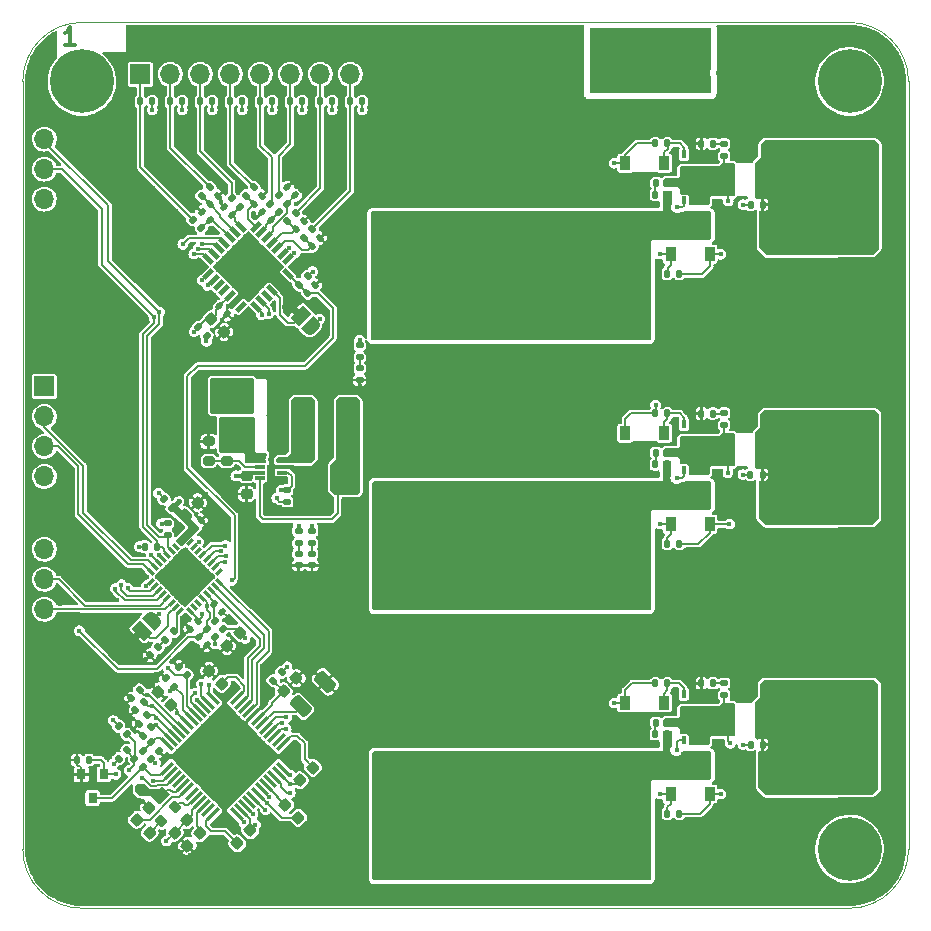
<source format=gtl>
%TF.GenerationSoftware,KiCad,Pcbnew,6.0.4-6f826c9f35~116~ubuntu20.04.1*%
%TF.CreationDate,2022-03-31T23:30:20+02:00*%
%TF.ProjectId,eval_board_tmc6200-ta,6576616c-5f62-46f6-9172-645f746d6336,rev?*%
%TF.SameCoordinates,Original*%
%TF.FileFunction,Copper,L1,Top*%
%TF.FilePolarity,Positive*%
%FSLAX46Y46*%
G04 Gerber Fmt 4.6, Leading zero omitted, Abs format (unit mm)*
G04 Created by KiCad (PCBNEW 6.0.4-6f826c9f35~116~ubuntu20.04.1) date 2022-03-31 23:30:20*
%MOMM*%
%LPD*%
G01*
G04 APERTURE LIST*
G04 Aperture macros list*
%AMRoundRect*
0 Rectangle with rounded corners*
0 $1 Rounding radius*
0 $2 $3 $4 $5 $6 $7 $8 $9 X,Y pos of 4 corners*
0 Add a 4 corners polygon primitive as box body*
4,1,4,$2,$3,$4,$5,$6,$7,$8,$9,$2,$3,0*
0 Add four circle primitives for the rounded corners*
1,1,$1+$1,$2,$3*
1,1,$1+$1,$4,$5*
1,1,$1+$1,$6,$7*
1,1,$1+$1,$8,$9*
0 Add four rect primitives between the rounded corners*
20,1,$1+$1,$2,$3,$4,$5,0*
20,1,$1+$1,$4,$5,$6,$7,0*
20,1,$1+$1,$6,$7,$8,$9,0*
20,1,$1+$1,$8,$9,$2,$3,0*%
%AMRotRect*
0 Rectangle, with rotation*
0 The origin of the aperture is its center*
0 $1 length*
0 $2 width*
0 $3 Rotation angle, in degrees counterclockwise*
0 Add horizontal line*
21,1,$1,$2,0,0,$3*%
%AMFreePoly0*
4,1,37,-0.756464,1.113536,-0.755000,1.110000,-0.755000,0.575000,-0.535000,0.575000,-0.535000,1.110000,-0.533536,1.113536,-0.530000,1.115000,-0.110000,1.115000,-0.106464,1.113536,-0.105000,1.110000,-0.105000,0.575000,0.115000,0.575000,0.115000,1.110000,0.116464,1.113536,0.120000,1.115000,0.540000,1.115000,0.543536,1.113536,0.545000,1.110000,0.545000,0.575000,0.765000,0.575000,
0.765000,1.110000,0.766464,1.113536,0.770000,1.115000,1.190000,1.115000,1.193536,1.113536,1.195000,1.110000,1.195000,-1.140000,1.193536,-1.143536,1.190000,-1.145000,-1.180000,-1.145000,-1.183536,-1.143536,-1.185000,-1.140000,-1.185000,1.110000,-1.183536,1.113536,-1.180000,1.115000,-0.760000,1.115000,-0.756464,1.113536,-0.756464,1.113536,$1*%
%AMFreePoly1*
4,1,22,0.550000,-0.750000,0.000000,-0.750000,0.000000,-0.745033,-0.079941,-0.743568,-0.215256,-0.701293,-0.333266,-0.622738,-0.424486,-0.514219,-0.481581,-0.384460,-0.499164,-0.250000,-0.500000,-0.250000,-0.500000,0.250000,-0.499164,0.250000,-0.499963,0.256109,-0.478152,0.396186,-0.417904,0.524511,-0.324060,0.630769,-0.204165,0.706417,-0.067858,0.745374,0.000000,0.744960,0.000000,0.750000,
0.550000,0.750000,0.550000,-0.750000,0.550000,-0.750000,$1*%
%AMFreePoly2*
4,1,20,0.000000,0.744960,0.073905,0.744508,0.209726,0.703889,0.328688,0.626782,0.421226,0.519385,0.479903,0.390333,0.500000,0.250000,0.500000,-0.250000,0.499851,-0.262216,0.476331,-0.402017,0.414519,-0.529596,0.319384,-0.634700,0.198574,-0.708877,0.061801,-0.746166,0.000000,-0.745033,0.000000,-0.750000,-0.550000,-0.750000,-0.550000,0.750000,0.000000,0.750000,0.000000,0.744960,
0.000000,0.744960,$1*%
G04 Aperture macros list end*
%TA.AperFunction,Profile*%
%ADD10C,0.100000*%
%TD*%
%ADD11C,0.300000*%
%TA.AperFunction,NonConductor*%
%ADD12C,0.300000*%
%TD*%
%TA.AperFunction,SMDPad,CuDef*%
%ADD13RoundRect,0.140000X0.140000X0.170000X-0.140000X0.170000X-0.140000X-0.170000X0.140000X-0.170000X0*%
%TD*%
%TA.AperFunction,SMDPad,CuDef*%
%ADD14R,0.900000X1.200000*%
%TD*%
%TA.AperFunction,SMDPad,CuDef*%
%ADD15RoundRect,0.225000X-0.017678X0.335876X-0.335876X0.017678X0.017678X-0.335876X0.335876X-0.017678X0*%
%TD*%
%TA.AperFunction,SMDPad,CuDef*%
%ADD16RoundRect,0.135000X0.035355X-0.226274X0.226274X-0.035355X-0.035355X0.226274X-0.226274X0.035355X0*%
%TD*%
%TA.AperFunction,SMDPad,CuDef*%
%ADD17RoundRect,0.135000X-0.185000X0.135000X-0.185000X-0.135000X0.185000X-0.135000X0.185000X0.135000X0*%
%TD*%
%TA.AperFunction,SMDPad,CuDef*%
%ADD18R,0.420000X0.700000*%
%TD*%
%TA.AperFunction,SMDPad,CuDef*%
%ADD19FreePoly0,180.000000*%
%TD*%
%TA.AperFunction,SMDPad,CuDef*%
%ADD20RoundRect,0.249997X0.312503X1.075003X-0.312503X1.075003X-0.312503X-1.075003X0.312503X-1.075003X0*%
%TD*%
%TA.AperFunction,SMDPad,CuDef*%
%ADD21RoundRect,0.249750X0.312750X1.075250X-0.312750X1.075250X-0.312750X-1.075250X0.312750X-1.075250X0*%
%TD*%
%TA.AperFunction,ComponentPad*%
%ADD22R,1.700000X1.700000*%
%TD*%
%TA.AperFunction,ComponentPad*%
%ADD23O,1.700000X1.700000*%
%TD*%
%TA.AperFunction,SMDPad,CuDef*%
%ADD24RoundRect,0.249999X-0.325001X-1.100001X0.325001X-1.100001X0.325001X1.100001X-0.325001X1.100001X0*%
%TD*%
%TA.AperFunction,SMDPad,CuDef*%
%ADD25RoundRect,0.249550X-0.325450X-1.100450X0.325450X-1.100450X0.325450X1.100450X-0.325450X1.100450X0*%
%TD*%
%TA.AperFunction,ComponentPad*%
%ADD26C,3.100000*%
%TD*%
%TA.AperFunction,ConnectorPad*%
%ADD27C,5.400000*%
%TD*%
%TA.AperFunction,SMDPad,CuDef*%
%ADD28RoundRect,0.135000X-0.135000X-0.185000X0.135000X-0.185000X0.135000X0.185000X-0.135000X0.185000X0*%
%TD*%
%TA.AperFunction,SMDPad,CuDef*%
%ADD29RoundRect,0.225000X-0.250000X0.225000X-0.250000X-0.225000X0.250000X-0.225000X0.250000X0.225000X0*%
%TD*%
%TA.AperFunction,SMDPad,CuDef*%
%ADD30RoundRect,0.135000X-0.226274X-0.035355X-0.035355X-0.226274X0.226274X0.035355X0.035355X0.226274X0*%
%TD*%
%TA.AperFunction,SMDPad,CuDef*%
%ADD31RoundRect,0.225000X-0.335876X-0.017678X-0.017678X-0.335876X0.335876X0.017678X0.017678X0.335876X0*%
%TD*%
%TA.AperFunction,SMDPad,CuDef*%
%ADD32RoundRect,0.140000X-0.140000X-0.170000X0.140000X-0.170000X0.140000X0.170000X-0.140000X0.170000X0*%
%TD*%
%TA.AperFunction,SMDPad,CuDef*%
%ADD33RoundRect,0.140000X-0.219203X-0.021213X-0.021213X-0.219203X0.219203X0.021213X0.021213X0.219203X0*%
%TD*%
%TA.AperFunction,SMDPad,CuDef*%
%ADD34RotRect,1.400000X0.350000X225.000000*%
%TD*%
%TA.AperFunction,SMDPad,CuDef*%
%ADD35RotRect,1.400000X0.350000X315.000000*%
%TD*%
%TA.AperFunction,SMDPad,CuDef*%
%ADD36RotRect,5.100000X5.100000X225.000000*%
%TD*%
%TA.AperFunction,SMDPad,CuDef*%
%ADD37RoundRect,0.140000X0.219203X0.021213X0.021213X0.219203X-0.219203X-0.021213X-0.021213X-0.219203X0*%
%TD*%
%TA.AperFunction,SMDPad,CuDef*%
%ADD38RoundRect,0.225000X0.335876X0.017678X0.017678X0.335876X-0.335876X-0.017678X-0.017678X-0.335876X0*%
%TD*%
%TA.AperFunction,SMDPad,CuDef*%
%ADD39RoundRect,0.135000X-0.035355X0.226274X-0.226274X0.035355X0.035355X-0.226274X0.226274X-0.035355X0*%
%TD*%
%TA.AperFunction,SMDPad,CuDef*%
%ADD40RoundRect,0.135000X0.226274X0.035355X0.035355X0.226274X-0.226274X-0.035355X-0.035355X-0.226274X0*%
%TD*%
%TA.AperFunction,SMDPad,CuDef*%
%ADD41RoundRect,0.225000X0.017678X-0.335876X0.335876X-0.017678X-0.017678X0.335876X-0.335876X0.017678X0*%
%TD*%
%TA.AperFunction,SMDPad,CuDef*%
%ADD42RoundRect,0.249999X0.325001X0.650001X-0.325001X0.650001X-0.325001X-0.650001X0.325001X-0.650001X0*%
%TD*%
%TA.AperFunction,SMDPad,CuDef*%
%ADD43RoundRect,0.135000X0.135000X0.185000X-0.135000X0.185000X-0.135000X-0.185000X0.135000X-0.185000X0*%
%TD*%
%TA.AperFunction,SMDPad,CuDef*%
%ADD44RoundRect,0.249997X4.550003X-4.150003X4.550003X4.150003X-4.550003X4.150003X-4.550003X-4.150003X0*%
%TD*%
%TA.AperFunction,SMDPad,CuDef*%
%ADD45RoundRect,0.246400X4.553600X-4.153600X4.553600X4.153600X-4.553600X4.153600X-4.553600X-4.153600X0*%
%TD*%
%TA.AperFunction,SMDPad,CuDef*%
%ADD46R,0.950000X0.300000*%
%TD*%
%TA.AperFunction,SMDPad,CuDef*%
%ADD47R,0.850000X0.300000*%
%TD*%
%TA.AperFunction,SMDPad,CuDef*%
%ADD48RoundRect,0.200000X0.275000X-0.200000X0.275000X0.200000X-0.275000X0.200000X-0.275000X-0.200000X0*%
%TD*%
%TA.AperFunction,SMDPad,CuDef*%
%ADD49RoundRect,0.249999X-1.450001X0.450001X-1.450001X-0.450001X1.450001X-0.450001X1.450001X0.450001X0*%
%TD*%
%TA.AperFunction,SMDPad,CuDef*%
%ADD50RoundRect,0.140000X0.021213X-0.219203X0.219203X-0.021213X-0.021213X0.219203X-0.219203X0.021213X0*%
%TD*%
%TA.AperFunction,SMDPad,CuDef*%
%ADD51FreePoly1,315.000000*%
%TD*%
%TA.AperFunction,SMDPad,CuDef*%
%ADD52RotRect,1.000000X1.500000X315.000000*%
%TD*%
%TA.AperFunction,SMDPad,CuDef*%
%ADD53FreePoly2,315.000000*%
%TD*%
%TA.AperFunction,SMDPad,CuDef*%
%ADD54RoundRect,0.135000X0.185000X-0.135000X0.185000X0.135000X-0.185000X0.135000X-0.185000X-0.135000X0*%
%TD*%
%TA.AperFunction,SMDPad,CuDef*%
%ADD55R,1.200000X4.700000*%
%TD*%
%TA.AperFunction,SMDPad,CuDef*%
%ADD56RoundRect,0.147500X0.172500X-0.147500X0.172500X0.147500X-0.172500X0.147500X-0.172500X-0.147500X0*%
%TD*%
%TA.AperFunction,SMDPad,CuDef*%
%ADD57RoundRect,0.147500X0.017678X-0.226274X0.226274X-0.017678X-0.017678X0.226274X-0.226274X0.017678X0*%
%TD*%
%TA.AperFunction,SMDPad,CuDef*%
%ADD58RotRect,0.370000X1.000000X135.000000*%
%TD*%
%TA.AperFunction,SMDPad,CuDef*%
%ADD59RotRect,0.370000X1.000000X45.000000*%
%TD*%
%TA.AperFunction,SMDPad,CuDef*%
%ADD60RotRect,4.250000X4.250000X45.000000*%
%TD*%
%TA.AperFunction,SMDPad,CuDef*%
%ADD61RotRect,0.600000X0.300000X135.000000*%
%TD*%
%TA.AperFunction,SMDPad,CuDef*%
%ADD62RotRect,0.600000X0.300000X225.000000*%
%TD*%
%TA.AperFunction,SMDPad,CuDef*%
%ADD63RotRect,3.450000X3.450000X135.000000*%
%TD*%
%TA.AperFunction,SMDPad,CuDef*%
%ADD64RoundRect,0.147500X-0.226274X-0.017678X-0.017678X-0.226274X0.226274X0.017678X0.017678X0.226274X0*%
%TD*%
%TA.AperFunction,SMDPad,CuDef*%
%ADD65RoundRect,0.140000X-0.021213X0.219203X-0.219203X0.021213X0.021213X-0.219203X0.219203X-0.021213X0*%
%TD*%
%TA.AperFunction,SMDPad,CuDef*%
%ADD66RoundRect,0.249999X0.229810X-0.689431X0.689431X-0.229810X-0.229810X0.689431X-0.689431X0.229810X0*%
%TD*%
%TA.AperFunction,SMDPad,CuDef*%
%ADD67RoundRect,0.200000X0.053033X-0.335876X0.335876X-0.053033X-0.053033X0.335876X-0.335876X0.053033X0*%
%TD*%
%TA.AperFunction,SMDPad,CuDef*%
%ADD68RoundRect,0.200000X-0.275000X0.200000X-0.275000X-0.200000X0.275000X-0.200000X0.275000X0.200000X0*%
%TD*%
%TA.AperFunction,SMDPad,CuDef*%
%ADD69FreePoly1,45.000000*%
%TD*%
%TA.AperFunction,SMDPad,CuDef*%
%ADD70RotRect,1.000000X1.500000X45.000000*%
%TD*%
%TA.AperFunction,SMDPad,CuDef*%
%ADD71FreePoly2,45.000000*%
%TD*%
%TA.AperFunction,SMDPad,CuDef*%
%ADD72R,0.800000X0.900000*%
%TD*%
%TA.AperFunction,ViaPad*%
%ADD73C,0.450000*%
%TD*%
%TA.AperFunction,ViaPad*%
%ADD74C,1.000000*%
%TD*%
%TA.AperFunction,Conductor*%
%ADD75C,0.200000*%
%TD*%
%TA.AperFunction,Conductor*%
%ADD76C,0.300000*%
%TD*%
%TA.AperFunction,Conductor*%
%ADD77C,0.800000*%
%TD*%
%TA.AperFunction,Conductor*%
%ADD78C,0.150000*%
%TD*%
%TA.AperFunction,Conductor*%
%ADD79C,0.400000*%
%TD*%
G04 APERTURE END LIST*
D10*
X13978000Y-190645000D02*
G75*
G03*
X18978000Y-195645000I5000000J0D01*
G01*
X83978000Y-195645000D02*
G75*
G03*
X88978000Y-190645000I0J5000000D01*
G01*
X18978000Y-120645000D02*
G75*
G03*
X13978000Y-125645000I0J-5000000D01*
G01*
X88978000Y-125645000D02*
G75*
G03*
X83978000Y-120645000I-5000000J0D01*
G01*
X18978000Y-120645000D02*
X83978000Y-120645000D01*
X13978000Y-190645000D02*
X13978000Y-125645000D01*
X83978000Y-195645000D02*
X18978000Y-195645000D01*
X88978000Y-125645000D02*
X88978000Y-190645000D01*
D11*
D12*
X18406571Y-122573571D02*
X17549428Y-122573571D01*
X17978000Y-122573571D02*
X17978000Y-121073571D01*
X17835142Y-121287857D01*
X17692285Y-121430714D01*
X17549428Y-121502142D01*
G36*
X37448754Y-144996174D02*
G01*
X37024490Y-145420438D01*
X36670937Y-145066885D01*
X37095201Y-144642621D01*
X37448754Y-144996174D01*
G37*
G36*
X24017289Y-172629975D02*
G01*
X23663736Y-172983528D01*
X23239472Y-172559264D01*
X23593025Y-172205711D01*
X24017289Y-172629975D01*
G37*
D13*
X68546920Y-134233920D03*
X67586920Y-134233920D03*
D14*
X64979280Y-178272440D03*
X68279280Y-178272440D03*
D15*
X38526762Y-183731391D03*
X37430746Y-184827407D03*
D16*
X24119463Y-181047920D03*
X24840711Y-180326672D03*
D17*
X73355200Y-130904520D03*
X73355200Y-131924520D03*
D18*
X69957040Y-177524200D03*
X70607040Y-177524200D03*
X71257040Y-177524200D03*
X71907040Y-177524200D03*
D19*
X70932040Y-179754200D03*
D20*
X76626180Y-133974840D03*
D21*
X73701180Y-133974840D03*
D18*
X69957040Y-181374840D03*
X71257040Y-181374840D03*
X70607040Y-181374840D03*
X71907040Y-181374840D03*
D19*
X70932040Y-183604840D03*
D15*
X28801008Y-161296992D03*
X27704992Y-162393008D03*
D22*
X23928000Y-125045000D03*
D23*
X23928000Y-122505000D03*
X26468000Y-125045000D03*
X26468000Y-122505000D03*
X29008000Y-125045000D03*
X29008000Y-122505000D03*
X31548000Y-125045000D03*
X31548000Y-122505000D03*
X34088000Y-125045000D03*
X34088000Y-122505000D03*
X36628000Y-125045000D03*
X36628000Y-122505000D03*
X39168000Y-125045000D03*
X39168000Y-122505000D03*
X41708000Y-125045000D03*
X41708000Y-122505000D03*
D24*
X32846000Y-155568000D03*
D25*
X35796000Y-155568000D03*
D21*
X76631260Y-179679600D03*
X73706260Y-179679600D03*
D26*
X83978000Y-190645000D03*
D27*
X83978000Y-190645000D03*
D28*
X34088000Y-127335000D03*
X35108000Y-127335000D03*
D22*
X68453000Y-124895000D03*
D23*
X70993000Y-124895000D03*
X73533000Y-124895000D03*
X76073000Y-124895000D03*
D29*
X32928000Y-159020000D03*
X32928000Y-160570000D03*
D30*
X28829123Y-146459886D03*
X29550371Y-147181134D03*
D31*
X26827680Y-189257431D03*
X27923696Y-190353447D03*
D22*
X15803000Y-151470000D03*
D23*
X15803000Y-154010000D03*
X15803000Y-156550000D03*
X15803000Y-159090000D03*
X15803000Y-161630000D03*
D28*
X18565400Y-183095900D03*
X19585400Y-183095900D03*
X67536600Y-158064200D03*
X68556600Y-158064200D03*
D17*
X73355200Y-176604200D03*
X73355200Y-177624200D03*
D32*
X71442640Y-130906520D03*
X72402640Y-130906520D03*
D33*
X28868589Y-172705589D03*
X29547411Y-173384411D03*
D16*
X37368616Y-142870140D03*
X38089864Y-142148892D03*
D30*
X35645633Y-135273456D03*
X36366881Y-135994704D03*
D34*
X35985279Y-181768604D03*
X35631726Y-181415051D03*
X35278172Y-181061497D03*
X34924619Y-180707944D03*
X34571066Y-180354391D03*
X34217512Y-180000837D03*
X33863959Y-179647284D03*
X33510405Y-179293730D03*
X33156852Y-178940177D03*
X32803299Y-178586624D03*
X32449745Y-178233070D03*
X32096192Y-177879517D03*
D35*
X30045582Y-177879517D03*
X29692029Y-178233070D03*
X29338475Y-178586624D03*
X28984922Y-178940177D03*
X28631369Y-179293730D03*
X28277815Y-179647284D03*
X27924262Y-180000837D03*
X27570708Y-180354391D03*
X27217155Y-180707944D03*
X26863602Y-181061497D03*
X26510048Y-181415051D03*
X26156495Y-181768604D03*
D34*
X26156495Y-183819214D03*
X26510048Y-184172767D03*
X26863602Y-184526321D03*
X27217155Y-184879874D03*
X27570708Y-185233427D03*
X27924262Y-185586981D03*
X28277815Y-185940534D03*
X28631369Y-186294088D03*
X28984922Y-186647641D03*
X29338475Y-187001194D03*
X29692029Y-187354748D03*
X30045582Y-187708301D03*
D35*
X32096192Y-187708301D03*
X32449745Y-187354748D03*
X32803299Y-187001194D03*
X33156852Y-186647641D03*
X33510405Y-186294088D03*
X33863959Y-185940534D03*
X34217512Y-185586981D03*
X34571066Y-185233427D03*
X34924619Y-184879874D03*
X35278172Y-184526321D03*
X35631726Y-184172767D03*
X35985279Y-183819214D03*
D36*
X31070887Y-182793909D03*
D37*
X31678763Y-136935157D03*
X30999941Y-136256335D03*
D38*
X26551909Y-178403342D03*
X25455893Y-177307326D03*
D39*
X33566738Y-134622918D03*
X32845490Y-135344166D03*
D18*
X69957040Y-131824520D03*
X71907040Y-131824520D03*
X70607040Y-131824520D03*
X71257040Y-131824520D03*
D19*
X70932040Y-134054520D03*
D30*
X27167376Y-175184376D03*
X27888624Y-175905624D03*
D40*
X26663624Y-161705624D03*
X25942376Y-160984376D03*
D14*
X72129920Y-140274040D03*
X68829920Y-140274040D03*
D30*
X31664621Y-135520944D03*
X32385869Y-136242192D03*
D41*
X31249992Y-173413008D03*
X32346008Y-172316992D03*
D22*
X15803000Y-138145000D03*
D23*
X15803000Y-135605000D03*
X15803000Y-133065000D03*
X15803000Y-130525000D03*
D14*
X64979280Y-132567680D03*
X68279280Y-132567680D03*
X72129920Y-163123880D03*
X68829920Y-163123880D03*
X72129920Y-185973720D03*
X68829920Y-185973720D03*
D42*
X40653000Y-159095000D03*
X37703000Y-159095000D03*
D43*
X76626180Y-136075000D03*
X75606180Y-136075000D03*
D37*
X37059845Y-135287598D03*
X36381023Y-134608776D03*
D44*
X53308000Y-166007500D03*
D45*
X53308000Y-152507500D03*
D37*
X29797859Y-137359421D03*
X29119037Y-136680599D03*
D46*
X34096000Y-157755000D03*
D47*
X34046000Y-158255000D03*
X34046000Y-158755000D03*
X34046000Y-159255000D03*
X35946000Y-159255000D03*
X35946000Y-158755000D03*
X35946000Y-158255000D03*
X35946000Y-157755000D03*
D48*
X31238000Y-154760000D03*
X31238000Y-153110000D03*
D49*
X65059560Y-180423600D03*
X65059560Y-184523600D03*
D13*
X68546920Y-179933600D03*
X67586920Y-179933600D03*
D28*
X26468000Y-127335000D03*
X27488000Y-127335000D03*
D16*
X35167376Y-176380624D03*
X35888624Y-175659376D03*
D50*
X28388589Y-163459411D03*
X29067411Y-162780589D03*
D43*
X68559680Y-153745000D03*
X67539680Y-153745000D03*
X76610500Y-158925000D03*
X75590500Y-158925000D03*
D51*
X36600226Y-144571910D03*
D52*
X37519465Y-145491149D03*
D53*
X38438704Y-146410388D03*
D30*
X26099361Y-176183027D03*
X26820609Y-176904275D03*
D27*
X83978000Y-125645000D03*
D26*
X83978000Y-125645000D03*
D13*
X68546920Y-157083760D03*
X67586920Y-157083760D03*
D54*
X26258000Y-164085000D03*
X26258000Y-163065000D03*
D41*
X32123910Y-190134243D03*
X33219926Y-189038227D03*
D31*
X27902483Y-188182628D03*
X28998499Y-189278644D03*
D28*
X68552600Y-141945360D03*
X69572600Y-141945360D03*
X68552600Y-164795200D03*
X69572600Y-164795200D03*
D55*
X37948000Y-154970000D03*
X41258000Y-154970000D03*
D37*
X34952667Y-137394776D03*
X34273845Y-136715954D03*
D28*
X41708000Y-127335000D03*
X42728000Y-127335000D03*
D50*
X29819073Y-136037131D03*
X30497895Y-135358309D03*
D33*
X30620461Y-144694476D03*
X31299283Y-145373298D03*
D28*
X29008000Y-127335000D03*
X30028000Y-127335000D03*
D16*
X23518422Y-178891244D03*
X24239670Y-178169996D03*
D28*
X31548000Y-127335000D03*
X32568000Y-127335000D03*
D43*
X25318000Y-165025000D03*
X24298000Y-165025000D03*
D30*
X34938526Y-135980563D03*
X35659774Y-136701811D03*
D28*
X23928000Y-127335000D03*
X24948000Y-127335000D03*
D18*
X69957040Y-154675960D03*
X70607040Y-154675960D03*
X71257040Y-154675960D03*
X71907040Y-154675960D03*
D19*
X70932040Y-156905960D03*
D50*
X37073988Y-138172593D03*
X37752810Y-137493771D03*
D26*
X18978000Y-125645000D03*
D27*
X18978000Y-125645000D03*
D38*
X24713432Y-189257431D03*
X23617416Y-188161415D03*
D54*
X42503000Y-149015000D03*
X42503000Y-147995000D03*
D56*
X42503000Y-150915000D03*
X42503000Y-149945000D03*
D33*
X30208589Y-169845589D03*
X30887411Y-170524411D03*
D32*
X71442640Y-176606200D03*
X72402640Y-176606200D03*
D57*
X24733243Y-174238419D03*
X25419137Y-173552525D03*
D31*
X36215089Y-186877451D03*
X37311105Y-187973467D03*
D14*
X64978400Y-155420000D03*
X68278400Y-155420000D03*
D17*
X73355200Y-153718800D03*
X73355200Y-154738800D03*
D22*
X15803000Y-172870000D03*
D23*
X15803000Y-170330000D03*
X15803000Y-167790000D03*
X15803000Y-165250000D03*
D44*
X53308000Y-143157500D03*
D45*
X53308000Y-129657500D03*
D16*
X26044928Y-172926735D03*
X26766176Y-172205487D03*
D38*
X31024690Y-146866472D03*
X29928674Y-145770456D03*
D58*
X29674115Y-141963865D03*
X30133735Y-142423485D03*
X30593354Y-142883104D03*
X31052974Y-143342723D03*
X31512593Y-143802343D03*
X31972212Y-144261962D03*
X32431832Y-144721582D03*
D59*
X33704624Y-144721582D03*
X34164244Y-144261962D03*
X34623863Y-143802343D03*
X35083482Y-143342723D03*
X35543102Y-142883104D03*
X36002721Y-142423485D03*
X36462341Y-141963865D03*
D58*
X36462341Y-140691073D03*
X36002721Y-140231453D03*
X35543102Y-139771834D03*
X35083482Y-139312215D03*
X34623863Y-138852595D03*
X34164244Y-138392976D03*
X33704624Y-137933356D03*
D59*
X32431832Y-137933356D03*
X31972212Y-138392976D03*
X31512593Y-138852595D03*
X31052974Y-139312215D03*
X30593354Y-139771834D03*
X30133735Y-140231453D03*
X29674115Y-140691073D03*
D60*
X33068228Y-141327469D03*
D17*
X36358000Y-160205000D03*
X36358000Y-161225000D03*
D61*
X28127264Y-170469138D03*
X28480817Y-170115584D03*
X28834371Y-169762031D03*
X29187924Y-169408478D03*
X29541478Y-169054924D03*
X29895031Y-168701371D03*
X30248584Y-168347817D03*
X30602138Y-167994264D03*
D62*
X30602138Y-167145736D03*
X30248584Y-166792183D03*
X29895031Y-166438629D03*
X29541478Y-166085076D03*
X29187924Y-165731522D03*
X28834371Y-165377969D03*
X28480817Y-165024416D03*
X28127264Y-164670862D03*
D61*
X27278736Y-164670862D03*
X26925183Y-165024416D03*
X26571629Y-165377969D03*
X26218076Y-165731522D03*
X25864522Y-166085076D03*
X25510969Y-166438629D03*
X25157416Y-166792183D03*
X24803862Y-167145736D03*
D62*
X24803862Y-167994264D03*
X25157416Y-168347817D03*
X25510969Y-168701371D03*
X25864522Y-169054924D03*
X26218076Y-169408478D03*
X26571629Y-169762031D03*
X26925183Y-170115584D03*
X27278736Y-170469138D03*
D63*
X27703000Y-167570000D03*
D30*
X24119463Y-182299501D03*
X24840711Y-183020749D03*
D40*
X22813624Y-180930624D03*
X22092376Y-180209376D03*
D28*
X67536600Y-180919120D03*
X68556600Y-180919120D03*
D40*
X25530140Y-182331320D03*
X24808892Y-181610072D03*
D28*
X36628000Y-127335000D03*
X37648000Y-127335000D03*
D24*
X32848000Y-152315000D03*
D25*
X35798000Y-152315000D03*
D56*
X38478000Y-166605000D03*
X38478000Y-165635000D03*
D39*
X29833214Y-134622918D03*
X29111966Y-135344166D03*
D50*
X38068651Y-143570176D03*
X38747473Y-142891354D03*
D38*
X30841077Y-176624403D03*
X29745061Y-175528387D03*
D49*
X65059560Y-134718840D03*
X65059560Y-138818840D03*
X65059560Y-157573760D03*
X65059560Y-161673760D03*
D64*
X30265053Y-171292053D03*
X30950947Y-171977947D03*
D48*
X31238000Y-157775000D03*
X31238000Y-156125000D03*
D28*
X68552600Y-187645040D03*
X69572600Y-187645040D03*
D50*
X38474060Y-139572665D03*
X39152882Y-138893843D03*
D32*
X71440100Y-153758900D03*
X72400100Y-153758900D03*
D41*
X36054992Y-177268008D03*
X37151008Y-176171992D03*
D40*
X24151281Y-183710178D03*
X23430033Y-182988930D03*
D15*
X25791769Y-186022417D03*
X24695753Y-187118433D03*
D44*
X53308000Y-188857500D03*
D45*
X53308000Y-175357500D03*
D54*
X37328000Y-164760000D03*
X37328000Y-163740000D03*
D43*
X68559280Y-130896360D03*
X67539280Y-130896360D03*
D39*
X37088130Y-136758381D03*
X36366882Y-137479629D03*
D27*
X18978000Y-190645000D03*
D26*
X18978000Y-190645000D03*
D30*
X28383646Y-137345279D03*
X29104894Y-138066527D03*
D65*
X28817411Y-171305589D03*
X28138589Y-171984411D03*
D30*
X29537376Y-171974376D03*
X30258624Y-172695624D03*
D66*
X37510017Y-178562983D03*
X39595983Y-176477017D03*
D28*
X39168000Y-127335000D03*
X40188000Y-127335000D03*
D67*
X25703381Y-188267481D03*
X26870107Y-187100755D03*
D39*
X38488201Y-138158452D03*
X37766953Y-138879700D03*
D18*
X69957040Y-135675160D03*
X71257040Y-135675160D03*
X71907040Y-135675160D03*
X70607040Y-135675160D03*
D19*
X70932040Y-137905160D03*
D39*
X22813624Y-182259376D03*
X22092376Y-182980624D03*
D16*
X23783587Y-180004938D03*
X24504835Y-179283690D03*
D54*
X38478000Y-164760000D03*
X38478000Y-163740000D03*
D68*
X29718000Y-156125000D03*
X29718000Y-157775000D03*
D50*
X33552596Y-136037131D03*
X34231418Y-135358309D03*
D43*
X68561680Y-176601120D03*
X67541680Y-176601120D03*
D20*
X76610500Y-156825000D03*
X73685500Y-156825000D03*
D69*
X23168761Y-173054239D03*
D70*
X24088000Y-172135000D03*
D71*
X25007239Y-171215761D03*
D56*
X37328000Y-166605000D03*
X37328000Y-165635000D03*
D43*
X76615500Y-181785000D03*
X75595500Y-181785000D03*
D18*
X69957040Y-158525000D03*
X71257040Y-158525000D03*
X70607040Y-158525000D03*
X71907040Y-158525000D03*
D19*
X70932040Y-160755000D03*
D28*
X67536600Y-135219440D03*
X68556600Y-135219440D03*
D16*
X23147191Y-177883617D03*
X23868439Y-177162369D03*
D72*
X20838200Y-184318400D03*
X18938200Y-184318400D03*
X19888200Y-186318400D03*
D73*
X73978000Y-194645000D03*
X75978000Y-194645000D03*
X77978000Y-194645000D03*
X79978000Y-194645000D03*
X81978000Y-194645000D03*
X75692000Y-132080000D03*
X73978000Y-128645000D03*
X71978000Y-128645000D03*
X69978000Y-128645000D03*
X67978000Y-128645000D03*
X30480000Y-147411162D03*
X32094215Y-147109241D03*
X29878000Y-154420000D03*
X41403000Y-161370000D03*
X39978000Y-161945000D03*
X24453000Y-175970000D03*
X51978000Y-122645000D03*
X53978000Y-122645000D03*
X55978000Y-122645000D03*
X57978000Y-122645000D03*
X59978000Y-122645000D03*
X28978000Y-132645000D03*
X30978000Y-128645000D03*
X30978000Y-130645000D03*
X24978596Y-176744990D03*
X49978000Y-132645000D03*
X49978000Y-130645000D03*
X49978000Y-128645000D03*
X57978000Y-132645000D03*
X57978000Y-130645000D03*
X28128000Y-166720000D03*
X26428000Y-168420000D03*
X26428000Y-166720000D03*
X28978000Y-167570000D03*
X27278000Y-167570000D03*
X26428000Y-167570000D03*
X30978000Y-132645000D03*
X32978000Y-132645000D03*
X32978000Y-130645000D03*
X32978000Y-128645000D03*
X34978000Y-128645000D03*
X34978000Y-130645000D03*
X71978000Y-168645000D03*
X67978000Y-172645000D03*
X67978000Y-170645000D03*
X67978000Y-168645000D03*
X67978000Y-166645000D03*
X69978000Y-150645000D03*
X71978000Y-150645000D03*
X71978000Y-152645000D03*
X61978000Y-128645000D03*
X59978000Y-128645000D03*
X40978000Y-128645000D03*
X40978000Y-130645000D03*
X40978000Y-132645000D03*
X40978000Y-134645000D03*
X40978000Y-136645000D03*
X40978000Y-138645000D03*
X40978000Y-140645000D03*
X40978000Y-142645000D03*
X40978000Y-144645000D03*
X28125222Y-191148941D03*
X31057310Y-181766342D03*
X32099020Y-182808051D03*
X32045139Y-180778513D03*
X33086848Y-181820223D03*
X69978000Y-192645000D03*
X71978000Y-190645000D03*
X71978000Y-192645000D03*
X73978000Y-192645000D03*
X73978000Y-190645000D03*
X75978000Y-186645000D03*
X77978000Y-186645000D03*
X79978000Y-186645000D03*
X81978000Y-186645000D03*
X38978000Y-140645000D03*
X38978000Y-144645000D03*
X40978000Y-148645000D03*
X37328000Y-167309800D03*
X38340581Y-136906000D03*
X40457800Y-175767600D03*
X49978000Y-148645000D03*
X51978000Y-148645000D03*
X53978000Y-148645000D03*
X55978000Y-148645000D03*
X57978000Y-148645000D03*
X55978000Y-126645000D03*
X53978000Y-126645000D03*
X36978000Y-148645000D03*
X34978000Y-148645000D03*
X36978000Y-146645000D03*
X38978000Y-150645000D03*
X42503000Y-151400000D03*
X36978000Y-150645000D03*
X34978000Y-150645000D03*
X26978000Y-144645000D03*
X30175200Y-144018000D03*
X39857800Y-175217600D03*
X45978000Y-158645000D03*
X45978000Y-156645000D03*
X45978000Y-154645000D03*
X45978000Y-152645000D03*
X45978000Y-150645000D03*
X75978000Y-192645000D03*
X77978000Y-192645000D03*
X77978000Y-190645000D03*
X79978000Y-190645000D03*
X22978000Y-128645000D03*
X20978000Y-128645000D03*
X20978000Y-130645000D03*
X20978000Y-132645000D03*
X20978000Y-134645000D03*
X18978000Y-132645000D03*
X87978000Y-172645000D03*
X87978000Y-170645000D03*
X87978000Y-168645000D03*
X87978000Y-166645000D03*
X79978000Y-164645000D03*
X46978000Y-174645000D03*
X44978000Y-174645000D03*
X44978000Y-172645000D03*
X46978000Y-172645000D03*
X87978000Y-160645000D03*
X53978000Y-154645000D03*
X51978000Y-152645000D03*
X63978000Y-150645000D03*
X65978000Y-150645000D03*
X65978000Y-152645000D03*
X20978000Y-180645000D03*
X16978000Y-148645000D03*
X16978000Y-146645000D03*
X16978000Y-144645000D03*
X34978000Y-158245000D03*
X34978000Y-157645000D03*
X18978000Y-178645000D03*
X18978000Y-176645000D03*
X14978000Y-186645000D03*
X16978000Y-186645000D03*
X28194000Y-160655000D03*
X83978000Y-194645000D03*
X85978000Y-194645000D03*
X65978000Y-194645000D03*
X63978000Y-194645000D03*
X35193228Y-141327469D03*
X32643228Y-141327469D03*
X33493228Y-139627469D03*
X32643228Y-140477469D03*
X33493228Y-140477469D03*
X31793228Y-140477469D03*
X31793228Y-142177469D03*
X33493228Y-142177469D03*
X32643228Y-142177469D03*
X32643228Y-139627469D03*
X34343228Y-141327469D03*
X34343228Y-140477469D03*
X30943228Y-141327469D03*
X32643228Y-143027469D03*
X33493228Y-141327469D03*
X34343228Y-142177469D03*
X33493228Y-143027469D03*
X30766595Y-135810857D03*
X53978000Y-134645000D03*
X51978000Y-134645000D03*
X49978000Y-134645000D03*
X47978000Y-134645000D03*
X45978000Y-134645000D03*
X25100000Y-148600000D03*
X26978000Y-148645000D03*
X22978000Y-150645000D03*
X25100000Y-150645000D03*
X22978000Y-152645000D03*
X56978000Y-172645000D03*
X54978000Y-172645000D03*
X52978000Y-172645000D03*
X50978000Y-172645000D03*
X75978000Y-150645000D03*
X75978000Y-152645000D03*
X77978000Y-152645000D03*
X79978000Y-152645000D03*
X81978000Y-152645000D03*
X43978000Y-134645000D03*
X43978000Y-132645000D03*
X43978000Y-130645000D03*
X43978000Y-128645000D03*
X45978000Y-128645000D03*
X38978000Y-170645000D03*
X33378000Y-161498200D03*
X18978000Y-136645000D03*
X24978000Y-134645000D03*
X24978000Y-136645000D03*
X24978000Y-138645000D03*
X81978000Y-128645000D03*
X79978000Y-128645000D03*
X77978000Y-128645000D03*
X75978000Y-128645000D03*
X33104809Y-183813840D03*
X31129153Y-185789496D03*
X34092637Y-182826012D03*
X30978000Y-162645000D03*
X32978000Y-162645000D03*
X32978000Y-164645000D03*
X34978000Y-164645000D03*
X59978000Y-194645000D03*
X57978000Y-194645000D03*
X55978000Y-194645000D03*
X53978000Y-194645000D03*
X51978000Y-194645000D03*
X47978000Y-150645000D03*
X47978000Y-152645000D03*
X47978000Y-154645000D03*
X47978000Y-156645000D03*
X47978000Y-158645000D03*
X49978000Y-158645000D03*
X38478000Y-167309800D03*
X22665502Y-173557498D03*
X14978000Y-174645000D03*
X16978000Y-174645000D03*
X18978000Y-174645000D03*
X20978000Y-176645000D03*
X20978000Y-178645000D03*
X14978000Y-148645000D03*
X18978000Y-140645000D03*
X18978000Y-142645000D03*
X18978000Y-144645000D03*
X51978000Y-158645000D03*
X53978000Y-158645000D03*
X55978000Y-158645000D03*
X57978000Y-158645000D03*
X59978000Y-158645000D03*
X61978000Y-158645000D03*
X61978000Y-156645000D03*
X61978000Y-154645000D03*
X61978000Y-152645000D03*
X31902400Y-174015400D03*
X31546800Y-174421800D03*
X29978000Y-194645000D03*
X27978000Y-192645000D03*
X27978000Y-194645000D03*
X25978000Y-194645000D03*
X23978000Y-194645000D03*
X26978000Y-156645000D03*
X21978000Y-194645000D03*
X19978000Y-194645000D03*
X17978000Y-194645000D03*
X21978000Y-192645000D03*
X23978000Y-192645000D03*
X25978000Y-192645000D03*
X34978000Y-166645000D03*
X36978000Y-168645000D03*
X38978000Y-168645000D03*
X40978000Y-168645000D03*
X59978000Y-124645000D03*
X59978000Y-126645000D03*
X57978000Y-124645000D03*
X55978000Y-124645000D03*
X53978000Y-124645000D03*
X29552900Y-162102800D03*
X41978000Y-178645000D03*
X39978000Y-180645000D03*
X16978000Y-172645000D03*
X22978000Y-156645000D03*
X22978000Y-158645000D03*
X22978000Y-160645000D03*
X22978000Y-162645000D03*
X22978000Y-164645000D03*
X59978000Y-150645000D03*
X59978000Y-152645000D03*
X59978000Y-154645000D03*
X59978000Y-156645000D03*
X61978000Y-150645000D03*
X57978000Y-156645000D03*
X57978000Y-154645000D03*
X58115500Y-152507500D03*
X57978000Y-150645000D03*
X51978000Y-126645000D03*
X49978000Y-126645000D03*
X51978000Y-130645000D03*
X53978000Y-130645000D03*
X53978000Y-128645000D03*
X23978000Y-190645000D03*
X15978000Y-192645000D03*
X14978000Y-190645000D03*
X49978000Y-194645000D03*
X85978000Y-168645000D03*
X85978000Y-166645000D03*
X85978000Y-164645000D03*
X83978000Y-164645000D03*
X81978000Y-164645000D03*
X27278000Y-169270000D03*
X27278000Y-165870000D03*
X28978000Y-168420000D03*
X28978000Y-166720000D03*
X28128000Y-168420000D03*
X79978000Y-168645000D03*
X79978000Y-170645000D03*
X75978000Y-176645000D03*
X71978000Y-172645000D03*
X71978000Y-170645000D03*
X83978000Y-186645000D03*
X67978000Y-174645000D03*
X64978000Y-174645000D03*
X64978000Y-172645000D03*
X62978000Y-174645000D03*
X40978000Y-166645000D03*
X40978000Y-164645000D03*
X40978000Y-162645000D03*
X36978000Y-170645000D03*
X79978000Y-188645000D03*
X77978000Y-188645000D03*
X75978000Y-188645000D03*
X73978000Y-188645000D03*
X76628000Y-123645000D03*
X80328000Y-126145000D03*
X78478000Y-123645000D03*
X35978000Y-194645000D03*
X37978000Y-194645000D03*
X33978000Y-194645000D03*
X33978000Y-192645000D03*
X16978000Y-142645000D03*
X16978000Y-140645000D03*
X14978000Y-140645000D03*
X14978000Y-142645000D03*
X14978000Y-144645000D03*
X59978000Y-134645000D03*
X59978000Y-132645000D03*
X57978000Y-134645000D03*
X55978000Y-134645000D03*
X75978000Y-142645000D03*
X75978000Y-144645000D03*
X75978000Y-146645000D03*
X75978000Y-148645000D03*
X21958300Y-169557700D03*
X24472900Y-167640000D03*
X16978000Y-162645000D03*
X16978000Y-158645000D03*
X30353000Y-174170000D03*
X31128000Y-174870000D03*
X28403000Y-173370000D03*
X32603000Y-173495000D03*
X14978000Y-162645000D03*
X76628000Y-122395000D03*
X78478000Y-126145000D03*
X26978000Y-158645000D03*
X26978000Y-160645000D03*
X26978000Y-154645000D03*
X26978000Y-152645000D03*
X28978000Y-152645000D03*
X74778000Y-123645000D03*
X78478000Y-124895000D03*
X80328000Y-124895000D03*
X31793228Y-141327469D03*
X18978000Y-146645000D03*
X22978000Y-136645000D03*
X22978000Y-134645000D03*
X22978000Y-132645000D03*
X22978000Y-130645000D03*
X80328000Y-123645000D03*
X78478000Y-122395000D03*
X74778000Y-126145000D03*
X76628000Y-126145000D03*
X74778000Y-122395000D03*
X80328000Y-122395000D03*
X77978000Y-146645000D03*
X81978000Y-148645000D03*
X81978000Y-144645000D03*
X79978000Y-144645000D03*
X79978000Y-146645000D03*
X79978000Y-148645000D03*
X24978000Y-140645000D03*
X26978000Y-136645000D03*
X26978000Y-138645000D03*
X24978000Y-132645000D03*
X24978000Y-130645000D03*
X24978000Y-128645000D03*
X32258000Y-173761400D03*
X14978000Y-188645000D03*
X14978000Y-184645000D03*
X14978000Y-182645000D03*
X14978000Y-180645000D03*
X45978000Y-130645000D03*
X45978000Y-132645000D03*
X47978000Y-132645000D03*
X47978000Y-130645000D03*
X47978000Y-128645000D03*
X55978000Y-150645000D03*
X53978000Y-150645000D03*
X51978000Y-150645000D03*
X49978000Y-150645000D03*
X49978000Y-152645000D03*
X26631900Y-174713900D03*
X36478000Y-143420006D03*
X43978000Y-126645000D03*
X43978000Y-124645000D03*
X43978000Y-122645000D03*
X45978000Y-122645000D03*
X45978000Y-124645000D03*
X18978000Y-130645000D03*
X16978000Y-128645000D03*
X14978000Y-128645000D03*
X14978000Y-134645000D03*
X75978000Y-190645000D03*
X81978000Y-174645000D03*
X83978000Y-174645000D03*
X83978000Y-172645000D03*
X83978000Y-170645000D03*
X83978000Y-168645000D03*
X85978000Y-186645000D03*
X87978000Y-186645000D03*
X87978000Y-188645000D03*
X87978000Y-190645000D03*
X87978000Y-192645000D03*
X63978000Y-152645000D03*
X63978000Y-154645000D03*
X41978000Y-194645000D03*
X41978000Y-192645000D03*
X39978000Y-192645000D03*
X49978000Y-154645000D03*
X49978000Y-156645000D03*
X51978000Y-156645000D03*
X53978000Y-156645000D03*
X55978000Y-156645000D03*
X51978000Y-124645000D03*
X49978000Y-124645000D03*
X65978000Y-148645000D03*
X63978000Y-148645000D03*
X61978000Y-148645000D03*
X87978000Y-174645000D03*
X60978000Y-174645000D03*
X58978000Y-174645000D03*
X58978000Y-172645000D03*
X60978000Y-172645000D03*
X62978000Y-172645000D03*
X51978000Y-128645000D03*
X55978000Y-128645000D03*
X55978000Y-130645000D03*
X55978000Y-132645000D03*
X53978000Y-132645000D03*
X51978000Y-132645000D03*
X85978000Y-148645000D03*
X85978000Y-146645000D03*
X85978000Y-144645000D03*
X85978000Y-142645000D03*
X27803000Y-171070000D03*
X47978000Y-194645000D03*
X45978000Y-194645000D03*
X67978000Y-192645000D03*
X67978000Y-190645000D03*
X69978000Y-190645000D03*
X31597600Y-171272200D03*
X59965500Y-130657500D03*
X61978000Y-130645000D03*
X61965500Y-132657500D03*
X70784720Y-130906520D03*
X70777100Y-153758900D03*
X81978000Y-146645000D03*
X77978000Y-170645000D03*
X77978000Y-172645000D03*
X79978000Y-172645000D03*
X81978000Y-172645000D03*
X81978000Y-170645000D03*
X14978000Y-146645000D03*
X20978000Y-142645000D03*
X20978000Y-144645000D03*
X22978000Y-140645000D03*
X22978000Y-138645000D03*
X28803600Y-156895800D03*
X28978000Y-158645000D03*
X30978000Y-158645000D03*
X30978000Y-160645000D03*
X57978000Y-128645000D03*
X48978000Y-172645000D03*
X48978000Y-174645000D03*
X50978000Y-174645000D03*
X52978000Y-174645000D03*
X54978000Y-174645000D03*
X56978000Y-174645000D03*
X61978000Y-194645000D03*
X87978000Y-164645000D03*
X87978000Y-162645000D03*
X85978000Y-174645000D03*
X85978000Y-172645000D03*
X85978000Y-170645000D03*
X14978000Y-178645000D03*
X14978000Y-176645000D03*
X16978000Y-176645000D03*
X16978000Y-178645000D03*
X16978000Y-180645000D03*
X71978000Y-146645000D03*
X71978000Y-144645000D03*
X69978000Y-144645000D03*
X16978000Y-182645000D03*
X16978000Y-184645000D03*
X18978000Y-180645000D03*
X32928000Y-161498200D03*
X59978000Y-148645000D03*
X47978000Y-148645000D03*
X45978000Y-148645000D03*
X43978000Y-148645000D03*
X43978000Y-150645000D03*
X31039350Y-179772725D03*
X29063694Y-181748381D03*
X28075865Y-182736209D03*
X30051522Y-180760553D03*
X32116981Y-184801668D03*
X33528000Y-137071100D03*
X28575000Y-136144000D03*
X27533600Y-172491400D03*
X29057600Y-173913800D03*
X33103000Y-145270000D03*
X71978000Y-194645000D03*
X87978000Y-184645000D03*
X87978000Y-182645000D03*
X87978000Y-180645000D03*
X87978000Y-178645000D03*
X87978000Y-176645000D03*
X33978000Y-190645000D03*
X31978000Y-192645000D03*
X31978000Y-194645000D03*
X29978000Y-192645000D03*
X29978000Y-190645000D03*
X69978000Y-148645000D03*
X71978000Y-148645000D03*
X67978000Y-150645000D03*
X67978000Y-152645000D03*
X69978000Y-152645000D03*
X14978000Y-136645000D03*
X16978000Y-138645000D03*
X16978000Y-136645000D03*
X16978000Y-134645000D03*
X18978000Y-138645000D03*
X87978000Y-136645000D03*
X87978000Y-134645000D03*
X87978000Y-132645000D03*
X87978000Y-130645000D03*
X87978000Y-128645000D03*
X87978000Y-148645000D03*
X87978000Y-146645000D03*
X87978000Y-144645000D03*
X87978000Y-142645000D03*
X87978000Y-140645000D03*
X87978000Y-138645000D03*
X81978000Y-168645000D03*
X87978000Y-158645000D03*
X87978000Y-156645000D03*
X87978000Y-154645000D03*
X87978000Y-152645000D03*
X87978000Y-150645000D03*
X29828000Y-167570000D03*
X25578000Y-167570000D03*
X24390297Y-174581365D03*
X34978000Y-158845000D03*
X55978000Y-154645000D03*
X56115500Y-152507500D03*
X54115500Y-152507500D03*
X51978000Y-154645000D03*
X39378000Y-138195000D03*
X77978000Y-164645000D03*
X75978000Y-164645000D03*
X75978000Y-166645000D03*
X75978000Y-168645000D03*
X43978000Y-152645000D03*
X43978000Y-154645000D03*
X43978000Y-156645000D03*
X43978000Y-158645000D03*
X26682700Y-182778400D03*
X65978000Y-128645000D03*
X63978000Y-128645000D03*
X63978000Y-130645000D03*
X75978000Y-140645000D03*
X83978000Y-142645000D03*
X81978000Y-142645000D03*
X79978000Y-142645000D03*
X77978000Y-142645000D03*
X77978000Y-144645000D03*
X61978000Y-134645000D03*
X45978000Y-126645000D03*
X47978000Y-126645000D03*
X47978000Y-124645000D03*
X47978000Y-122645000D03*
X49978000Y-122645000D03*
X79978000Y-192645000D03*
X83978000Y-166645000D03*
X81978000Y-166645000D03*
X79978000Y-166645000D03*
X77978000Y-166645000D03*
X77978000Y-168645000D03*
X26978000Y-130645000D03*
X26978000Y-128645000D03*
X26978000Y-132645000D03*
X26978000Y-134645000D03*
X28978000Y-134645000D03*
X83978000Y-152645000D03*
X83978000Y-150645000D03*
X83978000Y-148645000D03*
X83978000Y-146645000D03*
X83978000Y-144645000D03*
X87978000Y-126645000D03*
X87978000Y-124645000D03*
X85978000Y-128645000D03*
X85978000Y-152645000D03*
X85978000Y-150645000D03*
X22978000Y-148645000D03*
X77978000Y-148645000D03*
X77978000Y-150645000D03*
X79978000Y-150645000D03*
X81978000Y-150645000D03*
X30988000Y-134874000D03*
X67978000Y-144645000D03*
X67978000Y-146645000D03*
X69978000Y-146645000D03*
X67978000Y-148645000D03*
X75978000Y-170645000D03*
X75978000Y-172645000D03*
X75978000Y-174645000D03*
X77978000Y-174645000D03*
X79978000Y-174645000D03*
X14978000Y-166645000D03*
X28978000Y-150645000D03*
X29728000Y-155295000D03*
X29081654Y-183741998D03*
X30123364Y-184783708D03*
X30069482Y-182754170D03*
X31111192Y-183795879D03*
X39978000Y-194645000D03*
X37978000Y-192645000D03*
X37978000Y-190645000D03*
X39978000Y-190645000D03*
X41978000Y-190645000D03*
X39978000Y-188645000D03*
X41978000Y-186645000D03*
X41978000Y-188645000D03*
X35978000Y-190645000D03*
X35978000Y-192645000D03*
X21463000Y-171450000D03*
X23178000Y-170945000D03*
X67978000Y-194645000D03*
X69978000Y-194645000D03*
X40978000Y-170645000D03*
X40978000Y-172645000D03*
X38978000Y-172645000D03*
X36978000Y-172645000D03*
X36978000Y-174645000D03*
X38978000Y-174645000D03*
X40978000Y-174645000D03*
X14978000Y-125645000D03*
X14978000Y-160645000D03*
X27278000Y-168420000D03*
X35255200Y-144437100D03*
X37846000Y-175437800D03*
X36906200Y-182994300D03*
X69215000Y-131445000D03*
X71978000Y-188645000D03*
X72644000Y-178054000D03*
X39624000Y-153035000D03*
X39624000Y-155829000D03*
X40978000Y-146645000D03*
X73978000Y-186645000D03*
X29497020Y-160606740D03*
X33395920Y-149176740D03*
X73970000Y-138580000D03*
X67818000Y-140843000D03*
X85978000Y-122645000D03*
X81978000Y-122645000D03*
X25400000Y-162179000D03*
X29845000Y-164211000D03*
X38036500Y-134823200D03*
X28128000Y-169270000D03*
X39257413Y-142381413D03*
X36969700Y-133997700D03*
X69978000Y-188645000D03*
X39624000Y-154432000D03*
X23037798Y-179362100D03*
X75692000Y-136906000D03*
X27317700Y-163385500D03*
X30467300Y-174815500D03*
X72898000Y-181991000D03*
X72771000Y-135890000D03*
X30365700Y-138442700D03*
X35800000Y-146700000D03*
X31780443Y-145854457D03*
X29311600Y-174548800D03*
X17119600Y-169862500D03*
X71970000Y-142580000D03*
X36931600Y-141300200D03*
X34582098Y-134543800D03*
X28651200Y-175145700D03*
X31216600Y-188379100D03*
X31038800Y-178371500D03*
X25298400Y-175818800D03*
X22669500Y-178358800D03*
X28128000Y-165870000D03*
X23837878Y-186563000D03*
X28128000Y-167570000D03*
X27278000Y-166720000D03*
X32194500Y-135051800D03*
X39624000Y-157226000D03*
X67978000Y-188645000D03*
X56478000Y-186645000D03*
X54478000Y-162295000D03*
X52478000Y-162295000D03*
X56478000Y-162295000D03*
X50478000Y-162295000D03*
X54478000Y-163795000D03*
X52478000Y-163795000D03*
X56478000Y-163795000D03*
X50478000Y-163795000D03*
X64328000Y-124895000D03*
X42503000Y-147525000D03*
X58478000Y-188145000D03*
X46478000Y-186645000D03*
X48478000Y-191145000D03*
X44478000Y-185145000D03*
X62478000Y-188145000D03*
X48478000Y-192645000D03*
X46478000Y-188145000D03*
X52478000Y-160795000D03*
X56478000Y-160795000D03*
X60478000Y-160795000D03*
X58478000Y-160795000D03*
X54478000Y-160795000D03*
X62478000Y-160795000D03*
X46463000Y-145460000D03*
X62463000Y-146960000D03*
X44463000Y-142460000D03*
X44463000Y-143960000D03*
X52463000Y-137960000D03*
X44463000Y-137960000D03*
X58463000Y-139460000D03*
X54478000Y-183645000D03*
X60478000Y-188145000D03*
X46478000Y-189645000D03*
X58478000Y-191145000D03*
X60478000Y-192645000D03*
X60478000Y-189645000D03*
X56463000Y-139460000D03*
X52463000Y-140960000D03*
X50463000Y-143960000D03*
X52463000Y-145460000D03*
X56463000Y-143960000D03*
X52463000Y-139460000D03*
X62478000Y-186645000D03*
X56478000Y-183645000D03*
X60478000Y-191145000D03*
X48478000Y-186645000D03*
X44478000Y-160795000D03*
X48478000Y-168295000D03*
X54478000Y-168295000D03*
X58478000Y-168295000D03*
X60478000Y-168295000D03*
X50478000Y-168295000D03*
X56478000Y-168295000D03*
X58478000Y-166795000D03*
X60478000Y-166795000D03*
X50478000Y-166795000D03*
X56478000Y-166795000D03*
X62478000Y-166795000D03*
X52478000Y-165295000D03*
X58463000Y-143960000D03*
X46463000Y-137960000D03*
X58463000Y-146960000D03*
X48463000Y-143960000D03*
X46463000Y-139460000D03*
X44463000Y-146960000D03*
X62463000Y-145460000D03*
X44478000Y-165295000D03*
X46478000Y-165295000D03*
X48478000Y-165295000D03*
X54478000Y-165295000D03*
X58478000Y-165295000D03*
X60478000Y-165295000D03*
X54463000Y-139460000D03*
X56463000Y-140960000D03*
X50478000Y-186645000D03*
X54478000Y-189645000D03*
X50478000Y-192645000D03*
X52478000Y-192645000D03*
X56478000Y-192645000D03*
X62463000Y-137960000D03*
X48463000Y-140960000D03*
X50463000Y-140960000D03*
X54463000Y-143960000D03*
X50463000Y-146960000D03*
X52463000Y-146960000D03*
X56478000Y-165295000D03*
X62478000Y-165295000D03*
X44478000Y-163795000D03*
X58478000Y-163795000D03*
X62478000Y-163795000D03*
X62478000Y-122395000D03*
X62478000Y-123645000D03*
X62478000Y-124895000D03*
X62478000Y-126145000D03*
X50478000Y-165295000D03*
X46478000Y-162295000D03*
X60478000Y-162295000D03*
X48478000Y-162295000D03*
X46478000Y-191145000D03*
X62478000Y-192645000D03*
X44478000Y-188145000D03*
X56463000Y-146960000D03*
X50463000Y-139460000D03*
X54463000Y-142460000D03*
X52463000Y-142460000D03*
X52463000Y-143960000D03*
X56463000Y-142460000D03*
X54463000Y-140960000D03*
X24320500Y-185508900D03*
X46478000Y-185145000D03*
X44478000Y-192645000D03*
X62478000Y-191145000D03*
X48478000Y-183645000D03*
X44478000Y-191145000D03*
X31978000Y-152245000D03*
X31978000Y-151245000D03*
X31128000Y-152245000D03*
X60478000Y-169795000D03*
X62478000Y-168295000D03*
X52478000Y-166795000D03*
X44478000Y-166795000D03*
X46478000Y-166795000D03*
X48478000Y-166795000D03*
X54478000Y-166795000D03*
X62478000Y-189645000D03*
X44478000Y-186645000D03*
X46478000Y-192645000D03*
X58478000Y-183645000D03*
X60478000Y-183645000D03*
X69878000Y-126145000D03*
X66178000Y-126145000D03*
X68028000Y-126145000D03*
X71728000Y-126145000D03*
X64328000Y-126145000D03*
X66178000Y-124895000D03*
X31128000Y-151245000D03*
X30278000Y-152245000D03*
X30228000Y-151245000D03*
X46478000Y-160795000D03*
X50478000Y-160795000D03*
X48478000Y-160795000D03*
X50478000Y-169795000D03*
X56478000Y-169795000D03*
X62478000Y-169795000D03*
X52478000Y-168295000D03*
X44478000Y-168295000D03*
X46478000Y-168295000D03*
X46478000Y-163795000D03*
X60478000Y-163795000D03*
X48478000Y-163795000D03*
X44478000Y-162295000D03*
X58478000Y-162295000D03*
X62478000Y-162295000D03*
X52478000Y-169795000D03*
X44478000Y-169795000D03*
X46478000Y-169795000D03*
X48478000Y-169795000D03*
X54478000Y-169795000D03*
X58478000Y-169795000D03*
X50478000Y-185145000D03*
X54478000Y-188145000D03*
X52478000Y-188145000D03*
X52478000Y-189645000D03*
X56478000Y-188145000D03*
X54478000Y-186645000D03*
X52478000Y-186645000D03*
X50478000Y-189645000D03*
X52478000Y-191145000D03*
X56478000Y-189645000D03*
X52478000Y-185145000D03*
X54478000Y-185145000D03*
X50478000Y-188145000D03*
X50478000Y-191145000D03*
X56478000Y-191145000D03*
X54478000Y-191145000D03*
X54478000Y-192645000D03*
X56478000Y-185145000D03*
X69878000Y-122395000D03*
X66178000Y-122395000D03*
X68028000Y-122395000D03*
X71728000Y-122395000D03*
X62463000Y-142460000D03*
X48463000Y-146960000D03*
X46463000Y-142460000D03*
X54463000Y-137960000D03*
X60463000Y-142460000D03*
X46463000Y-143960000D03*
X62463000Y-139460000D03*
X58463000Y-137960000D03*
X60463000Y-137960000D03*
X60463000Y-139460000D03*
X48463000Y-139460000D03*
X48463000Y-142460000D03*
X58463000Y-145460000D03*
X60463000Y-146960000D03*
X60463000Y-143960000D03*
X62463000Y-143960000D03*
X44463000Y-140960000D03*
X46463000Y-146960000D03*
X60463000Y-140960000D03*
X50463000Y-137960000D03*
X58463000Y-140960000D03*
X62463000Y-140960000D03*
X56463000Y-137960000D03*
X60463000Y-145460000D03*
X60478000Y-185145000D03*
X48478000Y-185145000D03*
X48478000Y-188145000D03*
X60478000Y-186645000D03*
X50478000Y-183645000D03*
X58478000Y-186645000D03*
X64328000Y-122395000D03*
X69878000Y-123645000D03*
X66178000Y-123645000D03*
X68028000Y-123645000D03*
X71728000Y-123645000D03*
X64328000Y-123645000D03*
X50463000Y-142460000D03*
X50463000Y-145460000D03*
X56463000Y-145460000D03*
X54463000Y-145460000D03*
X54463000Y-146960000D03*
X48463000Y-137960000D03*
X44463000Y-145460000D03*
X58463000Y-142460000D03*
X46463000Y-140960000D03*
X48463000Y-145460000D03*
X44463000Y-139460000D03*
X44478000Y-189645000D03*
X52478000Y-183645000D03*
X58478000Y-185145000D03*
X58478000Y-189645000D03*
X46478000Y-183645000D03*
X58478000Y-192645000D03*
X48478000Y-189645000D03*
X30328000Y-153245000D03*
X44478000Y-183645000D03*
X64478000Y-191145000D03*
X66478000Y-186645000D03*
X64478000Y-186645000D03*
X66478000Y-189645000D03*
X64478000Y-189645000D03*
X64478000Y-192645000D03*
X64478000Y-188145000D03*
X66478000Y-188145000D03*
X66478000Y-191145000D03*
X66478000Y-192645000D03*
X64478000Y-163795000D03*
X64478000Y-165295000D03*
X64478000Y-166795000D03*
X64478000Y-168295000D03*
X64478000Y-169795000D03*
X64463000Y-140960000D03*
X64463000Y-143960000D03*
X64463000Y-142460000D03*
X64463000Y-145460000D03*
X64463000Y-146960000D03*
X23761700Y-185508900D03*
X24041100Y-185864500D03*
X26136600Y-189953900D03*
X67919600Y-140284200D03*
X69391200Y-136271000D03*
X67899280Y-163118800D03*
X69340400Y-159181800D03*
X69329292Y-182219600D03*
X67904360Y-185968640D03*
X36624630Y-185166249D03*
X73706260Y-135772840D03*
X34675856Y-186751644D03*
X73685500Y-158775400D03*
X23828000Y-165025000D03*
X25478000Y-160520000D03*
X29528000Y-147644989D03*
X40188000Y-128045000D03*
X41703000Y-157945000D03*
X41703000Y-158545000D03*
X41703000Y-159145000D03*
X25738000Y-163075000D03*
X24948000Y-128045000D03*
X27488000Y-128045000D03*
X30028000Y-128045000D03*
X41703000Y-159745000D03*
X41703000Y-160345000D03*
X42203000Y-158245000D03*
X42203000Y-158845000D03*
X42203000Y-159445000D03*
X42203000Y-160045000D03*
X32568000Y-128045000D03*
X35108000Y-128045000D03*
X37648000Y-128045000D03*
X38478000Y-163245000D03*
X42728000Y-128045000D03*
X21628000Y-179745000D03*
X32802990Y-172795000D03*
X21678000Y-183395000D03*
X36353000Y-175195000D03*
X32018000Y-159025000D03*
X35478000Y-160895000D03*
X37328000Y-163245000D03*
X28478000Y-146820000D03*
X27178000Y-161195000D03*
X38516486Y-141736412D03*
X39110455Y-145738636D03*
X29137376Y-170695000D03*
X30278000Y-173270000D03*
X25502992Y-170755010D03*
X22987001Y-183959500D03*
X27022395Y-179073962D03*
X33678000Y-188575000D03*
X73875900Y-181686200D03*
X31681420Y-167883840D03*
X29537376Y-170027884D03*
X18777990Y-172148500D03*
X36628000Y-184395000D03*
X73063100Y-140284200D03*
X36302998Y-179495000D03*
X64053720Y-132567680D03*
X34844776Y-186228224D03*
X73812400Y-163123880D03*
X67559040Y-153034940D03*
X35928000Y-179995000D03*
X32703000Y-188370000D03*
X73060560Y-185973720D03*
X36278000Y-180495000D03*
X64053720Y-178274980D03*
X28878000Y-164620000D03*
X21869400Y-184315100D03*
X29637620Y-142919600D03*
X26303000Y-175345000D03*
X29178000Y-142470000D03*
X26428006Y-177270000D03*
X24505811Y-177550302D03*
X28460700Y-140233400D03*
X24944536Y-178528394D03*
X28803600Y-139801600D03*
X25296794Y-179517035D03*
X29159200Y-139369800D03*
X25278000Y-180120000D03*
X27528940Y-139433341D03*
X24426679Y-168346438D03*
X25202999Y-183370767D03*
D74*
X83000000Y-139500000D03*
X78000000Y-133500000D03*
X83000000Y-135500000D03*
X85500000Y-135500000D03*
X85500000Y-139500000D03*
X85500000Y-133500000D03*
X83000000Y-137500000D03*
X78000000Y-135500000D03*
X85500000Y-131500000D03*
X83000000Y-131500000D03*
X80500000Y-139500000D03*
X80382676Y-133379829D03*
X78000000Y-137500000D03*
X85500000Y-137500000D03*
X80500000Y-137500000D03*
X83000000Y-133500000D03*
X78000000Y-139500000D03*
X80500000Y-131500000D03*
X80500000Y-135500000D03*
X78000000Y-131500000D03*
D73*
X74948000Y-136075000D03*
X36628000Y-185870000D03*
D74*
X82948000Y-158325000D03*
X85448000Y-154325000D03*
X85448000Y-156325000D03*
X77948000Y-154325000D03*
X77948000Y-158325000D03*
X85448000Y-160325000D03*
X85448000Y-158325000D03*
X82948000Y-160325000D03*
X85448000Y-162325000D03*
X82948000Y-162325000D03*
X80330676Y-156204829D03*
X80448000Y-162325000D03*
X80448000Y-154325000D03*
X77948000Y-162325000D03*
X77948000Y-156325000D03*
X80448000Y-160325000D03*
X82948000Y-156325000D03*
X82948000Y-154325000D03*
X80448000Y-158325000D03*
X77948000Y-160325000D03*
D73*
X74948000Y-158925000D03*
X34509080Y-187293420D03*
D74*
X80468760Y-183179600D03*
X85468760Y-179179600D03*
X77968760Y-179179600D03*
X85468760Y-181179600D03*
X80351436Y-179059429D03*
X77968760Y-185179600D03*
X77968760Y-183179600D03*
X85468760Y-177179600D03*
X82968760Y-179179600D03*
X82968760Y-183179600D03*
X77968760Y-181179600D03*
X82968760Y-181179600D03*
X80468760Y-177179600D03*
X77968760Y-177179600D03*
X85468760Y-183179600D03*
X80468760Y-181179600D03*
X82968760Y-185179600D03*
X80468760Y-185179600D03*
X82968760Y-177179600D03*
X85468760Y-185179600D03*
D73*
X74953000Y-181785000D03*
X33478000Y-187670000D03*
X35853000Y-160270000D03*
X22852957Y-168545000D03*
X29778000Y-176719968D03*
X31115000Y-166370000D03*
X29103000Y-176670000D03*
X31191200Y-165823900D03*
X28744507Y-177993050D03*
X31140400Y-164934900D03*
X28553010Y-177445212D03*
X30734000Y-165379400D03*
X25487339Y-165707893D03*
X25044400Y-184873900D03*
X24041100Y-184645300D03*
X24838593Y-165755584D03*
X25553000Y-145170000D03*
X34200000Y-145400000D03*
X25078500Y-145573031D03*
X34800000Y-145300000D03*
X36503000Y-139720000D03*
X22328000Y-168245000D03*
X36978010Y-140170000D03*
X21828000Y-168577821D03*
D75*
X29547411Y-173384411D02*
X29186822Y-173745000D01*
X37002646Y-144169490D02*
X37002646Y-143419646D01*
X36600226Y-144571910D02*
X37002646Y-144169490D01*
D76*
X35946000Y-158255000D02*
X36863000Y-158255000D01*
D75*
X31071877Y-181734239D02*
X31071877Y-182794899D01*
X36080004Y-143420006D02*
X36478000Y-143420006D01*
X35543102Y-142883104D02*
X36080004Y-143420006D01*
X37328000Y-166605000D02*
X37328000Y-167120000D01*
X31972212Y-144261962D02*
X31299283Y-144934891D01*
X33987467Y-141327469D02*
X33068228Y-141327469D01*
X35543102Y-142883104D02*
X33987467Y-141327469D01*
X34906705Y-141327469D02*
X36002721Y-142423485D01*
X58965500Y-129657500D02*
X53308000Y-129657500D01*
X64033000Y-134725000D02*
X61965500Y-132657500D01*
X28694773Y-136256334D02*
X28694773Y-136242192D01*
X29119037Y-136680598D02*
X28694773Y-136256334D01*
X30766595Y-136022989D02*
X30766595Y-135810857D01*
X30999941Y-136256334D02*
X30766595Y-136022989D01*
X31070887Y-181733248D02*
X33510405Y-179293730D01*
X58115500Y-152507500D02*
X56115500Y-152507500D01*
X38478000Y-166605000D02*
X38478000Y-167120000D01*
X23168761Y-173054239D02*
X22665502Y-173557498D01*
X33068228Y-141327469D02*
X34906705Y-141327469D01*
X24119463Y-181047920D02*
X24117410Y-181047920D01*
D76*
X35330998Y-158255000D02*
X35946000Y-158255000D01*
X34998000Y-157922002D02*
X35330998Y-158255000D01*
X36863000Y-158255000D02*
X37703000Y-159095000D01*
D75*
X27167376Y-175184376D02*
X26828000Y-174845000D01*
X26828000Y-174845000D02*
X26703000Y-174845000D01*
X26703000Y-174845000D02*
X26678000Y-174870000D01*
X30887411Y-170529411D02*
X31228000Y-170870000D01*
X30887411Y-170524411D02*
X30887411Y-170529411D01*
X36496516Y-142917280D02*
X36501231Y-142917280D01*
X71442640Y-130906520D02*
X70789800Y-130906520D01*
X70789800Y-130906520D02*
X70784720Y-130911600D01*
X71440100Y-153758900D02*
X70777100Y-153758900D01*
X59965500Y-130657500D02*
X58965500Y-129657500D01*
X61965500Y-132657500D02*
X59965500Y-130657500D01*
X26141787Y-176225453D02*
X25791769Y-175875435D01*
X29718000Y-156125000D02*
X29718000Y-155305000D01*
X28138589Y-171984411D02*
X27803000Y-172320000D01*
X29186822Y-173745000D02*
X29178000Y-173745000D01*
X24740315Y-174231348D02*
X24390297Y-174581365D01*
X42503000Y-150905000D02*
X42503000Y-151400000D01*
D76*
X35330998Y-159255000D02*
X35946000Y-159255000D01*
X34998000Y-158922002D02*
X35330998Y-159255000D01*
X34998000Y-157922002D02*
X34998000Y-158922002D01*
D75*
X54115500Y-152507500D02*
X53308000Y-152507500D01*
X31070887Y-182793909D02*
X31070887Y-181733248D01*
X56115500Y-152507500D02*
X54115500Y-152507500D01*
X37752810Y-137493771D02*
X37978000Y-137268581D01*
X39152882Y-138893843D02*
X39378000Y-138668725D01*
X39378000Y-138668725D02*
X39378000Y-138195000D01*
X25864850Y-182666030D02*
X25864850Y-182681850D01*
X25530140Y-182331320D02*
X25864850Y-182666030D01*
X71257040Y-131824520D02*
X71907040Y-131824520D01*
X70607040Y-131824520D02*
X71257040Y-131824520D01*
X71257040Y-177524200D02*
X71907040Y-177524200D01*
X70607040Y-177524200D02*
X71257040Y-177524200D01*
X33068228Y-143165946D02*
X33068228Y-141327469D01*
X31972212Y-144261962D02*
X33068228Y-143165946D01*
X31299283Y-144934891D02*
X31299283Y-145373298D01*
X36002721Y-142423485D02*
X36496516Y-142917280D01*
X29718000Y-155305000D02*
X29728000Y-155295000D01*
X64033000Y-180425000D02*
X58965500Y-175357500D01*
X58965500Y-175357500D02*
X53308000Y-175357500D01*
X23826012Y-179962512D02*
X23475994Y-180312530D01*
X33528000Y-137071100D02*
X33918699Y-137071100D01*
X32928000Y-160570000D02*
X32928000Y-161498200D01*
D76*
X35059000Y-155568000D02*
X34998000Y-155629000D01*
D75*
X24119463Y-181047920D02*
X23729043Y-180657500D01*
X34582098Y-135007630D02*
X34582098Y-134543800D01*
X23475994Y-180312530D02*
X23475994Y-180536894D01*
X33918699Y-137071100D02*
X34273845Y-136715954D01*
X18669000Y-183642000D02*
X18796000Y-183642000D01*
X31299283Y-145373298D02*
X31555444Y-145629458D01*
X18565400Y-183095900D02*
X18565400Y-183538400D01*
X29067411Y-162780589D02*
X29464000Y-162384000D01*
X23047566Y-179362100D02*
X23037798Y-179362100D01*
X23560847Y-178848819D02*
X23047566Y-179362100D01*
X24695753Y-187118433D02*
X24140320Y-186563000D01*
X28321000Y-190750751D02*
X27923696Y-190353447D01*
X23729043Y-180657500D02*
X23596600Y-180657500D01*
X30766595Y-135627009D02*
X30497895Y-135358309D01*
X30497895Y-135358309D02*
X30503691Y-135358309D01*
X25735134Y-175818800D02*
X25298400Y-175818800D01*
X30503691Y-135358309D02*
X30988000Y-134874000D01*
X29745061Y-175528387D02*
X29222674Y-175006000D01*
X36478000Y-144449684D02*
X36600226Y-144571910D01*
X24978596Y-176830029D02*
X24978596Y-176744990D01*
X36844799Y-134145000D02*
X36381023Y-134608776D01*
X36969700Y-133997700D02*
X36844799Y-134145000D01*
X32928000Y-161498200D02*
X33378000Y-161498200D01*
D76*
X34998000Y-155629000D02*
X34998000Y-157922002D01*
D75*
X38747473Y-142891353D02*
X39257413Y-142381413D01*
X36478000Y-143420006D02*
X36478000Y-144449684D01*
X26099361Y-176183027D02*
X25735134Y-175818800D01*
X18938200Y-183784200D02*
X18938200Y-184318400D01*
X28321000Y-190953163D02*
X28321000Y-190750751D01*
D76*
X35796000Y-155568000D02*
X35059000Y-155568000D01*
D75*
X24140320Y-186563000D02*
X23837878Y-186563000D01*
X18565400Y-183538400D02*
X18669000Y-183642000D01*
X31249992Y-173413008D02*
X31902400Y-174065416D01*
X28801008Y-161296992D02*
X29341400Y-160756600D01*
X31555444Y-145629458D02*
X31780443Y-145854457D01*
X30766595Y-135810857D02*
X30766595Y-135627009D01*
X28125222Y-191148941D02*
X28321000Y-190953163D01*
X39595983Y-176477017D02*
X40305400Y-175767600D01*
X37151008Y-176171992D02*
X37783600Y-175539400D01*
X23189616Y-177841192D02*
X22672008Y-178358800D01*
X25455893Y-177307326D02*
X24978596Y-176830029D01*
X40305400Y-175767600D02*
X40457800Y-175767600D01*
X22672008Y-178358800D02*
X22669500Y-178358800D01*
X34231419Y-135358309D02*
X34582098Y-135007630D01*
X18796000Y-183642000D02*
X18938200Y-183784200D01*
X37752810Y-137493771D02*
X38340581Y-136906000D01*
X31024690Y-146866472D02*
X30480000Y-147411162D01*
X23475994Y-180536894D02*
X23596600Y-180657500D01*
X53308000Y-188857500D02*
X63570500Y-188857500D01*
D77*
X31238000Y-153110000D02*
X33013000Y-153110000D01*
D78*
X30278000Y-152245000D02*
X31128000Y-152245000D01*
X31128000Y-152245000D02*
X31978000Y-152245000D01*
X32003010Y-151607441D02*
X32003010Y-151245000D01*
D75*
X53308000Y-143157500D02*
X63570500Y-143157500D01*
X63570500Y-188857500D02*
X65058000Y-187370000D01*
X42503000Y-148040000D02*
X42503000Y-147525000D01*
X68556200Y-183604840D02*
X67637440Y-184523600D01*
X67637440Y-184523600D02*
X65059560Y-184523600D01*
X70932040Y-183604840D02*
X68556200Y-183604840D01*
X68556600Y-180919120D02*
X68556600Y-183604440D01*
X63570500Y-143157500D02*
X65064640Y-141663360D01*
X65059560Y-141663360D02*
X65059560Y-138818840D01*
X65069720Y-161677280D02*
X67036920Y-161677280D01*
X67036920Y-161677280D02*
X67959200Y-160755000D01*
D78*
X31978000Y-151632451D02*
X32003010Y-151607441D01*
X31978000Y-152245000D02*
X31978000Y-151632451D01*
X30228000Y-151245000D02*
X31128000Y-151245000D01*
X31128000Y-151245000D02*
X31978000Y-151245000D01*
D75*
X27902483Y-188182629D02*
X26827681Y-189257431D01*
X28337354Y-187747758D02*
X27902483Y-188182629D01*
X26984135Y-185820000D02*
X26678000Y-185820000D01*
X27570708Y-185233427D02*
X26984135Y-185820000D01*
X26827681Y-189257431D02*
X26626155Y-189458957D01*
X28337354Y-187297189D02*
X28337354Y-187747758D01*
X28985912Y-186648631D02*
X28337354Y-187297189D01*
X26478000Y-185620000D02*
X26194186Y-185620000D01*
X26194186Y-185620000D02*
X25791769Y-186022417D01*
X26678000Y-185820000D02*
X26478000Y-185620000D01*
X68556600Y-183604440D02*
X68556200Y-183604840D01*
X65058000Y-187370000D02*
X65058000Y-184525160D01*
X65058000Y-184525160D02*
X65059560Y-184523600D01*
X24041100Y-185864500D02*
X24041100Y-185788300D01*
X24706600Y-185895000D02*
X25664352Y-185895000D01*
X68556600Y-160751400D02*
X68553000Y-160755000D01*
X24320500Y-185508900D02*
X24706600Y-185895000D01*
X68558080Y-137905160D02*
X68558080Y-135220920D01*
X70932040Y-137905160D02*
X68558080Y-137905160D01*
X23761700Y-185508900D02*
X23761700Y-185585100D01*
X24041100Y-185788300D02*
X24320500Y-185508900D01*
X25664352Y-185895000D02*
X25791769Y-186022417D01*
X23761700Y-185585100D02*
X24041100Y-185864500D01*
X26827680Y-189257431D02*
X26827680Y-189262820D01*
X67959200Y-160755000D02*
X68553000Y-160755000D01*
X26827680Y-189262820D02*
X26136600Y-189953900D01*
X68556600Y-158064200D02*
X68556600Y-160751400D01*
X31978000Y-152245000D02*
X31978000Y-151245000D01*
X65069720Y-138825000D02*
X67036920Y-138825000D01*
X68558080Y-135220920D02*
X68556600Y-135219440D01*
X68553000Y-160755000D02*
X70932040Y-160755000D01*
X67036920Y-138825000D02*
X67956760Y-137905160D01*
X67956760Y-137905160D02*
X68558080Y-137905160D01*
X67536600Y-135219440D02*
X67536600Y-134284240D01*
X67536600Y-134284240D02*
X67586920Y-134233920D01*
X68855320Y-141148800D02*
X68572920Y-141431200D01*
X68855320Y-140284200D02*
X68855320Y-141148800D01*
X68572920Y-141431200D02*
X68572920Y-141960600D01*
X68855320Y-140284200D02*
X67914520Y-140284200D01*
X69834760Y-136271000D02*
X69391200Y-136271000D01*
X69957040Y-136148720D02*
X69957040Y-135675160D01*
X69834760Y-136271000D02*
X69957040Y-136148720D01*
X68576920Y-130886200D02*
X68576920Y-131341400D01*
X69987520Y-131804200D02*
X69987520Y-131257400D01*
X69987520Y-131257400D02*
X69616320Y-130886200D01*
X69616320Y-130886200D02*
X68576920Y-130886200D01*
X68576920Y-131341400D02*
X68294520Y-131623800D01*
X68294520Y-131623800D02*
X68294520Y-132562600D01*
X68835000Y-163118800D02*
X67894200Y-163118800D01*
X68552600Y-164265800D02*
X68552600Y-164795200D01*
X68835000Y-163118800D02*
X68835000Y-163983400D01*
X68835000Y-163983400D02*
X68552600Y-164265800D01*
X69957040Y-159054440D02*
X69957040Y-158525000D01*
X69829680Y-159181800D02*
X69957040Y-159054440D01*
X69340400Y-159181800D02*
X69829680Y-159181800D01*
X69971400Y-154661600D02*
X69971400Y-154114800D01*
X69971400Y-154114800D02*
X69600200Y-153743600D01*
X69600200Y-153743600D02*
X68560800Y-153743600D01*
X68560800Y-154198800D02*
X68278400Y-154481200D01*
X68278400Y-154481200D02*
X68278400Y-155420000D01*
X68560800Y-153743600D02*
X68560800Y-154198800D01*
X67586920Y-157083760D02*
X67586920Y-158013880D01*
X67586920Y-158013880D02*
X67536600Y-158064200D01*
X72400100Y-153758900D02*
X73353200Y-153758900D01*
X73353200Y-153758900D02*
X73355200Y-153756900D01*
X67586920Y-179933600D02*
X67536600Y-179983920D01*
X67536600Y-179983920D02*
X67536600Y-180919120D01*
X67543040Y-179905560D02*
X67533520Y-179896040D01*
X72402640Y-176606200D02*
X73312560Y-176606200D01*
X73312560Y-176606200D02*
X73355200Y-176563560D01*
X68552600Y-187645040D02*
X68552600Y-187102480D01*
X68552600Y-187102480D02*
X68829920Y-186825160D01*
X68829920Y-186825160D02*
X68829920Y-185973720D01*
X69957040Y-181374840D02*
X69547040Y-181374840D01*
X67909440Y-185973720D02*
X67904360Y-185968640D01*
X69547040Y-181374840D02*
X69329292Y-181592588D01*
X69329292Y-181592588D02*
X69329292Y-182219600D01*
X68829920Y-185973720D02*
X67909440Y-185973720D01*
X68279280Y-177465720D02*
X68279280Y-178272440D01*
X69957040Y-177018040D02*
X69540120Y-176601120D01*
X69540120Y-176601120D02*
X68561680Y-176601120D01*
X69957040Y-177524200D02*
X69957040Y-177018040D01*
X68561680Y-176601120D02*
X68561680Y-177183320D01*
X68561680Y-177183320D02*
X68279280Y-177465720D01*
X26627989Y-186270011D02*
X24736585Y-188161415D01*
X27924262Y-185586981D02*
X27241232Y-186270011D01*
X27241232Y-186270011D02*
X26627989Y-186270011D01*
X24736585Y-188161415D02*
X23617416Y-188161415D01*
X25756414Y-188214448D02*
X24713431Y-189257431D01*
X35985596Y-181768604D02*
X35985279Y-181768604D01*
X38526762Y-183731391D02*
X37846000Y-183050629D01*
X37846000Y-181686200D02*
X37236400Y-181076600D01*
X37236400Y-181076600D02*
X36677600Y-181076600D01*
X37846000Y-183050629D02*
X37846000Y-181686200D01*
X36677600Y-181076600D02*
X35985596Y-181768604D01*
X28761618Y-187578052D02*
X29338475Y-187001194D01*
X28761618Y-188723565D02*
X28761618Y-187578052D01*
X28998498Y-188960446D02*
X28998498Y-189278644D01*
X28761618Y-188723565D02*
X28998498Y-188960446D01*
X34572055Y-185234417D02*
X35604431Y-186266793D01*
X36215089Y-186877451D02*
X34572055Y-185234417D01*
X31130767Y-189141100D02*
X29908500Y-189141100D01*
X29464000Y-188696600D02*
X29464000Y-188290200D01*
X32123910Y-190134243D02*
X31130767Y-189141100D01*
X29464000Y-188290200D02*
X30045582Y-187708618D01*
X30045582Y-187708618D02*
X30045582Y-187708301D01*
X29908500Y-189141100D02*
X29464000Y-188696600D01*
X72402640Y-130906520D02*
X73351680Y-130906520D01*
X73351680Y-130906520D02*
X73358760Y-130899440D01*
X70607040Y-135675160D02*
X70607040Y-134379520D01*
X36579025Y-185120066D02*
X36628000Y-185120066D01*
X36624630Y-185165671D02*
X36624630Y-185166249D01*
X35631726Y-184172767D02*
X36624630Y-185165671D01*
X37091904Y-185166249D02*
X37430746Y-184827407D01*
X36624630Y-185166249D02*
X37091904Y-185166249D01*
X70607040Y-134379520D02*
X70932040Y-134054520D01*
X71257040Y-135675160D02*
X70607040Y-135675160D01*
X71907040Y-135675160D02*
X71257040Y-135675160D01*
X70176720Y-134034200D02*
X70962520Y-134034200D01*
X73706260Y-133974840D02*
X73706260Y-135772840D01*
X73367900Y-131919980D02*
X73367900Y-133636480D01*
X73367360Y-131919440D02*
X73367900Y-131919980D01*
X73358760Y-131919440D02*
X73367360Y-131919440D01*
X70932040Y-134054520D02*
X69541720Y-134054520D01*
X69541720Y-134054520D02*
X69362320Y-134233920D01*
X69362320Y-134233920D02*
X68546920Y-134233920D01*
X73367900Y-133636480D02*
X73706260Y-133974840D01*
X37311104Y-187973466D02*
X36638787Y-187973466D01*
X33864746Y-185940534D02*
X34675856Y-186751644D01*
X33863959Y-185940534D02*
X33864746Y-185940534D01*
X35897679Y-187973467D02*
X37311105Y-187973467D01*
X34675856Y-186751644D02*
X35897679Y-187973467D01*
X68546920Y-157083760D02*
X70754240Y-157083760D01*
X70754240Y-157083760D02*
X70932040Y-156905960D01*
X73685500Y-156825000D02*
X73685500Y-158775400D01*
X73355200Y-156494700D02*
X73685500Y-156825000D01*
X73355200Y-154738800D02*
X73355200Y-156494700D01*
X24298000Y-165025000D02*
X23828000Y-165025000D01*
D79*
X41703000Y-158545000D02*
X41703000Y-159145000D01*
X41703000Y-159145000D02*
X41703000Y-159745000D01*
X41703000Y-159745000D02*
X41703000Y-160345000D01*
X41903000Y-160345000D02*
X42203000Y-160045000D01*
X41703000Y-160345000D02*
X41903000Y-160345000D01*
X42203000Y-160045000D02*
X42203000Y-159445000D01*
D75*
X40653000Y-159095000D02*
X40653000Y-158070000D01*
X41258000Y-157465000D02*
X41258000Y-154970000D01*
X40653000Y-158070000D02*
X41258000Y-157465000D01*
X25942376Y-160984376D02*
X25478000Y-160520000D01*
D79*
X42203000Y-158845000D02*
X42203000Y-159445000D01*
X42203000Y-158245000D02*
X42203000Y-158845000D01*
X40663000Y-159545000D02*
X40653000Y-159535000D01*
X41703000Y-159145000D02*
X40588000Y-159145000D01*
D75*
X40653000Y-162220000D02*
X40653000Y-159535000D01*
X40168000Y-162705000D02*
X40653000Y-162220000D01*
X29550371Y-147622618D02*
X29528000Y-147644989D01*
X29550371Y-147181134D02*
X29550371Y-147622618D01*
X25748000Y-163065000D02*
X25738000Y-163075000D01*
X26258000Y-163065000D02*
X25748000Y-163065000D01*
X24948000Y-127335000D02*
X24948000Y-128045000D01*
X27488000Y-127335000D02*
X27488000Y-128045000D01*
X30028000Y-127335000D02*
X30028000Y-128045000D01*
D79*
X41703000Y-157945000D02*
X41703000Y-158545000D01*
D75*
X32568000Y-127335000D02*
X32568000Y-128045000D01*
X35108000Y-127335000D02*
X35108000Y-128045000D01*
X37648000Y-127335000D02*
X37648000Y-128045000D01*
X40188000Y-127335000D02*
X40188000Y-128045000D01*
X22092376Y-180209376D02*
X21628000Y-179745000D01*
X38478000Y-163740000D02*
X38478000Y-163245000D01*
X32006963Y-171977947D02*
X32346008Y-172316992D01*
X30950947Y-171977947D02*
X32006963Y-171977947D01*
X34313000Y-162705000D02*
X40168000Y-162705000D01*
X34046000Y-162438000D02*
X34313000Y-162705000D01*
X34046000Y-159255000D02*
X34046000Y-162438000D01*
X42728000Y-127335000D02*
X42728000Y-128045000D01*
X32346008Y-172316992D02*
X32802990Y-172773974D01*
X32802990Y-172773974D02*
X32802990Y-172795000D01*
X30208589Y-169722035D02*
X29541478Y-169054924D01*
X30208589Y-169845589D02*
X30208589Y-169722035D01*
X30265053Y-171292053D02*
X30208589Y-171235589D01*
X30208589Y-171235589D02*
X30208589Y-169845589D01*
X22092376Y-182980624D02*
X21678000Y-183395000D01*
X35888624Y-175659376D02*
X36353000Y-175195000D01*
X37328000Y-163740000D02*
X37328000Y-163245000D01*
D76*
X33193000Y-158755000D02*
X32928000Y-159020000D01*
X34046000Y-158755000D02*
X33193000Y-158755000D01*
X32023000Y-159020000D02*
X32018000Y-159025000D01*
X32928000Y-159020000D02*
X32023000Y-159020000D01*
D78*
X35683000Y-161225000D02*
X36358000Y-161225000D01*
X35478000Y-160895000D02*
X35683000Y-161225000D01*
D75*
X24723000Y-172770000D02*
X24088000Y-172135000D01*
X26303000Y-170737767D02*
X26303000Y-171720000D01*
X25253000Y-172770000D02*
X24723000Y-172770000D01*
X26303000Y-171720000D02*
X25253000Y-172770000D01*
X26925183Y-170115584D02*
X26303000Y-170737767D01*
X30258624Y-173250624D02*
X30278000Y-173270000D01*
X30258624Y-172695624D02*
X30258624Y-173250624D01*
X28829123Y-146468877D02*
X28478000Y-146820000D01*
X28829123Y-146459886D02*
X28829123Y-146468877D01*
X38502344Y-141736412D02*
X38516486Y-141736412D01*
X38089864Y-142148891D02*
X38502344Y-141736412D01*
X30620460Y-144694476D02*
X31512593Y-143802343D01*
X30321118Y-145378012D02*
X29928674Y-145770456D01*
X30321118Y-144993818D02*
X30321118Y-145378012D01*
X30620460Y-144694476D02*
X30321118Y-144993818D01*
X29518552Y-145770456D02*
X29928674Y-145770456D01*
X28829123Y-146459885D02*
X29518552Y-145770456D01*
X38438704Y-146410388D02*
X39110455Y-145738636D01*
X28817411Y-171159285D02*
X28127264Y-170469138D01*
X28817411Y-171305589D02*
X28817411Y-171159285D01*
X29137376Y-170985624D02*
X29137376Y-170695000D01*
X28817411Y-171305589D02*
X29137376Y-170985624D01*
X25467990Y-170755010D02*
X25502992Y-170755010D01*
D79*
X27278736Y-164569264D02*
X28388589Y-163459411D01*
X28194000Y-163042600D02*
X27704992Y-162553592D01*
X27704992Y-162553592D02*
X27704992Y-162393008D01*
D75*
X25007239Y-171215761D02*
X25467990Y-170755010D01*
D79*
X27278736Y-164670862D02*
X27278736Y-164569264D01*
X27351008Y-162393008D02*
X27704992Y-162393008D01*
X26663624Y-161705624D02*
X27351008Y-162393008D01*
X28194000Y-163264822D02*
X28194000Y-163042600D01*
X26663624Y-161705624D02*
X26667376Y-161705624D01*
X28388589Y-163459411D02*
X28194000Y-163264822D01*
X26667376Y-161705624D02*
X27178000Y-161195000D01*
D75*
X26080282Y-172891380D02*
X25419137Y-173552525D01*
X37078001Y-178994999D02*
X37510017Y-178562983D01*
X35223350Y-178994999D02*
X37078001Y-178994999D01*
X34217512Y-180000837D02*
X35223350Y-178994999D01*
X33863959Y-179647284D02*
X33863961Y-179647284D01*
X35078000Y-178245000D02*
X36054992Y-177268008D01*
X35078000Y-178433243D02*
X35078000Y-178245000D01*
X33863959Y-179647284D02*
X35078000Y-178433243D01*
X35167608Y-176380624D02*
X36054992Y-177268008D01*
X35167376Y-176380624D02*
X35167608Y-176380624D01*
X22813624Y-182372521D02*
X23430033Y-182988930D01*
X22813624Y-182259376D02*
X22813624Y-182372521D01*
X23472459Y-181589459D02*
X22813624Y-180930624D01*
X23472459Y-183031356D02*
X23472459Y-181589459D01*
X26587264Y-178389200D02*
X27022395Y-178824331D01*
X23430033Y-182988930D02*
X23430033Y-183516468D01*
X27925252Y-180001827D02*
X27022395Y-179098970D01*
X27022395Y-178824331D02*
X27022395Y-179073962D01*
X27022395Y-179098970D02*
X27022395Y-179073962D01*
X23430033Y-183516468D02*
X22987001Y-183959500D01*
X33219926Y-189033074D02*
X33678000Y-188575000D01*
X33219926Y-189038227D02*
X33219926Y-189033074D01*
X73355200Y-177583560D02*
X73355200Y-177622200D01*
X70607040Y-181374840D02*
X70607040Y-180079200D01*
X70607040Y-180079200D02*
X70932040Y-179754200D01*
X71257040Y-181374840D02*
X70607040Y-181374840D01*
X71907040Y-181374840D02*
X71257040Y-181374840D01*
X68546920Y-179933600D02*
X70752640Y-179933600D01*
X70752640Y-179933600D02*
X70932040Y-179754200D01*
X33219926Y-188124929D02*
X32449745Y-187354748D01*
X33219926Y-189038227D02*
X33219926Y-188124929D01*
X73355200Y-179328540D02*
X73706260Y-179679600D01*
X73706260Y-179679600D02*
X73706260Y-181516560D01*
X73355200Y-177624200D02*
X73355200Y-179328540D01*
X73706260Y-181516560D02*
X73875900Y-181686200D01*
X32715200Y-176809400D02*
X32004000Y-176098200D01*
X32102283Y-177879517D02*
X32715200Y-177266600D01*
X32715200Y-177266600D02*
X32715200Y-176809400D01*
X32004000Y-176098200D02*
X31367280Y-176098200D01*
X31367280Y-176098200D02*
X30841077Y-176624403D01*
X29537376Y-172036802D02*
X28868589Y-172705589D01*
X29537376Y-171974376D02*
X29537376Y-172036802D01*
X29537376Y-169757930D02*
X29187924Y-169408478D01*
X36462341Y-141963866D02*
X37368615Y-142870140D01*
X37368615Y-142870140D02*
X38068651Y-143570176D01*
X29537376Y-170027884D02*
X29537376Y-169757930D01*
X31906419Y-162393839D02*
X31906419Y-167658841D01*
X29537376Y-170380376D02*
X29794200Y-170637200D01*
X38978056Y-143570176D02*
X40259000Y-144851120D01*
X25328002Y-175387000D02*
X22016490Y-175387000D01*
X28773120Y-149735540D02*
X27918119Y-150590541D01*
X29794200Y-171062854D02*
X29537376Y-171319678D01*
X29794200Y-170637200D02*
X29794200Y-171062854D01*
X22016490Y-175387000D02*
X18777990Y-172148500D01*
X28009413Y-172705589D02*
X25328002Y-175387000D01*
X29537376Y-171319678D02*
X29537376Y-171974376D01*
X40259000Y-147342860D02*
X37866320Y-149735540D01*
X27918119Y-150590541D02*
X27918119Y-158405539D01*
X38068651Y-143570176D02*
X38978056Y-143570176D01*
X29537376Y-170027884D02*
X29537376Y-170380376D01*
X37866320Y-149735540D02*
X28773120Y-149735540D01*
X31906419Y-167658841D02*
X31681420Y-167883840D01*
X28868589Y-172705589D02*
X28009413Y-172705589D01*
X27918119Y-158405539D02*
X31906419Y-162393839D01*
X40259000Y-144851120D02*
X40259000Y-147342860D01*
X33552596Y-136037131D02*
X33036408Y-136553319D01*
X33036408Y-137265141D02*
X33704624Y-137933357D01*
X33036408Y-136553319D02*
X33036408Y-137265141D01*
X33538454Y-136037131D02*
X33552596Y-136037131D01*
X32845489Y-135344167D02*
X33538454Y-136037131D01*
X36194936Y-139120000D02*
X36819313Y-139120000D01*
X35543102Y-139771834D02*
X36194936Y-139120000D01*
X38459917Y-139572665D02*
X37766953Y-138879700D01*
X38148790Y-139897934D02*
X38474059Y-139572665D01*
X37597247Y-139897934D02*
X38148790Y-139897934D01*
X36819313Y-139120000D02*
X37597247Y-139897934D01*
X38474059Y-139572665D02*
X38459917Y-139572665D01*
X31968677Y-137470202D02*
X32431832Y-137933357D01*
X31968677Y-137225071D02*
X31968677Y-137470202D01*
X31678763Y-136935157D02*
X31968677Y-137225071D01*
X31692905Y-136935157D02*
X31678763Y-136935157D01*
X32385870Y-136242192D02*
X31692905Y-136935157D01*
X35083482Y-139312215D02*
X35883692Y-138512005D01*
X36734577Y-138512005D02*
X37073988Y-138172594D01*
X35883692Y-138512005D02*
X36734577Y-138512005D01*
X37059846Y-138172594D02*
X37073988Y-138172594D01*
X36366881Y-137479629D02*
X37059846Y-138172594D01*
X29804930Y-136037131D02*
X29819072Y-136037131D01*
X29111966Y-135344167D02*
X29804930Y-136037131D01*
X29819072Y-136037131D02*
X30710027Y-136928086D01*
X30710027Y-137130791D02*
X31972212Y-138392976D01*
X30710027Y-136928086D02*
X30710027Y-137130791D01*
X36366881Y-135980562D02*
X37059845Y-135287598D01*
X36366881Y-135994704D02*
X36366881Y-135980562D01*
X36366881Y-136744238D02*
X36366881Y-135994705D01*
X35164800Y-137946320D02*
X36366881Y-136744238D01*
X35164800Y-138311659D02*
X35164800Y-137946320D01*
X34623863Y-138852596D02*
X35164800Y-138311659D01*
X29104894Y-138052386D02*
X29104894Y-138066528D01*
X29797859Y-137359421D02*
X29104894Y-138052386D01*
X31512593Y-138852595D02*
X31512593Y-138852596D01*
X29797859Y-137359421D02*
X30019419Y-137359421D01*
X30019419Y-137359421D02*
X31512593Y-138852595D01*
X34164243Y-138392976D02*
X34584972Y-137972248D01*
X34584972Y-137762472D02*
X34952668Y-137394776D01*
X34584972Y-137972248D02*
X34584972Y-137762472D01*
X35645632Y-136701812D02*
X35659774Y-136701812D01*
X34952668Y-137394776D02*
X35645632Y-136701812D01*
X72155320Y-140284200D02*
X72155320Y-141288500D01*
X72155320Y-141288500D02*
X71483220Y-141960600D01*
X71483220Y-141960600D02*
X69592920Y-141960600D01*
X36561065Y-184395000D02*
X36628000Y-184395000D01*
X35985279Y-183819214D02*
X36561065Y-184395000D01*
X73052940Y-140274040D02*
X73063100Y-140284200D01*
X72129920Y-140274040D02*
X73052940Y-140274040D01*
X64994520Y-132562600D02*
X64994520Y-131855480D01*
X64994520Y-131855480D02*
X65963800Y-130886200D01*
X65963800Y-130886200D02*
X67556920Y-130886200D01*
X34571066Y-180354391D02*
X35430457Y-179495000D01*
X35430457Y-179495000D02*
X36302998Y-179495000D01*
X64979280Y-132567680D02*
X64053720Y-132567680D01*
X69572600Y-164795200D02*
X71170800Y-164795200D01*
X71170800Y-164795200D02*
X72129920Y-163836080D01*
X72129920Y-163836080D02*
X72129920Y-163123880D01*
X34217512Y-185600960D02*
X34844776Y-186228224D01*
X34217512Y-185586981D02*
X34217512Y-185600960D01*
X34218502Y-185587971D02*
X34844776Y-186228224D01*
X72129920Y-163123880D02*
X73812400Y-163123880D01*
X67559040Y-153731440D02*
X67557040Y-153733440D01*
X64994640Y-155409840D02*
X64994640Y-154202340D01*
X64994640Y-154202340D02*
X65463540Y-153733440D01*
X65463540Y-153733440D02*
X67557040Y-153733440D01*
X35637563Y-179995000D02*
X35928000Y-179995000D01*
X34924619Y-180707944D02*
X35637563Y-179995000D01*
X67559040Y-153034940D02*
X67559040Y-153731440D01*
X32703000Y-188315109D02*
X32096192Y-187708301D01*
X32703000Y-188370000D02*
X32703000Y-188315109D01*
X72129920Y-185973720D02*
X73060560Y-185973720D01*
X71307960Y-187645040D02*
X72129920Y-186823080D01*
X72129920Y-186823080D02*
X72129920Y-185973720D01*
X69572600Y-187645040D02*
X71307960Y-187645040D01*
X35844669Y-180495000D02*
X36278000Y-180495000D01*
X35278172Y-181061497D02*
X35844669Y-180495000D01*
X64979280Y-178272440D02*
X64056260Y-178272440D01*
X64979280Y-178272440D02*
X64979280Y-177209720D01*
X64056260Y-178272440D02*
X64053720Y-178274980D01*
X64979280Y-177209720D02*
X65587880Y-176601120D01*
X65587880Y-176601120D02*
X67541680Y-176601120D01*
X19078000Y-158193800D02*
X19078000Y-162145000D01*
X23128000Y-166195000D02*
X24560233Y-166195000D01*
X15803000Y-154010000D02*
X15803000Y-154918800D01*
X15803000Y-154918800D02*
X19078000Y-158193800D01*
X24560233Y-166195000D02*
X25157416Y-166792183D01*
X19078000Y-162145000D02*
X23128000Y-166195000D01*
X24157826Y-166499700D02*
X22882700Y-166499700D01*
X22882700Y-166499700D02*
X18678000Y-162295000D01*
X17002400Y-156550000D02*
X15803000Y-156550000D01*
X18678000Y-158225600D02*
X17002400Y-156550000D01*
X24803862Y-167145736D02*
X24157826Y-166499700D01*
X18678000Y-162295000D02*
X18678000Y-158225600D01*
X26573862Y-169762031D02*
X26571629Y-169762031D01*
X18981992Y-170305008D02*
X19006984Y-170330000D01*
X26003660Y-170330000D02*
X26571629Y-169762031D01*
X15803000Y-170330000D02*
X15827992Y-170305008D01*
X19006984Y-170330000D02*
X26003660Y-170330000D01*
X15827992Y-170305008D02*
X18981992Y-170305008D01*
X26220309Y-169408478D02*
X26218076Y-169408478D01*
X19235081Y-170020000D02*
X17005081Y-167790000D01*
X26218076Y-169408478D02*
X25606554Y-170020000D01*
X17005081Y-167790000D02*
X15803000Y-167790000D01*
X25606554Y-170020000D02*
X19235081Y-170020000D01*
X23928000Y-125045000D02*
X23928000Y-127335000D01*
X23928000Y-127335000D02*
X23928000Y-132889633D01*
X23928000Y-132889633D02*
X28383646Y-137345279D01*
X26468000Y-125045000D02*
X26468000Y-127335000D01*
X26468000Y-127335000D02*
X26468000Y-131257704D01*
X26468000Y-131257704D02*
X29833214Y-134622918D01*
X29008000Y-125045000D02*
X29008000Y-127335000D01*
X31664621Y-134206621D02*
X31664621Y-135520944D01*
X29008000Y-127335000D02*
X29008000Y-131550000D01*
X29008000Y-131550000D02*
X31664621Y-134206621D01*
X31548000Y-125045000D02*
X31548000Y-127335000D01*
X31548000Y-127335000D02*
X31548000Y-132604180D01*
X31548000Y-132604180D02*
X33566738Y-134622918D01*
X34088000Y-125045000D02*
X34088000Y-127335000D01*
X34088000Y-131080000D02*
X35077400Y-132069400D01*
X34088000Y-127335000D02*
X34088000Y-131080000D01*
X35077400Y-135841689D02*
X34938526Y-135980563D01*
X35077400Y-132069400D02*
X35077400Y-135841689D01*
X36628000Y-125045000D02*
X36628000Y-127335000D01*
X36628000Y-130945000D02*
X35645633Y-131927367D01*
X36628000Y-127335000D02*
X36628000Y-130945000D01*
X35645633Y-131927367D02*
X35645633Y-135273456D01*
X39168000Y-125045000D02*
X39168000Y-127335000D01*
X39168000Y-134678511D02*
X37088130Y-136758381D01*
X39168000Y-127335000D02*
X39168000Y-134678511D01*
X41708000Y-125045000D02*
X41708000Y-127335000D01*
X41708000Y-134938653D02*
X38488201Y-138158452D01*
X41708000Y-127335000D02*
X41708000Y-134938653D01*
X28480817Y-165017183D02*
X28878000Y-164620000D01*
X28480817Y-165024416D02*
X28480817Y-165017183D01*
X21866100Y-184318400D02*
X21869400Y-184315100D01*
X19585400Y-183095900D02*
X20612100Y-183095900D01*
X20838200Y-183322000D02*
X20838200Y-184318400D01*
X20838200Y-184318400D02*
X21866100Y-184318400D01*
X20612100Y-183095900D02*
X20838200Y-183322000D01*
X21543058Y-186318400D02*
X23925008Y-183936451D01*
X23925008Y-183936451D02*
X24151281Y-183710178D01*
X19888200Y-186318400D02*
X21543058Y-186318400D01*
X24832403Y-184391300D02*
X25584409Y-184391300D01*
X24151281Y-183710178D02*
X24832403Y-184391300D01*
X25584409Y-184391300D02*
X26156495Y-183819214D01*
X30133735Y-142413465D02*
X30133735Y-142423485D01*
X30133735Y-142423485D02*
X29637620Y-142919600D01*
X28631369Y-179293731D02*
X27860056Y-178522419D01*
X27860056Y-175934192D02*
X27888624Y-175905624D01*
X27860056Y-178522419D02*
X27860056Y-175934192D01*
X26863624Y-175905624D02*
X26303000Y-175345000D01*
X27888624Y-175905624D02*
X26863624Y-175905624D01*
X27510046Y-178879515D02*
X28277815Y-179647284D01*
X26820609Y-176904275D02*
X27510046Y-177593712D01*
X29674115Y-141973885D02*
X29178000Y-142470000D01*
X29674115Y-141963865D02*
X29674115Y-141973885D01*
X26454884Y-177270000D02*
X26428006Y-177270000D01*
X26820609Y-176904275D02*
X26454884Y-177270000D01*
X27510046Y-177593712D02*
X27510046Y-178879515D01*
X29216442Y-140233400D02*
X28460700Y-140233400D01*
X29674115Y-140691073D02*
X29216442Y-140233400D01*
X23868439Y-177162369D02*
X24256372Y-177550302D01*
X24673550Y-177550302D02*
X24505811Y-177550302D01*
X27570708Y-180354391D02*
X27477639Y-180354391D01*
X24256372Y-177550302D02*
X24505811Y-177550302D01*
X27477639Y-180354391D02*
X24673550Y-177550302D01*
X25037605Y-178528394D02*
X27218145Y-180708934D01*
X25037605Y-178528394D02*
X24944536Y-178528394D01*
X24598068Y-178528394D02*
X24944536Y-178528394D01*
X24239670Y-178169996D02*
X24598068Y-178528394D01*
X29703882Y-139801600D02*
X28803600Y-139801600D01*
X30133735Y-140231453D02*
X29703882Y-139801600D01*
X25319139Y-179517035D02*
X26864592Y-181062487D01*
X25296794Y-179517035D02*
X25319139Y-179517035D01*
X25063449Y-179283690D02*
X24504835Y-179283690D01*
X25296794Y-179517035D02*
X25063449Y-179283690D01*
X29159200Y-139369800D02*
X30191320Y-139369800D01*
X30191320Y-139369800D02*
X30593354Y-139771834D01*
X25047383Y-180120000D02*
X24840711Y-180326672D01*
X25278000Y-180120000D02*
X25047383Y-180120000D01*
X25278000Y-180120000D02*
X25278000Y-180170010D01*
X26511038Y-181403030D02*
X26511038Y-181416041D01*
X25278000Y-180169992D02*
X26511038Y-181403030D01*
X25278000Y-180120000D02*
X25278000Y-180169992D01*
X28058780Y-138903501D02*
X27528940Y-139433341D01*
X31052974Y-139312215D02*
X30644260Y-138903501D01*
X30644260Y-138903501D02*
X28058780Y-138903501D01*
X24806095Y-167994264D02*
X24803862Y-167994264D01*
X24451688Y-168346438D02*
X24426679Y-168346438D01*
X24840711Y-183020749D02*
X25190729Y-183370767D01*
X24803862Y-167994264D02*
X24451688Y-168346438D01*
X25190729Y-183370767D02*
X25202999Y-183370767D01*
X76626180Y-133974840D02*
X76626180Y-136075000D01*
X74948000Y-136075000D02*
X75606180Y-136075000D01*
X35878686Y-185126835D02*
X35278172Y-184526321D01*
X35878686Y-185403528D02*
X35878686Y-185126835D01*
X36345158Y-185870000D02*
X35878686Y-185403528D01*
X36628000Y-185870000D02*
X36345158Y-185870000D01*
X76610500Y-158925000D02*
X76610500Y-156825000D01*
X74948000Y-158925000D02*
X75590500Y-158925000D01*
X33510405Y-186294745D02*
X34509080Y-187293420D01*
X33510405Y-186294088D02*
X33510405Y-186294745D01*
X75595500Y-181785000D02*
X74953000Y-181785000D01*
X32809194Y-187001194D02*
X33478000Y-187670000D01*
X32803299Y-187001194D02*
X32809194Y-187001194D01*
X36748000Y-159074990D02*
X36748000Y-159875000D01*
X36748000Y-159875000D02*
X36358000Y-160265000D01*
X36428010Y-158755000D02*
X36748000Y-159074990D01*
X35946000Y-158755000D02*
X36428010Y-158755000D01*
X35858000Y-160265000D02*
X35853000Y-160270000D01*
X36358000Y-160265000D02*
X35858000Y-160265000D01*
X25157416Y-168347817D02*
X24733785Y-168771448D01*
X23079405Y-168771448D02*
X22852957Y-168545000D01*
X24733785Y-168771448D02*
X23079405Y-168771448D01*
X27280969Y-170469138D02*
X27278736Y-170469138D01*
X27003000Y-171968663D02*
X26766176Y-172205487D01*
X27003000Y-170744874D02*
X27003000Y-171968663D01*
X27278736Y-170469138D02*
X27003000Y-170744874D01*
X33782000Y-174879000D02*
X33782000Y-178315029D01*
X30602138Y-167994264D02*
X34798000Y-172190126D01*
X34798000Y-173863000D02*
X33782000Y-174879000D01*
X34798000Y-172190126D02*
X34798000Y-173863000D01*
X33782000Y-178315029D02*
X33156852Y-178940177D01*
X34417000Y-173609000D02*
X33401000Y-174625000D01*
X34417000Y-172516233D02*
X34417000Y-173609000D01*
X33401000Y-174625000D02*
X33401000Y-177988923D01*
X33401000Y-177988923D02*
X32803299Y-178586624D01*
X30248584Y-168347817D02*
X34417000Y-172516233D01*
X29895031Y-168701371D02*
X34036000Y-172842340D01*
X34036000Y-173482000D02*
X33020000Y-174498000D01*
X34036000Y-172842340D02*
X34036000Y-173482000D01*
X33020000Y-174498000D02*
X33020000Y-177662815D01*
X33020000Y-177662815D02*
X32449745Y-178233070D01*
X29963699Y-177797634D02*
X29778000Y-177611935D01*
X29778000Y-177611935D02*
X29778000Y-176719968D01*
X30248584Y-166792183D02*
X30670767Y-166370000D01*
X30670767Y-166370000D02*
X31115000Y-166370000D01*
X29103000Y-177644041D02*
X29692029Y-178233070D01*
X29103000Y-176670000D02*
X29103000Y-177644041D01*
X29895031Y-166438629D02*
X30509760Y-165823900D01*
X30509760Y-165823900D02*
X31191200Y-165823900D01*
X29339465Y-178587614D02*
X28744902Y-177993050D01*
X28744902Y-177993050D02*
X28744507Y-177993050D01*
X29187924Y-165731522D02*
X29984546Y-164934900D01*
X29984546Y-164934900D02*
X31140400Y-164934900D01*
X30247154Y-165379400D02*
X30734000Y-165379400D01*
X28245423Y-177752799D02*
X28553010Y-177445212D01*
X28985912Y-178941167D02*
X28245423Y-178200678D01*
X28245423Y-178200678D02*
X28245423Y-177752799D01*
X29541478Y-166085076D02*
X30247154Y-165379400D01*
X25864522Y-166087309D02*
X25864522Y-166085076D01*
X25864522Y-166085076D02*
X25487339Y-165707893D01*
X26510048Y-184172767D02*
X25808915Y-184873900D01*
X25808915Y-184873900D02*
X25044400Y-184873900D01*
X33298000Y-157755000D02*
X33238000Y-157695000D01*
X34096000Y-157755000D02*
X33298000Y-157755000D01*
X33238000Y-155960000D02*
X33238000Y-157695000D01*
X32846000Y-155568000D02*
X33238000Y-155960000D01*
D77*
X31238000Y-154760000D02*
X33013000Y-154760000D01*
D75*
X31238000Y-156125000D02*
X31238000Y-154760000D01*
X37328000Y-165635000D02*
X37328000Y-164700000D01*
X38478000Y-165635000D02*
X38478000Y-164700000D01*
X42503000Y-149010000D02*
X42503000Y-149945000D01*
X36932567Y-146078048D02*
X37519465Y-145491149D01*
X36423450Y-146078048D02*
X36932567Y-146078048D01*
X35725846Y-145380444D02*
X36423450Y-146078048D01*
X35725846Y-143985088D02*
X35725846Y-145380444D01*
X35083482Y-143342724D02*
X35725846Y-143985088D01*
X35946000Y-157755000D02*
X37543000Y-157755000D01*
X37948000Y-157350000D02*
X37948000Y-154970000D01*
X37543000Y-157755000D02*
X37948000Y-157350000D01*
X27998828Y-186926628D02*
X28631369Y-186294088D01*
X27719428Y-186926628D02*
X27998828Y-186926628D01*
X26870107Y-187100755D02*
X27230062Y-186740800D01*
X27230062Y-186740800D02*
X27533600Y-186740800D01*
X27533600Y-186740800D02*
X27719428Y-186926628D01*
X24161888Y-182341926D02*
X24851317Y-181652497D01*
X25619659Y-181231769D02*
X26156495Y-181768604D01*
X25272046Y-181231769D02*
X25619659Y-181231769D01*
X24851317Y-181652497D02*
X25272046Y-181231769D01*
X32788000Y-158255000D02*
X34046000Y-158255000D01*
X29718000Y-157775000D02*
X31238000Y-157775000D01*
X32308000Y-157775000D02*
X32788000Y-158255000D01*
X31238000Y-157775000D02*
X32308000Y-157775000D01*
X28127264Y-164670862D02*
X28127264Y-164670736D01*
X25510969Y-166440862D02*
X25510969Y-166438629D01*
X26173571Y-185216352D02*
X25343652Y-185216352D01*
X25510969Y-166438629D02*
X24838593Y-165766253D01*
X25343652Y-185216352D02*
X25261102Y-185298902D01*
X24840398Y-185298902D02*
X24186796Y-184645300D01*
X24186796Y-184645300D02*
X24041100Y-184645300D01*
X26863602Y-184526321D02*
X26173571Y-185216352D01*
X25261102Y-185298902D02*
X24840398Y-185298902D01*
X24838593Y-165766253D02*
X24838593Y-165755584D01*
D79*
X15803000Y-130525000D02*
X15803000Y-131090000D01*
D75*
X33704624Y-144721582D02*
X34200000Y-145216958D01*
X26258000Y-165064340D02*
X26258000Y-164085000D01*
X15803000Y-130738000D02*
X15803000Y-130525000D01*
X24500000Y-147200000D02*
X24500000Y-163200000D01*
X24500000Y-163200000D02*
X25500000Y-164200000D01*
X25553000Y-146147000D02*
X24500000Y-147200000D01*
X26571629Y-165377969D02*
X26258000Y-165064340D01*
X26143000Y-164200000D02*
X26258000Y-164085000D01*
X25553000Y-145170000D02*
X21209000Y-140826000D01*
X25500000Y-164200000D02*
X26143000Y-164200000D01*
X21209000Y-140826000D02*
X21209000Y-136144000D01*
X21209000Y-136144000D02*
X15803000Y-130738000D01*
X34200000Y-145216958D02*
X34200000Y-145400000D01*
X25553000Y-145170000D02*
X25553000Y-146147000D01*
X25900000Y-165413446D02*
X25900000Y-165200000D01*
X34164244Y-144261962D02*
X34800000Y-144897718D01*
X24150489Y-163350489D02*
X24150489Y-147055227D01*
X15803000Y-133065000D02*
X17304500Y-133065000D01*
X25725000Y-165025000D02*
X25318000Y-165025000D01*
X26218076Y-165731522D02*
X25900000Y-165413446D01*
X17304500Y-133065000D02*
X20667989Y-136428489D01*
X20667989Y-136428489D02*
X20667989Y-141162520D01*
X25900000Y-165200000D02*
X25725000Y-165025000D01*
X34800000Y-144897718D02*
X34800000Y-145300000D01*
X25078500Y-146127216D02*
X25078500Y-145573031D01*
X20667989Y-141162520D02*
X25078500Y-145573031D01*
X25318000Y-165025000D02*
X25318000Y-164518000D01*
X24150489Y-147055227D02*
X25078500Y-146127216D01*
X25318000Y-164518000D02*
X24150489Y-163350489D01*
X36002721Y-140231453D02*
X36503000Y-139731174D01*
X22328000Y-168735045D02*
X22328000Y-168245000D01*
X22764413Y-169171458D02*
X22328000Y-168735045D01*
X25040882Y-169171458D02*
X25510969Y-168701371D01*
X22764413Y-169171458D02*
X25040882Y-169171458D01*
X36462341Y-140691073D02*
X36978010Y-140175404D01*
X22598724Y-169571468D02*
X21828000Y-168800744D01*
X21828000Y-168577821D02*
X21828000Y-168800744D01*
X22598724Y-169571468D02*
X25347978Y-169571468D01*
X25347978Y-169571468D02*
X25864522Y-169054924D01*
%TA.AperFunction,Conductor*%
G36*
X24399931Y-185186002D02*
G01*
X24420905Y-185202905D01*
X24765000Y-185547000D01*
X25527000Y-185547000D01*
X25617095Y-185456905D01*
X25679407Y-185422879D01*
X25706190Y-185420000D01*
X25855810Y-185420000D01*
X25923931Y-185440002D01*
X25944905Y-185456905D01*
X26379095Y-185891095D01*
X26413121Y-185953407D01*
X26416000Y-185980190D01*
X26416000Y-186002810D01*
X26395998Y-186070931D01*
X26379095Y-186091905D01*
X25690905Y-186780095D01*
X25628593Y-186814121D01*
X25601810Y-186817000D01*
X25579190Y-186817000D01*
X25511069Y-186796998D01*
X25490095Y-186780095D01*
X25019000Y-186309000D01*
X24765000Y-186182000D01*
X24115663Y-186182000D01*
X24047130Y-186161732D01*
X24036314Y-186154721D01*
X24036311Y-186154719D01*
X24028784Y-186149841D01*
X24020189Y-186147271D01*
X24020188Y-186147270D01*
X23913752Y-186115438D01*
X23913750Y-186115438D01*
X23905151Y-186112866D01*
X23896176Y-186112811D01*
X23896175Y-186112811D01*
X23858000Y-186112578D01*
X23790003Y-186092160D01*
X23769675Y-186075675D01*
X23531905Y-185837905D01*
X23497879Y-185775593D01*
X23495000Y-185748810D01*
X23495000Y-185345190D01*
X23515002Y-185277069D01*
X23531905Y-185256095D01*
X23585095Y-185202905D01*
X23647407Y-185168879D01*
X23674190Y-185166000D01*
X24331810Y-185166000D01*
X24399931Y-185186002D01*
G37*
%TD.AperFunction*%
%TA.AperFunction,Conductor*%
G36*
X61466856Y-120865362D02*
G01*
X61504636Y-120917362D01*
X61503801Y-120984101D01*
X61494677Y-121009961D01*
X61494676Y-121009966D01*
X61492976Y-121014784D01*
X61472500Y-121157200D01*
X61472500Y-126633300D01*
X61475398Y-126687346D01*
X61510983Y-126826757D01*
X61512405Y-126830189D01*
X61512405Y-126830190D01*
X61513342Y-126832453D01*
X61513346Y-126832461D01*
X61514410Y-126835030D01*
X61515746Y-126837477D01*
X61515750Y-126837485D01*
X61526401Y-126856990D01*
X61566193Y-126929862D01*
X61570621Y-126934618D01*
X61570623Y-126934621D01*
X61622468Y-126990308D01*
X61664233Y-127035169D01*
X61787970Y-127108590D01*
X61796243Y-127112017D01*
X61797563Y-127112483D01*
X61797569Y-127112485D01*
X61802110Y-127114087D01*
X61847284Y-127130024D01*
X61852344Y-127130752D01*
X61852346Y-127130752D01*
X61892895Y-127136582D01*
X61989700Y-127150500D01*
X72216300Y-127150500D01*
X72237577Y-127149359D01*
X72265244Y-127147876D01*
X72265248Y-127147875D01*
X72270346Y-127147602D01*
X72409757Y-127112017D01*
X72413190Y-127110595D01*
X72415453Y-127109658D01*
X72415461Y-127109654D01*
X72418030Y-127108590D01*
X72420477Y-127107254D01*
X72420485Y-127107250D01*
X72507152Y-127059925D01*
X72512862Y-127056807D01*
X72517618Y-127052379D01*
X72517621Y-127052377D01*
X72612724Y-126963836D01*
X72618169Y-126958767D01*
X72691590Y-126835030D01*
X72695017Y-126826757D01*
X72713024Y-126775716D01*
X72733500Y-126633300D01*
X72733500Y-125553739D01*
X81074018Y-125553739D01*
X81076730Y-125657320D01*
X81081245Y-125829719D01*
X81082774Y-125888119D01*
X81129904Y-126219277D01*
X81130665Y-126222177D01*
X81130666Y-126222183D01*
X81199552Y-126484758D01*
X81214785Y-126542823D01*
X81336291Y-126854469D01*
X81492811Y-127150084D01*
X81682271Y-127425750D01*
X81684241Y-127428008D01*
X81900194Y-127675560D01*
X81900199Y-127675565D01*
X81902160Y-127677813D01*
X81904370Y-127679824D01*
X81904373Y-127679827D01*
X82097741Y-127855778D01*
X82149562Y-127902932D01*
X82151989Y-127904676D01*
X82377181Y-128066493D01*
X82421200Y-128098124D01*
X82423824Y-128099585D01*
X82423828Y-128099587D01*
X82710851Y-128259342D01*
X82710856Y-128259345D01*
X82713473Y-128260801D01*
X83022506Y-128388806D01*
X83044879Y-128395179D01*
X83341323Y-128479624D01*
X83341329Y-128479625D01*
X83344203Y-128480444D01*
X83347153Y-128480927D01*
X83347157Y-128480928D01*
X83671344Y-128534016D01*
X83671348Y-128534016D01*
X83674301Y-128534500D01*
X83677289Y-128534641D01*
X83677290Y-128534641D01*
X83714389Y-128536390D01*
X84008425Y-128550257D01*
X84011401Y-128550054D01*
X84011410Y-128550054D01*
X84278777Y-128531826D01*
X84342145Y-128527506D01*
X84671039Y-128466549D01*
X84798803Y-128427244D01*
X84987871Y-128369079D01*
X84987875Y-128369078D01*
X84990747Y-128368194D01*
X85297031Y-128233745D01*
X85419059Y-128162438D01*
X85583250Y-128066493D01*
X85583258Y-128066488D01*
X85585833Y-128064983D01*
X85588218Y-128063193D01*
X85588226Y-128063187D01*
X85850931Y-127865941D01*
X85853323Y-127864145D01*
X85909414Y-127810917D01*
X86093791Y-127635950D01*
X86093796Y-127635945D01*
X86095957Y-127633894D01*
X86310519Y-127377281D01*
X86312160Y-127374782D01*
X86312165Y-127374776D01*
X86492518Y-127100214D01*
X86492519Y-127100212D01*
X86494164Y-127097708D01*
X86495505Y-127095041D01*
X86495510Y-127095033D01*
X86643117Y-126801549D01*
X86643119Y-126801544D01*
X86644459Y-126798880D01*
X86759411Y-126484758D01*
X86837498Y-126159505D01*
X86841368Y-126127531D01*
X86867174Y-125914273D01*
X86877683Y-125827433D01*
X86882695Y-125667957D01*
X86883344Y-125647303D01*
X86883344Y-125647295D01*
X86883416Y-125645000D01*
X86864161Y-125311060D01*
X86857661Y-125273812D01*
X86816039Y-125035333D01*
X86806652Y-124981546D01*
X86761934Y-124830582D01*
X86712503Y-124663704D01*
X86712502Y-124663701D01*
X86711650Y-124660825D01*
X86580415Y-124353150D01*
X86550784Y-124301200D01*
X86416170Y-124065197D01*
X86414687Y-124062597D01*
X86377873Y-124012480D01*
X86218436Y-123795433D01*
X86216662Y-123793018D01*
X86214624Y-123790825D01*
X86214620Y-123790820D01*
X85991013Y-123550191D01*
X85988964Y-123547986D01*
X85734612Y-123330749D01*
X85657697Y-123279064D01*
X85459469Y-123145860D01*
X85459462Y-123145856D01*
X85456977Y-123144186D01*
X85454321Y-123142815D01*
X85454314Y-123142811D01*
X85162404Y-122992145D01*
X85162397Y-122992142D01*
X85159739Y-122990770D01*
X84846838Y-122872535D01*
X84522421Y-122791047D01*
X84519452Y-122790656D01*
X84519446Y-122790655D01*
X84193768Y-122747779D01*
X84193760Y-122747778D01*
X84190787Y-122747387D01*
X83974917Y-122743996D01*
X83859333Y-122742180D01*
X83859331Y-122742180D01*
X83856334Y-122742133D01*
X83612339Y-122766486D01*
X83526477Y-122775056D01*
X83526474Y-122775056D01*
X83523493Y-122775354D01*
X83383535Y-122805870D01*
X83199592Y-122845976D01*
X83199589Y-122845977D01*
X83196676Y-122846612D01*
X83193854Y-122847578D01*
X83193851Y-122847579D01*
X82894980Y-122949906D01*
X82880215Y-122954961D01*
X82578305Y-123098965D01*
X82504919Y-123145000D01*
X82345107Y-123245250D01*
X82294947Y-123276715D01*
X82292605Y-123278591D01*
X82292604Y-123278592D01*
X82227820Y-123330494D01*
X82033897Y-123485855D01*
X81798615Y-123723614D01*
X81592220Y-123986840D01*
X81417447Y-124272043D01*
X81416193Y-124274744D01*
X81416190Y-124274750D01*
X81378518Y-124355909D01*
X81276613Y-124575445D01*
X81275677Y-124578277D01*
X81275674Y-124578283D01*
X81187456Y-124845030D01*
X81171584Y-124893023D01*
X81103752Y-125220568D01*
X81103486Y-125223549D01*
X81081104Y-125474344D01*
X81074018Y-125553739D01*
X72733500Y-125553739D01*
X72733500Y-125244145D01*
X72729168Y-125178106D01*
X72728769Y-125175078D01*
X72715877Y-125110284D01*
X72700013Y-125051079D01*
X72696865Y-125033226D01*
X72685565Y-124904064D01*
X72685565Y-124885936D01*
X72696865Y-124756772D01*
X72700013Y-124738919D01*
X72715877Y-124679714D01*
X72719636Y-124660825D01*
X72728434Y-124616606D01*
X72728434Y-124616604D01*
X72728769Y-124614922D01*
X72729168Y-124611894D01*
X72733500Y-124545855D01*
X72733500Y-121157200D01*
X72730602Y-121103154D01*
X72697947Y-120975222D01*
X72702073Y-120911079D01*
X72743114Y-120861611D01*
X72798716Y-120845500D01*
X83943414Y-120845500D01*
X83965712Y-120848031D01*
X83966230Y-120848032D01*
X83977641Y-120850656D01*
X83989062Y-120848072D01*
X83997795Y-120848087D01*
X84010707Y-120846928D01*
X84391771Y-120863566D01*
X84400808Y-120864357D01*
X84806917Y-120917822D01*
X84815852Y-120919397D01*
X84951639Y-120949500D01*
X85215774Y-121008057D01*
X85224527Y-121010403D01*
X85254478Y-121019846D01*
X85615203Y-121133582D01*
X85623729Y-121136686D01*
X86002157Y-121293437D01*
X86010380Y-121297271D01*
X86373720Y-121486413D01*
X86381577Y-121490949D01*
X86727051Y-121711041D01*
X86734483Y-121716245D01*
X87059458Y-121965607D01*
X87066408Y-121971439D01*
X87368411Y-122248173D01*
X87374827Y-122254589D01*
X87651561Y-122556592D01*
X87657393Y-122563542D01*
X87906755Y-122888517D01*
X87911959Y-122895949D01*
X88132051Y-123241423D01*
X88136586Y-123249278D01*
X88178864Y-123330494D01*
X88325729Y-123612620D01*
X88329563Y-123620843D01*
X88486314Y-123999271D01*
X88489418Y-124007797D01*
X88581928Y-124301200D01*
X88612596Y-124398468D01*
X88614943Y-124407226D01*
X88645300Y-124544160D01*
X88703603Y-124807148D01*
X88705178Y-124816083D01*
X88758643Y-125222191D01*
X88759434Y-125231227D01*
X88773516Y-125553739D01*
X88776049Y-125611759D01*
X88774986Y-125623385D01*
X88774969Y-125633226D01*
X88772344Y-125644641D01*
X88774929Y-125656063D01*
X88774936Y-125656096D01*
X88777500Y-125679049D01*
X88777500Y-190610414D01*
X88774969Y-190632712D01*
X88774968Y-190633230D01*
X88772344Y-190644641D01*
X88774928Y-190656062D01*
X88774913Y-190664795D01*
X88776072Y-190677707D01*
X88766416Y-190898867D01*
X88759434Y-191058770D01*
X88758643Y-191067808D01*
X88705178Y-191473917D01*
X88703603Y-191482852D01*
X88614944Y-191882769D01*
X88612596Y-191891532D01*
X88489418Y-192282203D01*
X88486314Y-192290729D01*
X88329563Y-192669157D01*
X88325729Y-192677380D01*
X88136587Y-193040720D01*
X88132051Y-193048577D01*
X87911959Y-193394051D01*
X87906755Y-193401483D01*
X87657393Y-193726458D01*
X87651561Y-193733408D01*
X87374827Y-194035411D01*
X87368411Y-194041827D01*
X87066408Y-194318561D01*
X87059458Y-194324393D01*
X86734483Y-194573755D01*
X86727051Y-194578959D01*
X86381577Y-194799051D01*
X86373720Y-194803587D01*
X86010380Y-194992729D01*
X86002157Y-194996563D01*
X85623729Y-195153314D01*
X85615202Y-195156418D01*
X85224527Y-195279597D01*
X85215774Y-195281943D01*
X85054444Y-195317709D01*
X84815852Y-195370603D01*
X84806917Y-195372178D01*
X84507849Y-195411551D01*
X84400807Y-195425643D01*
X84391773Y-195426434D01*
X84011238Y-195443049D01*
X83999615Y-195441986D01*
X83989774Y-195441969D01*
X83978359Y-195439344D01*
X83966906Y-195441936D01*
X83966904Y-195441936D01*
X83943951Y-195444500D01*
X19012586Y-195444500D01*
X18990288Y-195441969D01*
X18989770Y-195441968D01*
X18978359Y-195439344D01*
X18966938Y-195441928D01*
X18958205Y-195441913D01*
X18945293Y-195443072D01*
X18564229Y-195426434D01*
X18555192Y-195425643D01*
X18149083Y-195372178D01*
X18140148Y-195370603D01*
X17901556Y-195317709D01*
X17740226Y-195281943D01*
X17731473Y-195279597D01*
X17340798Y-195156418D01*
X17332271Y-195153314D01*
X16953843Y-194996563D01*
X16945620Y-194992729D01*
X16582280Y-194803587D01*
X16574423Y-194799051D01*
X16228949Y-194578959D01*
X16221517Y-194573755D01*
X15896542Y-194324393D01*
X15889592Y-194318561D01*
X15587589Y-194041827D01*
X15581173Y-194035411D01*
X15304439Y-193733408D01*
X15298607Y-193726458D01*
X15049245Y-193401483D01*
X15044041Y-193394051D01*
X14896306Y-193162154D01*
X43255500Y-193162154D01*
X43278757Y-193279070D01*
X43282184Y-193287343D01*
X43348406Y-193386448D01*
X43468552Y-193506594D01*
X43567657Y-193572816D01*
X43575930Y-193576243D01*
X43634388Y-193587871D01*
X43687842Y-193598505D01*
X43687846Y-193598505D01*
X43692846Y-193599500D01*
X67051154Y-193599500D01*
X67056154Y-193598505D01*
X67056158Y-193598505D01*
X67109612Y-193587871D01*
X67168070Y-193576243D01*
X67176343Y-193572816D01*
X67275448Y-193506594D01*
X67395594Y-193386448D01*
X67461816Y-193287343D01*
X67465243Y-193279070D01*
X67488500Y-193162154D01*
X67488500Y-190553739D01*
X81074018Y-190553739D01*
X81075062Y-190593604D01*
X81081880Y-190853968D01*
X81082774Y-190888119D01*
X81129904Y-191219277D01*
X81130665Y-191222177D01*
X81130666Y-191222183D01*
X81199552Y-191484758D01*
X81214785Y-191542823D01*
X81336291Y-191854469D01*
X81492811Y-192150084D01*
X81682271Y-192425750D01*
X81684241Y-192428008D01*
X81900194Y-192675560D01*
X81900199Y-192675565D01*
X81902160Y-192677813D01*
X82149562Y-192902932D01*
X82151989Y-192904676D01*
X82377181Y-193066493D01*
X82421200Y-193098124D01*
X82423824Y-193099585D01*
X82423828Y-193099587D01*
X82710851Y-193259342D01*
X82710856Y-193259345D01*
X82713473Y-193260801D01*
X83022506Y-193388806D01*
X83067009Y-193401483D01*
X83341323Y-193479624D01*
X83341329Y-193479625D01*
X83344203Y-193480444D01*
X83347153Y-193480927D01*
X83347157Y-193480928D01*
X83671344Y-193534016D01*
X83671348Y-193534016D01*
X83674301Y-193534500D01*
X83677289Y-193534641D01*
X83677290Y-193534641D01*
X83714389Y-193536390D01*
X84008425Y-193550257D01*
X84011401Y-193550054D01*
X84011410Y-193550054D01*
X84278777Y-193531826D01*
X84342145Y-193527506D01*
X84671039Y-193466549D01*
X84798803Y-193427244D01*
X84987871Y-193369079D01*
X84987875Y-193369078D01*
X84990747Y-193368194D01*
X85297031Y-193233745D01*
X85487781Y-193122280D01*
X85583250Y-193066493D01*
X85583258Y-193066488D01*
X85585833Y-193064983D01*
X85588218Y-193063193D01*
X85588226Y-193063187D01*
X85850931Y-192865941D01*
X85853323Y-192864145D01*
X85855492Y-192862087D01*
X86093791Y-192635950D01*
X86093796Y-192635945D01*
X86095957Y-192633894D01*
X86310519Y-192377281D01*
X86312160Y-192374782D01*
X86312165Y-192374776D01*
X86492518Y-192100214D01*
X86492519Y-192100212D01*
X86494164Y-192097708D01*
X86495505Y-192095041D01*
X86495510Y-192095033D01*
X86643117Y-191801549D01*
X86643119Y-191801544D01*
X86644459Y-191798880D01*
X86759411Y-191484758D01*
X86837498Y-191159505D01*
X86848595Y-191067809D01*
X86868399Y-190904153D01*
X86877683Y-190827433D01*
X86882809Y-190664319D01*
X86883344Y-190647303D01*
X86883344Y-190647295D01*
X86883416Y-190645000D01*
X86864161Y-190311060D01*
X86863620Y-190307956D01*
X86819883Y-190057359D01*
X86806652Y-189981546D01*
X86755253Y-189808027D01*
X86712503Y-189663704D01*
X86712502Y-189663701D01*
X86711650Y-189660825D01*
X86631135Y-189472061D01*
X86581592Y-189355909D01*
X86581591Y-189355906D01*
X86580415Y-189353150D01*
X86570626Y-189335987D01*
X86416170Y-189065197D01*
X86414687Y-189062597D01*
X86400343Y-189043069D01*
X86218436Y-188795433D01*
X86216662Y-188793018D01*
X86214624Y-188790825D01*
X86214620Y-188790820D01*
X85991013Y-188550191D01*
X85988964Y-188547986D01*
X85734612Y-188330749D01*
X85724835Y-188324179D01*
X85459469Y-188145860D01*
X85459462Y-188145856D01*
X85456977Y-188144186D01*
X85454321Y-188142815D01*
X85454314Y-188142811D01*
X85162404Y-187992145D01*
X85162397Y-187992142D01*
X85159739Y-187990770D01*
X84846838Y-187872535D01*
X84522421Y-187791047D01*
X84519452Y-187790656D01*
X84519446Y-187790655D01*
X84193768Y-187747779D01*
X84193760Y-187747778D01*
X84190787Y-187747387D01*
X83974917Y-187743996D01*
X83859333Y-187742180D01*
X83859331Y-187742180D01*
X83856334Y-187742133D01*
X83612339Y-187766486D01*
X83526477Y-187775056D01*
X83526474Y-187775056D01*
X83523493Y-187775354D01*
X83405559Y-187801068D01*
X83199592Y-187845976D01*
X83199589Y-187845977D01*
X83196676Y-187846612D01*
X83193854Y-187847578D01*
X83193851Y-187847579D01*
X82988654Y-187917834D01*
X82880215Y-187954961D01*
X82877511Y-187956251D01*
X82877508Y-187956252D01*
X82601923Y-188087700D01*
X82578305Y-188098965D01*
X82478072Y-188161841D01*
X82299328Y-188273967D01*
X82294947Y-188276715D01*
X82292605Y-188278591D01*
X82292604Y-188278592D01*
X82037763Y-188482758D01*
X82033897Y-188485855D01*
X81798615Y-188723614D01*
X81592220Y-188986840D01*
X81417447Y-189272043D01*
X81416193Y-189274744D01*
X81416190Y-189274750D01*
X81349354Y-189418738D01*
X81276613Y-189575445D01*
X81275677Y-189578277D01*
X81275674Y-189578283D01*
X81201442Y-189802741D01*
X81171584Y-189893023D01*
X81170976Y-189895961D01*
X81170975Y-189895963D01*
X81157587Y-189960612D01*
X81103752Y-190220568D01*
X81103486Y-190223549D01*
X81081036Y-190475106D01*
X81074018Y-190553739D01*
X67488500Y-190553739D01*
X67488500Y-186427208D01*
X67508362Y-186366078D01*
X67560362Y-186328298D01*
X67624638Y-186328298D01*
X67650129Y-186340634D01*
X67708420Y-186379436D01*
X67753017Y-186393369D01*
X67824521Y-186415709D01*
X67824524Y-186415709D01*
X67831593Y-186417918D01*
X67838997Y-186418054D01*
X67838999Y-186418054D01*
X67888712Y-186418965D01*
X67960615Y-186420283D01*
X67967755Y-186418336D01*
X67967758Y-186418336D01*
X68012883Y-186406033D01*
X68048065Y-186396441D01*
X68112266Y-186399525D01*
X68162393Y-186439756D01*
X68179420Y-186496779D01*
X68179420Y-186593468D01*
X68191053Y-186651951D01*
X68235368Y-186718272D01*
X68293171Y-186756895D01*
X68296695Y-186759250D01*
X68336487Y-186809726D01*
X68339010Y-186873952D01*
X68319576Y-186910888D01*
X68317768Y-186913524D01*
X68314540Y-186917198D01*
X68294199Y-186939126D01*
X68290642Y-186948041D01*
X68290639Y-186948046D01*
X68290137Y-186949305D01*
X68279306Y-186969589D01*
X68278542Y-186970703D01*
X68278540Y-186970708D01*
X68273108Y-186978626D01*
X68270891Y-186987969D01*
X68267043Y-187004184D01*
X68262451Y-187018705D01*
X68252717Y-187043102D01*
X68252100Y-187049395D01*
X68252100Y-187054978D01*
X68249545Y-187076814D01*
X68249477Y-187078204D01*
X68247260Y-187087546D01*
X68248555Y-187097061D01*
X68248086Y-187106649D01*
X68246696Y-187106581D01*
X68237055Y-187159878D01*
X68218984Y-187184187D01*
X68138535Y-187264636D01*
X68134691Y-187272880D01*
X68134690Y-187272881D01*
X68104758Y-187337070D01*
X68088532Y-187371867D01*
X68087493Y-187379757D01*
X68087493Y-187379758D01*
X68082819Y-187415266D01*
X68082100Y-187420724D01*
X68082100Y-187869356D01*
X68082544Y-187872725D01*
X68082544Y-187872732D01*
X68087493Y-187910322D01*
X68088532Y-187918213D01*
X68091895Y-187925425D01*
X68133663Y-188014995D01*
X68138535Y-188025444D01*
X68222196Y-188109105D01*
X68230440Y-188112949D01*
X68230441Y-188112950D01*
X68322196Y-188155736D01*
X68329427Y-188159108D01*
X68337317Y-188160147D01*
X68337318Y-188160147D01*
X68374908Y-188165096D01*
X68374915Y-188165096D01*
X68378284Y-188165540D01*
X68726916Y-188165540D01*
X68730285Y-188165096D01*
X68730292Y-188165096D01*
X68767882Y-188160147D01*
X68767883Y-188160147D01*
X68775773Y-188159108D01*
X68783004Y-188155736D01*
X68874759Y-188112950D01*
X68874760Y-188112949D01*
X68883004Y-188109105D01*
X68966665Y-188025444D01*
X68970511Y-188017196D01*
X68975729Y-188009744D01*
X68978087Y-188011395D01*
X69012176Y-187974837D01*
X69075270Y-187962570D01*
X69133525Y-187989731D01*
X69148539Y-188010396D01*
X69149471Y-188009744D01*
X69154689Y-188017196D01*
X69158535Y-188025444D01*
X69242196Y-188109105D01*
X69250440Y-188112949D01*
X69250441Y-188112950D01*
X69342196Y-188155736D01*
X69349427Y-188159108D01*
X69357317Y-188160147D01*
X69357318Y-188160147D01*
X69394908Y-188165096D01*
X69394915Y-188165096D01*
X69398284Y-188165540D01*
X69746916Y-188165540D01*
X69750285Y-188165096D01*
X69750292Y-188165096D01*
X69787882Y-188160147D01*
X69787883Y-188160147D01*
X69795773Y-188159108D01*
X69803004Y-188155736D01*
X69894759Y-188112950D01*
X69894760Y-188112949D01*
X69903004Y-188109105D01*
X69986665Y-188025444D01*
X69995924Y-188005588D01*
X70039760Y-187958580D01*
X70090180Y-187945540D01*
X71254661Y-187945540D01*
X71258521Y-187945824D01*
X71263302Y-187947465D01*
X71272893Y-187947105D01*
X71312641Y-187945613D01*
X71316542Y-187945540D01*
X71335908Y-187945540D01*
X71340391Y-187944705D01*
X71345259Y-187944389D01*
X71375168Y-187943266D01*
X71383990Y-187939476D01*
X71383994Y-187939475D01*
X71385235Y-187938942D01*
X71407241Y-187932256D01*
X71408568Y-187932009D01*
X71408572Y-187932007D01*
X71418013Y-187930249D01*
X71440376Y-187916464D01*
X71453877Y-187909450D01*
X71478023Y-187899076D01*
X71482909Y-187895062D01*
X71486855Y-187891116D01*
X71504098Y-187877486D01*
X71505134Y-187876547D01*
X71513308Y-187871508D01*
X71530774Y-187848538D01*
X71540012Y-187837959D01*
X72304715Y-187073256D01*
X72307647Y-187070725D01*
X72312189Y-187068505D01*
X72345775Y-187032299D01*
X72348482Y-187029489D01*
X72362168Y-187015803D01*
X72364746Y-187012045D01*
X72367978Y-187008364D01*
X72388321Y-186986434D01*
X72391878Y-186977519D01*
X72391881Y-186977514D01*
X72392383Y-186976255D01*
X72403214Y-186955971D01*
X72403978Y-186954857D01*
X72403980Y-186954852D01*
X72409412Y-186946934D01*
X72415477Y-186921375D01*
X72420071Y-186906850D01*
X72429803Y-186882458D01*
X72430420Y-186876165D01*
X72430420Y-186873629D01*
X72430444Y-186873137D01*
X72432017Y-186868997D01*
X72432255Y-186868018D01*
X72432377Y-186868048D01*
X72453270Y-186813051D01*
X72507055Y-186777858D01*
X72534320Y-186774220D01*
X72599668Y-186774220D01*
X72629652Y-186768256D01*
X72648103Y-186764586D01*
X72648105Y-186764585D01*
X72658151Y-186762587D01*
X72724472Y-186718272D01*
X72768787Y-186651951D01*
X72780420Y-186593468D01*
X72780420Y-186499659D01*
X72800282Y-186438529D01*
X72852282Y-186400749D01*
X72915433Y-186400391D01*
X72947303Y-186410348D01*
X72980721Y-186420789D01*
X72980724Y-186420789D01*
X72987793Y-186422998D01*
X72995197Y-186423134D01*
X72995199Y-186423134D01*
X73044912Y-186424045D01*
X73116815Y-186425363D01*
X73123955Y-186423416D01*
X73123958Y-186423416D01*
X73234167Y-186393369D01*
X73234168Y-186393368D01*
X73241315Y-186391420D01*
X73257235Y-186381645D01*
X73344970Y-186327776D01*
X73344971Y-186327775D01*
X73351284Y-186323899D01*
X73437882Y-186228227D01*
X73494148Y-186112095D01*
X73509995Y-186017900D01*
X73514892Y-185988795D01*
X73514892Y-185988790D01*
X73515557Y-185984840D01*
X73515693Y-185973720D01*
X73497399Y-185845979D01*
X73443988Y-185728508D01*
X73359753Y-185630748D01*
X73251466Y-185560561D01*
X73244369Y-185558439D01*
X73244368Y-185558438D01*
X73145698Y-185528929D01*
X73127833Y-185523586D01*
X73066110Y-185523209D01*
X73006203Y-185522843D01*
X73006201Y-185522843D01*
X72998791Y-185522798D01*
X72977339Y-185528929D01*
X72912999Y-185547317D01*
X72848764Y-185545018D01*
X72798149Y-185505401D01*
X72780420Y-185447321D01*
X72780420Y-185353972D01*
X72768787Y-185295489D01*
X72757808Y-185279057D01*
X72730163Y-185237685D01*
X72724472Y-185229168D01*
X72658151Y-185184853D01*
X72648105Y-185182855D01*
X72648103Y-185182854D01*
X72628188Y-185178893D01*
X72599668Y-185173220D01*
X72430900Y-185173220D01*
X72369770Y-185153358D01*
X72331990Y-185101358D01*
X72331990Y-185037082D01*
X72357361Y-184995681D01*
X72475594Y-184877448D01*
X72541816Y-184778343D01*
X72545243Y-184770070D01*
X72566088Y-184665279D01*
X72567505Y-184658158D01*
X72567505Y-184658154D01*
X72568500Y-184653154D01*
X72568500Y-182503846D01*
X72566090Y-182491728D01*
X72554702Y-182434484D01*
X72545243Y-182386930D01*
X72541816Y-182378657D01*
X72500275Y-182316488D01*
X72478430Y-182283796D01*
X72478429Y-182283795D01*
X72475594Y-182279552D01*
X72355448Y-182159406D01*
X72319842Y-182135614D01*
X72260595Y-182096025D01*
X72260594Y-182096024D01*
X72256343Y-182093184D01*
X72256548Y-182092877D01*
X72213946Y-182048573D01*
X72205136Y-181984904D01*
X72233978Y-181929642D01*
X72277883Y-181885737D01*
X72322429Y-181819073D01*
X72325856Y-181810800D01*
X72334356Y-181768067D01*
X72340505Y-181737158D01*
X72340505Y-181737154D01*
X72341500Y-181732154D01*
X72341500Y-181411500D01*
X72361362Y-181350370D01*
X72413362Y-181312590D01*
X72445500Y-181307500D01*
X73301760Y-181307500D01*
X73362890Y-181327362D01*
X73400670Y-181379362D01*
X73405760Y-181411500D01*
X73405760Y-181463261D01*
X73405476Y-181467121D01*
X73403835Y-181471902D01*
X73404195Y-181481493D01*
X73405687Y-181521241D01*
X73405760Y-181525142D01*
X73405760Y-181544508D01*
X73406595Y-181548991D01*
X73406911Y-181553859D01*
X73408034Y-181583768D01*
X73411824Y-181592590D01*
X73411825Y-181592594D01*
X73412358Y-181593835D01*
X73419044Y-181615841D01*
X73421050Y-181626610D01*
X73418977Y-181626996D01*
X73423128Y-181665687D01*
X73421941Y-181673315D01*
X73420801Y-181680640D01*
X73421761Y-181687982D01*
X73421761Y-181687985D01*
X73436572Y-181801248D01*
X73437533Y-181808594D01*
X73489505Y-181926710D01*
X73494277Y-181932387D01*
X73565649Y-182017294D01*
X73572539Y-182025491D01*
X73578706Y-182029596D01*
X73653029Y-182079069D01*
X73679960Y-182096996D01*
X73741546Y-182116237D01*
X73796061Y-182133269D01*
X73796064Y-182133269D01*
X73803133Y-182135478D01*
X73810537Y-182135614D01*
X73810539Y-182135614D01*
X73860252Y-182136525D01*
X73932155Y-182137843D01*
X73939295Y-182135896D01*
X73939298Y-182135896D01*
X74049507Y-182105849D01*
X74049508Y-182105848D01*
X74056655Y-182103900D01*
X74069486Y-182096022D01*
X74160310Y-182040256D01*
X74160311Y-182040255D01*
X74166624Y-182036379D01*
X74253222Y-181940707D01*
X74309488Y-181824575D01*
X74311573Y-181825585D01*
X74342766Y-181782178D01*
X74403791Y-181761996D01*
X74465023Y-181781539D01*
X74503075Y-181833341D01*
X74507456Y-181852510D01*
X74514633Y-181907394D01*
X74566605Y-182025510D01*
X74571377Y-182031187D01*
X74632499Y-182103900D01*
X74649639Y-182124291D01*
X74655806Y-182128396D01*
X74711403Y-182165404D01*
X74757060Y-182195796D01*
X74800322Y-182209312D01*
X74873161Y-182232069D01*
X74873164Y-182232069D01*
X74880233Y-182234278D01*
X74887637Y-182234414D01*
X74887639Y-182234414D01*
X74937352Y-182235325D01*
X75009255Y-182236643D01*
X75016395Y-182234696D01*
X75016398Y-182234696D01*
X75126614Y-182204647D01*
X75126615Y-182204647D01*
X75130205Y-182203668D01*
X75133755Y-182202700D01*
X75134022Y-182203679D01*
X75191394Y-182198257D01*
X75242244Y-182226213D01*
X75265096Y-182249065D01*
X75273340Y-182252909D01*
X75273341Y-182252910D01*
X75365115Y-182295705D01*
X75372327Y-182299068D01*
X75380217Y-182300107D01*
X75380218Y-182300107D01*
X75417808Y-182305056D01*
X75417815Y-182305056D01*
X75421184Y-182305500D01*
X75769816Y-182305500D01*
X75773185Y-182305056D01*
X75773192Y-182305056D01*
X75810782Y-182300107D01*
X75810783Y-182300107D01*
X75818673Y-182299068D01*
X75923417Y-182250225D01*
X75987213Y-182242392D01*
X76043429Y-182273553D01*
X76070594Y-182331806D01*
X76070089Y-182360748D01*
X76067253Y-182378657D01*
X76063260Y-182403871D01*
X76063260Y-185415592D01*
X76063894Y-185431717D01*
X76065113Y-185447204D01*
X76086876Y-185524372D01*
X76114653Y-185578889D01*
X76123475Y-185591031D01*
X76149487Y-185626833D01*
X76152446Y-185630906D01*
X76729272Y-186207732D01*
X76741473Y-186218986D01*
X76753642Y-186229332D01*
X76824116Y-186268490D01*
X76829013Y-186270057D01*
X76878499Y-186285894D01*
X76878501Y-186285895D01*
X76882390Y-186287139D01*
X76886419Y-186287759D01*
X76886424Y-186287760D01*
X76916999Y-186292463D01*
X76945937Y-186296915D01*
X76950025Y-186296897D01*
X76950027Y-186296897D01*
X80001108Y-186283362D01*
X85880924Y-186257279D01*
X85896594Y-186256611D01*
X85911639Y-186255393D01*
X85916525Y-186254009D01*
X85916531Y-186254008D01*
X85983464Y-186235050D01*
X85983465Y-186235050D01*
X85988350Y-186233666D01*
X86042867Y-186205889D01*
X86080925Y-186178238D01*
X86091573Y-186170502D01*
X86091576Y-186170499D01*
X86094884Y-186168096D01*
X86545074Y-185717906D01*
X86556029Y-185706056D01*
X86556692Y-185705280D01*
X86562798Y-185698131D01*
X86562801Y-185698127D01*
X86566118Y-185694243D01*
X86605296Y-185624285D01*
X86624203Y-185566094D01*
X86634260Y-185502592D01*
X86634260Y-176695539D01*
X86633490Y-176677770D01*
X86632908Y-176671060D01*
X86632461Y-176665909D01*
X86632460Y-176665905D01*
X86632010Y-176660718D01*
X86608864Y-176582271D01*
X86586112Y-176539332D01*
X86582134Y-176531824D01*
X86582131Y-176531820D01*
X86580217Y-176528207D01*
X86576653Y-176523463D01*
X86544054Y-176480074D01*
X86544051Y-176480071D01*
X86541596Y-176476803D01*
X86538662Y-176473962D01*
X86538658Y-176473957D01*
X86422630Y-176361590D01*
X86283515Y-176226864D01*
X86272764Y-176217162D01*
X86262082Y-176208185D01*
X86257704Y-176205756D01*
X86257701Y-176205754D01*
X86197747Y-176172491D01*
X86197745Y-176172490D01*
X86193372Y-176170064D01*
X86135181Y-176151157D01*
X86071679Y-176141100D01*
X76751931Y-176141100D01*
X76748127Y-176141236D01*
X76738238Y-176141588D01*
X76738221Y-176141589D01*
X76737293Y-176141622D01*
X76736357Y-176141689D01*
X76736354Y-176141689D01*
X76734612Y-176141813D01*
X76723220Y-176142627D01*
X76647215Y-176163176D01*
X76592303Y-176190164D01*
X76583214Y-176196569D01*
X76543090Y-176224844D01*
X76543085Y-176224848D01*
X76539749Y-176227199D01*
X76319617Y-176441062D01*
X76313707Y-176447044D01*
X76308121Y-176452934D01*
X76268244Y-176513628D01*
X76266430Y-176517876D01*
X76266428Y-176517879D01*
X76245819Y-176566130D01*
X76245817Y-176566136D01*
X76244211Y-176569896D01*
X76234729Y-176607579D01*
X76231063Y-176622147D01*
X76230081Y-176621900D01*
X76230071Y-176621980D01*
X76230345Y-176622026D01*
X76228836Y-176630998D01*
X76228515Y-176632272D01*
X76228394Y-176633623D01*
X76228264Y-176634398D01*
X76228263Y-176634399D01*
X76218528Y-176692270D01*
X76213774Y-176720530D01*
X76213572Y-176721728D01*
X76209114Y-176739001D01*
X76205372Y-176749633D01*
X76195466Y-176792799D01*
X76195135Y-176795721D01*
X76195134Y-176795727D01*
X76190591Y-176835837D01*
X76190590Y-176835846D01*
X76190260Y-176838764D01*
X76190260Y-177668402D01*
X76170398Y-177729532D01*
X76159799Y-177741941D01*
X75824626Y-178077114D01*
X75794716Y-178115055D01*
X75793115Y-178117668D01*
X75775122Y-178147032D01*
X75770565Y-178154468D01*
X75769945Y-178155605D01*
X75765366Y-178164002D01*
X75760634Y-178172678D01*
X75759041Y-178179656D01*
X75759040Y-178179660D01*
X75748205Y-178227139D01*
X75715240Y-178282318D01*
X75656137Y-178307581D01*
X75646812Y-178308000D01*
X74501698Y-178308000D01*
X74440568Y-178288138D01*
X74428159Y-178277539D01*
X74316737Y-178166117D01*
X74250073Y-178121571D01*
X74241800Y-178118144D01*
X74202477Y-178110322D01*
X74168158Y-178103495D01*
X74168154Y-178103495D01*
X74163154Y-178102500D01*
X73913548Y-178102500D01*
X73852418Y-178082638D01*
X73814638Y-178030638D01*
X73814638Y-177966362D01*
X73819292Y-177954548D01*
X73865904Y-177854588D01*
X73865905Y-177854585D01*
X73869268Y-177847373D01*
X73872240Y-177824801D01*
X73875256Y-177801892D01*
X73875256Y-177801885D01*
X73875700Y-177798516D01*
X73875700Y-177449884D01*
X73874593Y-177441469D01*
X73870307Y-177408918D01*
X73870307Y-177408917D01*
X73869268Y-177401027D01*
X73853599Y-177367424D01*
X73823110Y-177302041D01*
X73823109Y-177302040D01*
X73819265Y-177293796D01*
X73735604Y-177210135D01*
X73727359Y-177206290D01*
X73719904Y-177201070D01*
X73721555Y-177198712D01*
X73684998Y-177164624D01*
X73672731Y-177101530D01*
X73699892Y-177043275D01*
X73720556Y-177028261D01*
X73719904Y-177027330D01*
X73727359Y-177022110D01*
X73735604Y-177018265D01*
X73819265Y-176934604D01*
X73827204Y-176917580D01*
X73865905Y-176834585D01*
X73869268Y-176827373D01*
X73871201Y-176812692D01*
X73875256Y-176781892D01*
X73875256Y-176781885D01*
X73875700Y-176778516D01*
X73875700Y-176429884D01*
X73875232Y-176426325D01*
X73870307Y-176388918D01*
X73870307Y-176388917D01*
X73869268Y-176381027D01*
X73851303Y-176342501D01*
X73823110Y-176282041D01*
X73823109Y-176282040D01*
X73819265Y-176273796D01*
X73735604Y-176190135D01*
X73727360Y-176186291D01*
X73727359Y-176186290D01*
X73635585Y-176143495D01*
X73628373Y-176140132D01*
X73620483Y-176139093D01*
X73620482Y-176139093D01*
X73582892Y-176134144D01*
X73582885Y-176134144D01*
X73579516Y-176133700D01*
X73130884Y-176133700D01*
X73127515Y-176134144D01*
X73127508Y-176134144D01*
X73089918Y-176139093D01*
X73089917Y-176139093D01*
X73082027Y-176140132D01*
X73074815Y-176143495D01*
X72983041Y-176186290D01*
X72983040Y-176186291D01*
X72974796Y-176190135D01*
X72949993Y-176214938D01*
X72892727Y-176244117D01*
X72829243Y-176234064D01*
X72802917Y-176214937D01*
X72740956Y-176152976D01*
X72710002Y-176138542D01*
X72639342Y-176105592D01*
X72639340Y-176105591D01*
X72632127Y-176102228D01*
X72610717Y-176099409D01*
X72585917Y-176096144D01*
X72585910Y-176096144D01*
X72582541Y-176095700D01*
X72402799Y-176095700D01*
X72222740Y-176095701D01*
X72219371Y-176096145D01*
X72219363Y-176096145D01*
X72181959Y-176101069D01*
X72173153Y-176102228D01*
X72064324Y-176152976D01*
X72010008Y-176207292D01*
X71952738Y-176236473D01*
X71889254Y-176226418D01*
X71862994Y-176207357D01*
X71800665Y-176145138D01*
X71786862Y-176135291D01*
X71694161Y-176089978D01*
X71678923Y-176085268D01*
X71620483Y-176076743D01*
X71613004Y-176076200D01*
X71569111Y-176076200D01*
X71555785Y-176080530D01*
X71552640Y-176084859D01*
X71552640Y-177119729D01*
X71556970Y-177133055D01*
X71561299Y-177136200D01*
X71612967Y-177136200D01*
X71620521Y-177135647D01*
X71679522Y-177126961D01*
X71694777Y-177122221D01*
X71787387Y-177076752D01*
X71801174Y-177066881D01*
X71862821Y-177005127D01*
X71920065Y-176975897D01*
X71983558Y-176985896D01*
X72009963Y-177005063D01*
X72064324Y-177059424D01*
X72083290Y-177068268D01*
X72165938Y-177106808D01*
X72165940Y-177106809D01*
X72173153Y-177110172D01*
X72194563Y-177112991D01*
X72219363Y-177116256D01*
X72219370Y-177116256D01*
X72222739Y-177116700D01*
X72402481Y-177116700D01*
X72582540Y-177116699D01*
X72585909Y-177116255D01*
X72585917Y-177116255D01*
X72624241Y-177111210D01*
X72632127Y-177110172D01*
X72641038Y-177106017D01*
X72684453Y-177085772D01*
X72740956Y-177059424D01*
X72804917Y-176995463D01*
X72862188Y-176966283D01*
X72925672Y-176976339D01*
X72951994Y-176995463D01*
X72974796Y-177018265D01*
X72983041Y-177022110D01*
X72990496Y-177027330D01*
X72988845Y-177029688D01*
X73025402Y-177063776D01*
X73037669Y-177126870D01*
X73010508Y-177185125D01*
X72989844Y-177200139D01*
X72990496Y-177201070D01*
X72983041Y-177206290D01*
X72974796Y-177210135D01*
X72891135Y-177293796D01*
X72887291Y-177302040D01*
X72887290Y-177302041D01*
X72856801Y-177367424D01*
X72841132Y-177401027D01*
X72840093Y-177408917D01*
X72840093Y-177408918D01*
X72835808Y-177441469D01*
X72834700Y-177449884D01*
X72834700Y-177798516D01*
X72835144Y-177801885D01*
X72835144Y-177801892D01*
X72838160Y-177824801D01*
X72841132Y-177847373D01*
X72844495Y-177854585D01*
X72877064Y-177924428D01*
X72891135Y-177954604D01*
X72974796Y-178038265D01*
X72973349Y-178039712D01*
X73005027Y-178081755D01*
X73006146Y-178146021D01*
X72980231Y-178189149D01*
X72843341Y-178326039D01*
X72786071Y-178355220D01*
X72769802Y-178356500D01*
X69727846Y-178356500D01*
X69722846Y-178357495D01*
X69722842Y-178357495D01*
X69688523Y-178364322D01*
X69649200Y-178372144D01*
X69640927Y-178375571D01*
X69574263Y-178420117D01*
X69454117Y-178540263D01*
X69409571Y-178606927D01*
X69406144Y-178615200D01*
X69399783Y-178647177D01*
X69391666Y-178687985D01*
X69390500Y-178693846D01*
X69390500Y-179268500D01*
X69370638Y-179329630D01*
X69318638Y-179367410D01*
X69286500Y-179372500D01*
X68330238Y-179372500D01*
X68286575Y-179380165D01*
X68264693Y-179384007D01*
X68264691Y-179384008D01*
X68260240Y-179384789D01*
X68252746Y-179387504D01*
X68248830Y-179389753D01*
X68248824Y-179389756D01*
X68195054Y-179420639D01*
X68195050Y-179420642D01*
X68191127Y-179422895D01*
X68187655Y-179425790D01*
X68187650Y-179425794D01*
X68087769Y-179509092D01*
X68028101Y-179532990D01*
X67965782Y-179517252D01*
X67947621Y-179502761D01*
X67925236Y-179480376D01*
X67876753Y-179457768D01*
X67823622Y-179432992D01*
X67823620Y-179432991D01*
X67816407Y-179429628D01*
X67794997Y-179426809D01*
X67770197Y-179423544D01*
X67770190Y-179423544D01*
X67766821Y-179423100D01*
X67587079Y-179423100D01*
X67407020Y-179423101D01*
X67403651Y-179423545D01*
X67403643Y-179423545D01*
X67366239Y-179428469D01*
X67357433Y-179429628D01*
X67248604Y-179480376D01*
X67163696Y-179565284D01*
X67159850Y-179573532D01*
X67120454Y-179658017D01*
X67112948Y-179674113D01*
X67111909Y-179682007D01*
X67107240Y-179717473D01*
X67106420Y-179723699D01*
X67106421Y-180143500D01*
X67106865Y-180146869D01*
X67106865Y-180146877D01*
X67109090Y-180163780D01*
X67112948Y-180193087D01*
X67116310Y-180200296D01*
X67116310Y-180200297D01*
X67127400Y-180224079D01*
X67163696Y-180301916D01*
X67187977Y-180326197D01*
X67217158Y-180383467D01*
X67207103Y-180446951D01*
X67187982Y-180473269D01*
X67122535Y-180538716D01*
X67118691Y-180546960D01*
X67118690Y-180546961D01*
X67097466Y-180592476D01*
X67072532Y-180645947D01*
X67071493Y-180653837D01*
X67071493Y-180653838D01*
X67067281Y-180685835D01*
X67066100Y-180694804D01*
X67066100Y-181143436D01*
X67066544Y-181146805D01*
X67066544Y-181146812D01*
X67070310Y-181175413D01*
X67072532Y-181192293D01*
X67075895Y-181199505D01*
X67079384Y-181206986D01*
X67122535Y-181299524D01*
X67206196Y-181383185D01*
X67214440Y-181387029D01*
X67214441Y-181387030D01*
X67246450Y-181401956D01*
X67313427Y-181433188D01*
X67321317Y-181434227D01*
X67321318Y-181434227D01*
X67358908Y-181439176D01*
X67358915Y-181439176D01*
X67362284Y-181439620D01*
X67710916Y-181439620D01*
X67714285Y-181439176D01*
X67714292Y-181439176D01*
X67733035Y-181436708D01*
X67759773Y-181433188D01*
X67762716Y-181431816D01*
X67824644Y-181433708D01*
X67875466Y-181473059D01*
X67893500Y-181531590D01*
X67893500Y-181962500D01*
X67873638Y-182023630D01*
X67821638Y-182061410D01*
X67789500Y-182066500D01*
X43692846Y-182066500D01*
X43687846Y-182067495D01*
X43687842Y-182067495D01*
X43634388Y-182078129D01*
X43575930Y-182089757D01*
X43567657Y-182093184D01*
X43561952Y-182096996D01*
X43507668Y-182133269D01*
X43468552Y-182159406D01*
X43348406Y-182279552D01*
X43345571Y-182283795D01*
X43345570Y-182283796D01*
X43323725Y-182316488D01*
X43282184Y-182378657D01*
X43278757Y-182386930D01*
X43269298Y-182434484D01*
X43257911Y-182491728D01*
X43255500Y-182503846D01*
X43255500Y-193162154D01*
X14896306Y-193162154D01*
X14823949Y-193048577D01*
X14819413Y-193040720D01*
X14630271Y-192677380D01*
X14626437Y-192669157D01*
X14469686Y-192290729D01*
X14466582Y-192282203D01*
X14343404Y-191891532D01*
X14341056Y-191882769D01*
X14252397Y-191482852D01*
X14250822Y-191473917D01*
X14206623Y-191138192D01*
X14197357Y-191067807D01*
X14196566Y-191058771D01*
X14195739Y-191039839D01*
X14190659Y-190923504D01*
X27515325Y-190923504D01*
X27516162Y-190928790D01*
X27627211Y-191039839D01*
X27630849Y-191043149D01*
X27648186Y-191057493D01*
X27658774Y-191064271D01*
X27766683Y-191116089D01*
X27781383Y-191120611D01*
X27898328Y-191138192D01*
X27913708Y-191138192D01*
X28030653Y-191120611D01*
X28045355Y-191116089D01*
X28153258Y-191064273D01*
X28163852Y-191057492D01*
X28181191Y-191043148D01*
X28184823Y-191039843D01*
X28308028Y-190916637D01*
X28314389Y-190904153D01*
X28313552Y-190898867D01*
X27935343Y-190520657D01*
X27922859Y-190514296D01*
X27917573Y-190515133D01*
X27521686Y-190911020D01*
X27515325Y-190923504D01*
X14190659Y-190923504D01*
X14179962Y-190678503D01*
X14181917Y-190657341D01*
X14181650Y-190657310D01*
X14182323Y-190651464D01*
X14183655Y-190645718D01*
X14183656Y-190645000D01*
X14181105Y-190633816D01*
X14178500Y-190610688D01*
X14178500Y-184784960D01*
X18318201Y-184784960D01*
X18319197Y-184795073D01*
X18328967Y-184844193D01*
X18336656Y-184862757D01*
X18373898Y-184918494D01*
X18388106Y-184932702D01*
X18443844Y-184969945D01*
X18462404Y-184977633D01*
X18511529Y-184987405D01*
X18521637Y-184988400D01*
X18811729Y-184988400D01*
X18825055Y-184984070D01*
X18828200Y-184979741D01*
X18828200Y-184971928D01*
X19048200Y-184971928D01*
X19052530Y-184985254D01*
X19056859Y-184988399D01*
X19354760Y-184988399D01*
X19364873Y-184987403D01*
X19413993Y-184977633D01*
X19432557Y-184969944D01*
X19488294Y-184932702D01*
X19502502Y-184918494D01*
X19539745Y-184862756D01*
X19547433Y-184844196D01*
X19557205Y-184795071D01*
X19558200Y-184784963D01*
X19558200Y-184444871D01*
X19553870Y-184431545D01*
X19549541Y-184428400D01*
X19064671Y-184428400D01*
X19051345Y-184432730D01*
X19048200Y-184437059D01*
X19048200Y-184971928D01*
X18828200Y-184971928D01*
X18828200Y-184444871D01*
X18823870Y-184431545D01*
X18819541Y-184428400D01*
X18334672Y-184428400D01*
X18321346Y-184432730D01*
X18318201Y-184437059D01*
X18318201Y-184784960D01*
X14178500Y-184784960D01*
X14178500Y-182969429D01*
X18075400Y-182969429D01*
X18079730Y-182982755D01*
X18084059Y-182985900D01*
X18438929Y-182985900D01*
X18452255Y-182981570D01*
X18455400Y-182977241D01*
X18455400Y-182572371D01*
X18451070Y-182559045D01*
X18446741Y-182555900D01*
X18400548Y-182555900D01*
X18392991Y-182556453D01*
X18334973Y-182564994D01*
X18319722Y-182569733D01*
X18228600Y-182614472D01*
X18214818Y-182624339D01*
X18143467Y-182695814D01*
X18133616Y-182709625D01*
X18089034Y-182800829D01*
X18084326Y-182816062D01*
X18075943Y-182873531D01*
X18075400Y-182881010D01*
X18075400Y-182969429D01*
X14178500Y-182969429D01*
X14178500Y-177798074D01*
X22565848Y-177798074D01*
X22565937Y-177899068D01*
X22568735Y-177915793D01*
X22601703Y-178011813D01*
X22609145Y-178025912D01*
X22643847Y-178072467D01*
X22648767Y-178078157D01*
X22711281Y-178140671D01*
X22723765Y-178147032D01*
X22729051Y-178146195D01*
X22979981Y-177895264D01*
X22986342Y-177882780D01*
X22985505Y-177877494D01*
X22699219Y-177591208D01*
X22686735Y-177584847D01*
X22681449Y-177585684D01*
X22648787Y-177618346D01*
X22643836Y-177624079D01*
X22608845Y-177671149D01*
X22601414Y-177685282D01*
X22568618Y-177781344D01*
X22565848Y-177798074D01*
X14178500Y-177798074D01*
X14178500Y-170315262D01*
X14747520Y-170315262D01*
X14747946Y-170320333D01*
X14758908Y-170450872D01*
X14764759Y-170520553D01*
X14766161Y-170525442D01*
X14819076Y-170709978D01*
X14821544Y-170718586D01*
X14915712Y-170901818D01*
X14980162Y-170983134D01*
X15035922Y-171053485D01*
X15043677Y-171063270D01*
X15093406Y-171105593D01*
X15196688Y-171193493D01*
X15196693Y-171193496D01*
X15200564Y-171196791D01*
X15380398Y-171297297D01*
X15425197Y-171311853D01*
X15571487Y-171359386D01*
X15571490Y-171359387D01*
X15576329Y-171360959D01*
X15780894Y-171385351D01*
X15785964Y-171384961D01*
X15785968Y-171384961D01*
X15981222Y-171369937D01*
X15981225Y-171369937D01*
X15986300Y-171369546D01*
X16076310Y-171344415D01*
X16179830Y-171315512D01*
X16179833Y-171315511D01*
X16184725Y-171314145D01*
X16368610Y-171221258D01*
X16472458Y-171140124D01*
X16526945Y-171097554D01*
X16526946Y-171097553D01*
X16530951Y-171094424D01*
X16534270Y-171090579D01*
X16534274Y-171090575D01*
X16608476Y-171004610D01*
X16665564Y-170938472D01*
X16708871Y-170862238D01*
X16764808Y-170763772D01*
X16764810Y-170763768D01*
X16767323Y-170759344D01*
X16770878Y-170748659D01*
X16794822Y-170676680D01*
X16832965Y-170624945D01*
X16893505Y-170605508D01*
X18856468Y-170605508D01*
X18882755Y-170611072D01*
X18883130Y-170609492D01*
X18908688Y-170615557D01*
X18923209Y-170620149D01*
X18947606Y-170629883D01*
X18953899Y-170630500D01*
X18959482Y-170630500D01*
X18981318Y-170633055D01*
X18982708Y-170633123D01*
X18992050Y-170635340D01*
X19020635Y-170631450D01*
X19034657Y-170630500D01*
X23991658Y-170630500D01*
X24052788Y-170650362D01*
X24090568Y-170702362D01*
X24090568Y-170766638D01*
X24065197Y-170808039D01*
X23943448Y-170929788D01*
X23940609Y-170934037D01*
X23940608Y-170934038D01*
X23907803Y-170983134D01*
X23899133Y-170996109D01*
X23897341Y-171005118D01*
X23856030Y-171053485D01*
X23842562Y-171060347D01*
X23832992Y-171062250D01*
X23824479Y-171067938D01*
X23824477Y-171067939D01*
X23792006Y-171089635D01*
X23783412Y-171095378D01*
X23048378Y-171830412D01*
X23045539Y-171834661D01*
X23024379Y-171866330D01*
X23015250Y-171879992D01*
X23013253Y-171890033D01*
X23013252Y-171890035D01*
X23008847Y-171912181D01*
X22999689Y-171958223D01*
X23015250Y-172036455D01*
X23048378Y-172086034D01*
X23165226Y-172202882D01*
X23194407Y-172260152D01*
X23184352Y-172323636D01*
X23165226Y-172349960D01*
X23102114Y-172413072D01*
X23075552Y-172439588D01*
X23065447Y-172449675D01*
X23061568Y-172460721D01*
X23061497Y-172460834D01*
X23051648Y-172481255D01*
X23051606Y-172481376D01*
X23045373Y-172491292D01*
X23044057Y-172502928D01*
X23043925Y-172503306D01*
X23039065Y-172524527D01*
X23039019Y-172524930D01*
X23035138Y-172535983D01*
X23036434Y-172547626D01*
X23036419Y-172547753D01*
X23036399Y-172570426D01*
X23036413Y-172570552D01*
X23035098Y-172582188D01*
X23038959Y-172593246D01*
X23039004Y-172593644D01*
X23043830Y-172614885D01*
X23043960Y-172615257D01*
X23045255Y-172626897D01*
X23051470Y-172636823D01*
X23051512Y-172636945D01*
X23061323Y-172657377D01*
X23061394Y-172657491D01*
X23065256Y-172668549D01*
X23073530Y-172676837D01*
X23073531Y-172676839D01*
X23081554Y-172684875D01*
X23080224Y-172686203D01*
X23080274Y-172686244D01*
X23081588Y-172684930D01*
X23093280Y-172696622D01*
X23126117Y-172729516D01*
X23129883Y-172733289D01*
X23129977Y-172733322D01*
X23129993Y-172733335D01*
X23517544Y-173120886D01*
X23545665Y-173149056D01*
X23554147Y-173157553D01*
X23565193Y-173161432D01*
X23565306Y-173161503D01*
X23585727Y-173171352D01*
X23585848Y-173171394D01*
X23595764Y-173177627D01*
X23607400Y-173178943D01*
X23607778Y-173179075D01*
X23628999Y-173183935D01*
X23629402Y-173183981D01*
X23640455Y-173187862D01*
X23652098Y-173186566D01*
X23652225Y-173186581D01*
X23674898Y-173186601D01*
X23675024Y-173186587D01*
X23686660Y-173187902D01*
X23697718Y-173184041D01*
X23698116Y-173183996D01*
X23719357Y-173179170D01*
X23719729Y-173179040D01*
X23731369Y-173177745D01*
X23741295Y-173171530D01*
X23741417Y-173171488D01*
X23761849Y-173161677D01*
X23761963Y-173161606D01*
X23773021Y-173157744D01*
X23781309Y-173149470D01*
X23781311Y-173149469D01*
X23789347Y-173141446D01*
X23790675Y-173142776D01*
X23790716Y-173142726D01*
X23789402Y-173141412D01*
X23801077Y-173129737D01*
X23837553Y-173093325D01*
X23837554Y-173093323D01*
X23837761Y-173093117D01*
X23837794Y-173093023D01*
X23837807Y-173093007D01*
X23873040Y-173057774D01*
X23930310Y-173028593D01*
X23993794Y-173038648D01*
X24020118Y-173057774D01*
X24136966Y-173174622D01*
X24186545Y-173207750D01*
X24264777Y-173223311D01*
X24274822Y-173221313D01*
X24332965Y-173209748D01*
X24332967Y-173209747D01*
X24343008Y-173207750D01*
X24351521Y-173202062D01*
X24351523Y-173202061D01*
X24388339Y-173177461D01*
X24392588Y-173174622D01*
X24493606Y-173073604D01*
X24550876Y-173044423D01*
X24598861Y-173050698D01*
X24599147Y-173049493D01*
X24620397Y-173054536D01*
X24624712Y-173055560D01*
X24639226Y-173060150D01*
X24663622Y-173069883D01*
X24669915Y-173070500D01*
X24675498Y-173070500D01*
X24697328Y-173073055D01*
X24698725Y-173073123D01*
X24708066Y-173075340D01*
X24736651Y-173071450D01*
X24750673Y-173070500D01*
X24913986Y-173070500D01*
X24975116Y-173090362D01*
X25012896Y-173142362D01*
X25012896Y-173206638D01*
X24987525Y-173248039D01*
X24923465Y-173312099D01*
X24882220Y-173367583D01*
X24844788Y-173477224D01*
X24844795Y-173485815D01*
X24844795Y-173485818D01*
X24844843Y-173540506D01*
X24825034Y-173601653D01*
X24773067Y-173639478D01*
X24740935Y-173644596D01*
X24662665Y-173644665D01*
X24645941Y-173647464D01*
X24545992Y-173681782D01*
X24531883Y-173689229D01*
X24483357Y-173725398D01*
X24477672Y-173730314D01*
X24440834Y-173767152D01*
X24434473Y-173779636D01*
X24435310Y-173784922D01*
X24733243Y-174082856D01*
X25181216Y-174530828D01*
X25193700Y-174537189D01*
X25198986Y-174536352D01*
X25241322Y-174494016D01*
X25246281Y-174488274D01*
X25282748Y-174439216D01*
X25290177Y-174425088D01*
X25324318Y-174325087D01*
X25327089Y-174308349D01*
X25327021Y-174230921D01*
X25346829Y-174169774D01*
X25398796Y-174131948D01*
X25430930Y-174126829D01*
X25486452Y-174126781D01*
X25486455Y-174126780D01*
X25495046Y-174126773D01*
X25503173Y-174123982D01*
X25503176Y-174123982D01*
X25574748Y-174099407D01*
X25604621Y-174089150D01*
X25659563Y-174048197D01*
X25914809Y-173792951D01*
X25956054Y-173737467D01*
X25993486Y-173627826D01*
X25993455Y-173592600D01*
X26013263Y-173531453D01*
X26065230Y-173493627D01*
X26097455Y-173488509D01*
X26139441Y-173488509D01*
X26147991Y-173485397D01*
X26147992Y-173485397D01*
X26243147Y-173450764D01*
X26243149Y-173450763D01*
X26250622Y-173448043D01*
X26289717Y-173418044D01*
X26536237Y-173171524D01*
X26566236Y-173132429D01*
X26570438Y-173120886D01*
X26603590Y-173029799D01*
X26603590Y-173029798D01*
X26606702Y-173021248D01*
X26606702Y-172902933D01*
X26603590Y-172894382D01*
X26602010Y-172885423D01*
X26604844Y-172884923D01*
X26603103Y-172834957D01*
X26639050Y-172781673D01*
X26699451Y-172759694D01*
X26724667Y-172763688D01*
X26724864Y-172762569D01*
X26733823Y-172764149D01*
X26742374Y-172767261D01*
X26860689Y-172767261D01*
X26869239Y-172764149D01*
X26869240Y-172764149D01*
X26964395Y-172729516D01*
X26964397Y-172729515D01*
X26971870Y-172726795D01*
X27010965Y-172696796D01*
X27257485Y-172450276D01*
X27287484Y-172411181D01*
X27293488Y-172394687D01*
X27324838Y-172308551D01*
X27324838Y-172308550D01*
X27327950Y-172300000D01*
X27327950Y-172181685D01*
X27322593Y-172166965D01*
X27300313Y-172105752D01*
X27298070Y-172041515D01*
X27299712Y-172036713D01*
X27300164Y-172034858D01*
X27302883Y-172028041D01*
X27303500Y-172021748D01*
X27303500Y-172016165D01*
X27306055Y-171994335D01*
X27306123Y-171992938D01*
X27308340Y-171983597D01*
X27304450Y-171955012D01*
X27303500Y-171940990D01*
X27303500Y-171912181D01*
X27559316Y-171912181D01*
X27559406Y-172014841D01*
X27562204Y-172031564D01*
X27595713Y-172129158D01*
X27603155Y-172143260D01*
X27638452Y-172190614D01*
X27643357Y-172196286D01*
X27695607Y-172248536D01*
X27708091Y-172254897D01*
X27713377Y-172254060D01*
X27971379Y-171996058D01*
X27977740Y-171983574D01*
X27976903Y-171978288D01*
X27697688Y-171699073D01*
X27685204Y-171692712D01*
X27679918Y-171693549D01*
X27643390Y-171730077D01*
X27638428Y-171735823D01*
X27602855Y-171783677D01*
X27595418Y-171797819D01*
X27562086Y-171895453D01*
X27559316Y-171912181D01*
X27303500Y-171912181D01*
X27303500Y-170983134D01*
X27323362Y-170922004D01*
X27333961Y-170909595D01*
X27629461Y-170614095D01*
X27686731Y-170584914D01*
X27750215Y-170594969D01*
X27776539Y-170614095D01*
X28105519Y-170943075D01*
X28109768Y-170945914D01*
X28146581Y-170970512D01*
X28146583Y-170970513D01*
X28155099Y-170976203D01*
X28185895Y-170982328D01*
X28191887Y-170983520D01*
X28245138Y-171011983D01*
X28264170Y-171031015D01*
X28293351Y-171088285D01*
X28288359Y-171140122D01*
X28257708Y-171224337D01*
X28257708Y-171301151D01*
X28237846Y-171362281D01*
X28185846Y-171400061D01*
X28153798Y-171405151D01*
X28065732Y-171405228D01*
X28049009Y-171408026D01*
X27951413Y-171441535D01*
X27937314Y-171448977D01*
X27889970Y-171484267D01*
X27884280Y-171489187D01*
X27853251Y-171520216D01*
X27846890Y-171532700D01*
X27847727Y-171537986D01*
X28220613Y-171910872D01*
X28249794Y-171968142D01*
X28239739Y-172031626D01*
X28220613Y-172057950D01*
X27874464Y-172404099D01*
X27867701Y-172417372D01*
X27837782Y-172449644D01*
X27839350Y-172451553D01*
X27834464Y-172455567D01*
X27830518Y-172459513D01*
X27813275Y-172473143D01*
X27812239Y-172474082D01*
X27804065Y-172479121D01*
X27786599Y-172502091D01*
X27777361Y-172512670D01*
X25233992Y-175056039D01*
X25176722Y-175085220D01*
X25160453Y-175086500D01*
X22184040Y-175086500D01*
X22122910Y-175066638D01*
X22110501Y-175056039D01*
X21735660Y-174681198D01*
X24452151Y-174681198D01*
X24452988Y-174686484D01*
X24513001Y-174746497D01*
X24518746Y-174751458D01*
X24567795Y-174787920D01*
X24581935Y-174795355D01*
X24681930Y-174829494D01*
X24698668Y-174832265D01*
X24803821Y-174832173D01*
X24820545Y-174829374D01*
X24920494Y-174795056D01*
X24934603Y-174787609D01*
X24983129Y-174751440D01*
X24988814Y-174746524D01*
X25025652Y-174709686D01*
X25032013Y-174697202D01*
X25031176Y-174691916D01*
X24744890Y-174405629D01*
X24732406Y-174399268D01*
X24727120Y-174400105D01*
X24458512Y-174668714D01*
X24452151Y-174681198D01*
X21735660Y-174681198D01*
X21222951Y-174168489D01*
X24139397Y-174168489D01*
X24139489Y-174273642D01*
X24142288Y-174290366D01*
X24176607Y-174390318D01*
X24184049Y-174404419D01*
X24220228Y-174452957D01*
X24225133Y-174458629D01*
X24279655Y-174513151D01*
X24292139Y-174519512D01*
X24297425Y-174518675D01*
X24566033Y-174250066D01*
X24572394Y-174237582D01*
X24571557Y-174232296D01*
X24285270Y-173946010D01*
X24272786Y-173939649D01*
X24267500Y-173940486D01*
X24225164Y-173982822D01*
X24220205Y-173988564D01*
X24183738Y-174037622D01*
X24176309Y-174051750D01*
X24142168Y-174151751D01*
X24139397Y-174168489D01*
X21222951Y-174168489D01*
X19262588Y-172208127D01*
X19233407Y-172150857D01*
X19233144Y-172148497D01*
X19233123Y-172148500D01*
X19217855Y-172041886D01*
X19214829Y-172020759D01*
X19161418Y-171903288D01*
X19077183Y-171805528D01*
X18968896Y-171735341D01*
X18961799Y-171733219D01*
X18961798Y-171733218D01*
X18907080Y-171716854D01*
X18845263Y-171698366D01*
X18783540Y-171697989D01*
X18723633Y-171697623D01*
X18723631Y-171697623D01*
X18716221Y-171697578D01*
X18709093Y-171699615D01*
X18709094Y-171699615D01*
X18599267Y-171731003D01*
X18599264Y-171731004D01*
X18592145Y-171733039D01*
X18483009Y-171801899D01*
X18427022Y-171865292D01*
X18409481Y-171885154D01*
X18397586Y-171898622D01*
X18342744Y-172015432D01*
X18341605Y-172022750D01*
X18341604Y-172022752D01*
X18338747Y-172041101D01*
X18322891Y-172142940D01*
X18323851Y-172150282D01*
X18323851Y-172150285D01*
X18337531Y-172254897D01*
X18339623Y-172270894D01*
X18391595Y-172389010D01*
X18396367Y-172394687D01*
X18466726Y-172478389D01*
X18474629Y-172487791D01*
X18582050Y-172559296D01*
X18637145Y-172576509D01*
X18698151Y-172595569D01*
X18698154Y-172595569D01*
X18705223Y-172597778D01*
X18712627Y-172597914D01*
X18712629Y-172597914D01*
X18762153Y-172598822D01*
X18822908Y-172619802D01*
X18833785Y-172629266D01*
X21766314Y-175561795D01*
X21768845Y-175564727D01*
X21771065Y-175569269D01*
X21806246Y-175601905D01*
X21807271Y-175602855D01*
X21810081Y-175605562D01*
X21823767Y-175619248D01*
X21827525Y-175621826D01*
X21831200Y-175625053D01*
X21853136Y-175645401D01*
X21863305Y-175649458D01*
X21883600Y-175660294D01*
X21892636Y-175666493D01*
X21901978Y-175668710D01*
X21918202Y-175672560D01*
X21932716Y-175677150D01*
X21957112Y-175686883D01*
X21963405Y-175687500D01*
X21968988Y-175687500D01*
X21990818Y-175690055D01*
X21992215Y-175690123D01*
X22001556Y-175692340D01*
X22030141Y-175688450D01*
X22044163Y-175687500D01*
X25274703Y-175687500D01*
X25278563Y-175687784D01*
X25283344Y-175689425D01*
X25292935Y-175689065D01*
X25332683Y-175687573D01*
X25336584Y-175687500D01*
X25355950Y-175687500D01*
X25360433Y-175686665D01*
X25365301Y-175686349D01*
X25395210Y-175685226D01*
X25404032Y-175681436D01*
X25404036Y-175681435D01*
X25405277Y-175680902D01*
X25427283Y-175674216D01*
X25428610Y-175673969D01*
X25428614Y-175673967D01*
X25438055Y-175672209D01*
X25460418Y-175658424D01*
X25473919Y-175651410D01*
X25498065Y-175641036D01*
X25502951Y-175637022D01*
X25506897Y-175633076D01*
X25524140Y-175619446D01*
X25525176Y-175618507D01*
X25533350Y-175613468D01*
X25550816Y-175590498D01*
X25560054Y-175579919D01*
X25698448Y-175441525D01*
X25755718Y-175412344D01*
X25819202Y-175422399D01*
X25867177Y-175473176D01*
X25914631Y-175581024D01*
X25921070Y-175644974D01*
X25892978Y-175696446D01*
X25842307Y-175747118D01*
X25835947Y-175759600D01*
X25836784Y-175764887D01*
X26181385Y-176109488D01*
X26210566Y-176166758D01*
X26200511Y-176230242D01*
X26181385Y-176256566D01*
X26172900Y-176265051D01*
X26115630Y-176294232D01*
X26052146Y-176284177D01*
X26025822Y-176265051D01*
X25686745Y-175925974D01*
X25674261Y-175919613D01*
X25668974Y-175920450D01*
X25600955Y-175988469D01*
X25596005Y-175994201D01*
X25561015Y-176041270D01*
X25553584Y-176055403D01*
X25520788Y-176151465D01*
X25518018Y-176168195D01*
X25518107Y-176269189D01*
X25520905Y-176285914D01*
X25554939Y-176385039D01*
X25556004Y-176449306D01*
X25519091Y-176501925D01*
X25472036Y-176521656D01*
X25348936Y-176540162D01*
X25334234Y-176544684D01*
X25226331Y-176596500D01*
X25215737Y-176603281D01*
X25198398Y-176617625D01*
X25194766Y-176620930D01*
X25071561Y-176744136D01*
X25065200Y-176756620D01*
X25066037Y-176761906D01*
X25455893Y-177151763D01*
X25995789Y-177691658D01*
X26008273Y-177698019D01*
X26013559Y-177697182D01*
X26050475Y-177660266D01*
X26107745Y-177631085D01*
X26171229Y-177641140D01*
X26181640Y-177647230D01*
X26188502Y-177651797D01*
X26199898Y-177659383D01*
X26239779Y-177709790D01*
X26242415Y-177774011D01*
X26215809Y-177819496D01*
X25891480Y-178143825D01*
X25889079Y-178147130D01*
X25879128Y-178160825D01*
X25827127Y-178198605D01*
X25762851Y-178198603D01*
X25721452Y-178173233D01*
X25702189Y-178153970D01*
X25673008Y-178096700D01*
X25683063Y-178033216D01*
X25709432Y-178000300D01*
X25713390Y-177997025D01*
X25717020Y-177993722D01*
X25840225Y-177870516D01*
X25846586Y-177858032D01*
X25845749Y-177852746D01*
X25300330Y-177307326D01*
X24915997Y-176922994D01*
X24903513Y-176916633D01*
X24898227Y-176917470D01*
X24769492Y-177046206D01*
X24766197Y-177049827D01*
X24751851Y-177067167D01*
X24747667Y-177073703D01*
X24697982Y-177114480D01*
X24630278Y-177117273D01*
X24573084Y-177100168D01*
X24488236Y-177099650D01*
X24427229Y-177079415D01*
X24398279Y-177040751D01*
X24396296Y-177041839D01*
X24392468Y-177034861D01*
X24389747Y-177027386D01*
X24359748Y-176988291D01*
X24042517Y-176671060D01*
X24003422Y-176641061D01*
X23995949Y-176638341D01*
X23995947Y-176638340D01*
X23900792Y-176603707D01*
X23900791Y-176603707D01*
X23892241Y-176600595D01*
X23773926Y-176600595D01*
X23765376Y-176603707D01*
X23765375Y-176603707D01*
X23670220Y-176638340D01*
X23670218Y-176638341D01*
X23662745Y-176641061D01*
X23623650Y-176671060D01*
X23377130Y-176917580D01*
X23347131Y-176956675D01*
X23344411Y-176964148D01*
X23344410Y-176964150D01*
X23313227Y-177049827D01*
X23306665Y-177067856D01*
X23306665Y-177186171D01*
X23307864Y-177189466D01*
X23299358Y-177250001D01*
X23254709Y-177296238D01*
X23191410Y-177307401D01*
X23187239Y-177306405D01*
X23187232Y-177306448D01*
X23162023Y-177302274D01*
X23061029Y-177302363D01*
X23044304Y-177305161D01*
X22948284Y-177338129D01*
X22934185Y-177345571D01*
X22887630Y-177380273D01*
X22881940Y-177385193D01*
X22854782Y-177412351D01*
X22848421Y-177424835D01*
X22849258Y-177430121D01*
X23229215Y-177810078D01*
X23258396Y-177867348D01*
X23248341Y-177930832D01*
X23229215Y-177957156D01*
X23147191Y-178039180D01*
X22890138Y-178296234D01*
X22883777Y-178308718D01*
X22884614Y-178314004D01*
X22952631Y-178382021D01*
X22958364Y-178386972D01*
X23005436Y-178421965D01*
X23023699Y-178431568D01*
X23068561Y-178477598D01*
X23077798Y-178541207D01*
X23048835Y-178597156D01*
X23020018Y-178625973D01*
X23015067Y-178631706D01*
X22980076Y-178678776D01*
X22972645Y-178692909D01*
X22939849Y-178788971D01*
X22937079Y-178805701D01*
X22937168Y-178906695D01*
X22939966Y-178923420D01*
X22972934Y-179019440D01*
X22980376Y-179033539D01*
X23015078Y-179080094D01*
X23019998Y-179085784D01*
X23082512Y-179148298D01*
X23094996Y-179154659D01*
X23100282Y-179153822D01*
X23444883Y-178809220D01*
X23502153Y-178780039D01*
X23565637Y-178790094D01*
X23591961Y-178809220D01*
X23600446Y-178817705D01*
X23629627Y-178874975D01*
X23619572Y-178938459D01*
X23600446Y-178964783D01*
X23261369Y-179303861D01*
X23255008Y-179316345D01*
X23255845Y-179321631D01*
X23323862Y-179389648D01*
X23329595Y-179394599D01*
X23376665Y-179429590D01*
X23390796Y-179437021D01*
X23412605Y-179444466D01*
X23464038Y-179483013D01*
X23481723Y-179526619D01*
X23485655Y-179551443D01*
X23865611Y-179931399D01*
X23894792Y-179988669D01*
X23884737Y-180052153D01*
X23865611Y-180078477D01*
X23783587Y-180160501D01*
X23526534Y-180417555D01*
X23520173Y-180430039D01*
X23521010Y-180435325D01*
X23589027Y-180503342D01*
X23594760Y-180508293D01*
X23641830Y-180543284D01*
X23655964Y-180550716D01*
X23657007Y-180551072D01*
X23657867Y-180551716D01*
X23663115Y-180554476D01*
X23662672Y-180555318D01*
X23708440Y-180589620D01*
X23710222Y-180595396D01*
X23729071Y-180592476D01*
X23728727Y-180591422D01*
X23735748Y-180589130D01*
X23750802Y-180589109D01*
X23760162Y-180587659D01*
X23760160Y-180586288D01*
X23760852Y-180586287D01*
X23760854Y-180587552D01*
X23768927Y-180586301D01*
X23777270Y-180587680D01*
X23777040Y-180589073D01*
X23800024Y-180589041D01*
X23841562Y-180614456D01*
X24201487Y-180974381D01*
X24230668Y-181031651D01*
X24220613Y-181095135D01*
X24201487Y-181121459D01*
X24193002Y-181129944D01*
X24135732Y-181159125D01*
X24072248Y-181149070D01*
X24045924Y-181129944D01*
X23678428Y-180762448D01*
X23667085Y-180740186D01*
X23654055Y-180749653D01*
X23621059Y-180782649D01*
X23616108Y-180788382D01*
X23581117Y-180835452D01*
X23569925Y-180856737D01*
X23568446Y-180855959D01*
X23535528Y-180899886D01*
X23474111Y-180918842D01*
X23413282Y-180898077D01*
X23376275Y-180845523D01*
X23375398Y-180841892D01*
X23375398Y-180836111D01*
X23372287Y-180827562D01*
X23372286Y-180827559D01*
X23337653Y-180732405D01*
X23337652Y-180732403D01*
X23334932Y-180724930D01*
X23304933Y-180685835D01*
X23058413Y-180439315D01*
X23019318Y-180409316D01*
X23011845Y-180406596D01*
X23011843Y-180406595D01*
X22916688Y-180371962D01*
X22916687Y-180371962D01*
X22908137Y-180368850D01*
X22789822Y-180368850D01*
X22781271Y-180371962D01*
X22772312Y-180373542D01*
X22771812Y-180370708D01*
X22721846Y-180372449D01*
X22668562Y-180336502D01*
X22646583Y-180276101D01*
X22650577Y-180250885D01*
X22649458Y-180250688D01*
X22651038Y-180241729D01*
X22654150Y-180233178D01*
X22654150Y-180114863D01*
X22648553Y-180099485D01*
X22616405Y-180011157D01*
X22616404Y-180011155D01*
X22613684Y-180003682D01*
X22583685Y-179964587D01*
X22538493Y-179919395D01*
X23202244Y-179919395D01*
X23202333Y-180020389D01*
X23205131Y-180037114D01*
X23238099Y-180133134D01*
X23245541Y-180147233D01*
X23280243Y-180193788D01*
X23285163Y-180199478D01*
X23347677Y-180261992D01*
X23360161Y-180268353D01*
X23365447Y-180267516D01*
X23616377Y-180016585D01*
X23622738Y-180004101D01*
X23621901Y-179998815D01*
X23335615Y-179712529D01*
X23323131Y-179706168D01*
X23317845Y-179707005D01*
X23285183Y-179739667D01*
X23280232Y-179745400D01*
X23245241Y-179792470D01*
X23237810Y-179806603D01*
X23205014Y-179902665D01*
X23202244Y-179919395D01*
X22538493Y-179919395D01*
X22337165Y-179718067D01*
X22298070Y-179688068D01*
X22290597Y-179685348D01*
X22290595Y-179685347D01*
X22195440Y-179650714D01*
X22195439Y-179650714D01*
X22186889Y-179647602D01*
X22145595Y-179647602D01*
X22084465Y-179627740D01*
X22050921Y-179586648D01*
X22014492Y-179506527D01*
X22011428Y-179499788D01*
X21927193Y-179402028D01*
X21818906Y-179331841D01*
X21811809Y-179329719D01*
X21811808Y-179329718D01*
X21732983Y-179306144D01*
X21695273Y-179294866D01*
X21633550Y-179294489D01*
X21573643Y-179294123D01*
X21573641Y-179294123D01*
X21566231Y-179294078D01*
X21559103Y-179296115D01*
X21559104Y-179296115D01*
X21449277Y-179327503D01*
X21449274Y-179327504D01*
X21442155Y-179329539D01*
X21333019Y-179398399D01*
X21247596Y-179495122D01*
X21192754Y-179611932D01*
X21191615Y-179619250D01*
X21191614Y-179619252D01*
X21190062Y-179629222D01*
X21172901Y-179739440D01*
X21173861Y-179746782D01*
X21173861Y-179746785D01*
X21186010Y-179839688D01*
X21189633Y-179867394D01*
X21241605Y-179985510D01*
X21246377Y-179991187D01*
X21319752Y-180078477D01*
X21324639Y-180084291D01*
X21432060Y-180155796D01*
X21439132Y-180158005D01*
X21439133Y-180158006D01*
X21457615Y-180163780D01*
X21510040Y-180200967D01*
X21530602Y-180263048D01*
X21530602Y-180303889D01*
X21533714Y-180312439D01*
X21533714Y-180312440D01*
X21559566Y-180383467D01*
X21571068Y-180415070D01*
X21601067Y-180454165D01*
X21847587Y-180700685D01*
X21886682Y-180730684D01*
X21894155Y-180733404D01*
X21894157Y-180733405D01*
X21989312Y-180768038D01*
X21989313Y-180768038D01*
X21997863Y-180771150D01*
X22116178Y-180771150D01*
X22124729Y-180768038D01*
X22133688Y-180766458D01*
X22134188Y-180769292D01*
X22184154Y-180767551D01*
X22237438Y-180803498D01*
X22259417Y-180863899D01*
X22255423Y-180889115D01*
X22256542Y-180889312D01*
X22254962Y-180898271D01*
X22251850Y-180906822D01*
X22251850Y-181025137D01*
X22254962Y-181033687D01*
X22254962Y-181033688D01*
X22288282Y-181125234D01*
X22292316Y-181136318D01*
X22322315Y-181175413D01*
X22568835Y-181421933D01*
X22607930Y-181451932D01*
X22615403Y-181454652D01*
X22615405Y-181454653D01*
X22683415Y-181479406D01*
X22719111Y-181492398D01*
X22728210Y-181492398D01*
X22729242Y-181492580D01*
X22780696Y-181519938D01*
X22799763Y-181501525D01*
X22827294Y-181492580D01*
X22828326Y-181492398D01*
X22837426Y-181492398D01*
X22858016Y-181484904D01*
X22922251Y-181482662D01*
X22967122Y-181509094D01*
X23006010Y-181547982D01*
X23035191Y-181605252D01*
X23025136Y-181668736D01*
X22979686Y-181714186D01*
X22916202Y-181724241D01*
X22896901Y-181719249D01*
X22882991Y-181714186D01*
X22837426Y-181697602D01*
X22828327Y-181697602D01*
X22827295Y-181697420D01*
X22775841Y-181670062D01*
X22756774Y-181688475D01*
X22729242Y-181697420D01*
X22728210Y-181697602D01*
X22719111Y-181697602D01*
X22699925Y-181704585D01*
X22615405Y-181735347D01*
X22615403Y-181735348D01*
X22607930Y-181738068D01*
X22568835Y-181768067D01*
X22322315Y-182014587D01*
X22292316Y-182053682D01*
X22289596Y-182061155D01*
X22289595Y-182061157D01*
X22262393Y-182135896D01*
X22251850Y-182164863D01*
X22251850Y-182283178D01*
X22254962Y-182291729D01*
X22256542Y-182300688D01*
X22253708Y-182301188D01*
X22255449Y-182351154D01*
X22219502Y-182404438D01*
X22159101Y-182426417D01*
X22133885Y-182422423D01*
X22133688Y-182423542D01*
X22124729Y-182421962D01*
X22116178Y-182418850D01*
X21997863Y-182418850D01*
X21989313Y-182421962D01*
X21989312Y-182421962D01*
X21894157Y-182456595D01*
X21894155Y-182456596D01*
X21886682Y-182459316D01*
X21847587Y-182489315D01*
X21601067Y-182735835D01*
X21571068Y-182774930D01*
X21568348Y-182782403D01*
X21568347Y-182782405D01*
X21533714Y-182877560D01*
X21530602Y-182886111D01*
X21530602Y-182897929D01*
X21529554Y-182901155D01*
X21529022Y-182904171D01*
X21528598Y-182904096D01*
X21510740Y-182959059D01*
X21482100Y-182985884D01*
X21383019Y-183048399D01*
X21297596Y-183145122D01*
X21291230Y-183158681D01*
X21287182Y-183167303D01*
X21243223Y-183214196D01*
X21180096Y-183226295D01*
X21121914Y-183198979D01*
X21097488Y-183164160D01*
X21095134Y-183158681D01*
X21095131Y-183158676D01*
X21092236Y-183151938D01*
X21088223Y-183147051D01*
X21084273Y-183143101D01*
X21070647Y-183125864D01*
X21069708Y-183124829D01*
X21064668Y-183116652D01*
X21041706Y-183099191D01*
X21031119Y-183089947D01*
X20862276Y-182921104D01*
X20859745Y-182918172D01*
X20857525Y-182913631D01*
X20830807Y-182888846D01*
X20821320Y-182880046D01*
X20818510Y-182877339D01*
X20804823Y-182863652D01*
X20801065Y-182861074D01*
X20797384Y-182857842D01*
X20788901Y-182849973D01*
X20775454Y-182837499D01*
X20766539Y-182833942D01*
X20766534Y-182833939D01*
X20765275Y-182833437D01*
X20744991Y-182822606D01*
X20743877Y-182821842D01*
X20743872Y-182821840D01*
X20735954Y-182816408D01*
X20710395Y-182810343D01*
X20695875Y-182805751D01*
X20671478Y-182796017D01*
X20665185Y-182795400D01*
X20659602Y-182795400D01*
X20637766Y-182792845D01*
X20636376Y-182792777D01*
X20627034Y-182790560D01*
X20598449Y-182794450D01*
X20584427Y-182795400D01*
X20102980Y-182795400D01*
X20041850Y-182775538D01*
X20008724Y-182735352D01*
X20003311Y-182723744D01*
X19999465Y-182715496D01*
X19915804Y-182631835D01*
X19907560Y-182627991D01*
X19907559Y-182627990D01*
X19815785Y-182585195D01*
X19808573Y-182581832D01*
X19800683Y-182580793D01*
X19800682Y-182580793D01*
X19763092Y-182575844D01*
X19763085Y-182575844D01*
X19759716Y-182575400D01*
X19411084Y-182575400D01*
X19407715Y-182575844D01*
X19407708Y-182575844D01*
X19370118Y-182580793D01*
X19370117Y-182580793D01*
X19362227Y-182581832D01*
X19355015Y-182585195D01*
X19263241Y-182627990D01*
X19263240Y-182627991D01*
X19254996Y-182631835D01*
X19171335Y-182715496D01*
X19169853Y-182718675D01*
X19121027Y-182755465D01*
X19056761Y-182756585D01*
X19004111Y-182719716D01*
X19001871Y-182716070D01*
X19001836Y-182716095D01*
X18986961Y-182695318D01*
X18915486Y-182623967D01*
X18901675Y-182614116D01*
X18810471Y-182569534D01*
X18795238Y-182564826D01*
X18737769Y-182556443D01*
X18730290Y-182555900D01*
X18691871Y-182555900D01*
X18678545Y-182560230D01*
X18675400Y-182564559D01*
X18675400Y-183101900D01*
X18655538Y-183163030D01*
X18603538Y-183200810D01*
X18571400Y-183205900D01*
X18091871Y-183205900D01*
X18078545Y-183210230D01*
X18075400Y-183214559D01*
X18075400Y-183310752D01*
X18075953Y-183318309D01*
X18084494Y-183376327D01*
X18089233Y-183391578D01*
X18133972Y-183482700D01*
X18143839Y-183496482D01*
X18215314Y-183567833D01*
X18229125Y-183577684D01*
X18302164Y-183613386D01*
X18348361Y-183658076D01*
X18359467Y-183721384D01*
X18342966Y-183764599D01*
X18336655Y-183774045D01*
X18328967Y-183792604D01*
X18319195Y-183841729D01*
X18318200Y-183851837D01*
X18318200Y-184191929D01*
X18322530Y-184205255D01*
X18326859Y-184208400D01*
X19541728Y-184208400D01*
X19555054Y-184204070D01*
X19558199Y-184199741D01*
X19558199Y-183851840D01*
X19557203Y-183841727D01*
X19547433Y-183792607D01*
X19535824Y-183764579D01*
X19538374Y-183763523D01*
X19525061Y-183716312D01*
X19547311Y-183656010D01*
X19600756Y-183620303D01*
X19628981Y-183616400D01*
X19759716Y-183616400D01*
X19763085Y-183615956D01*
X19763092Y-183615956D01*
X19800682Y-183611007D01*
X19800683Y-183611007D01*
X19808573Y-183609968D01*
X19877806Y-183577684D01*
X19907559Y-183563810D01*
X19907560Y-183563809D01*
X19915804Y-183559965D01*
X19999465Y-183476304D01*
X20008724Y-183456448D01*
X20052560Y-183409440D01*
X20102980Y-183396400D01*
X20433700Y-183396400D01*
X20494830Y-183416262D01*
X20532610Y-183468262D01*
X20537700Y-183500400D01*
X20537700Y-183563900D01*
X20517838Y-183625030D01*
X20465838Y-183662810D01*
X20433700Y-183667900D01*
X20418452Y-183667900D01*
X20396694Y-183672228D01*
X20370017Y-183677534D01*
X20370015Y-183677535D01*
X20359969Y-183679533D01*
X20351451Y-183685224D01*
X20351450Y-183685225D01*
X20332183Y-183698099D01*
X20293648Y-183723848D01*
X20287957Y-183732365D01*
X20255389Y-183781106D01*
X20249333Y-183790169D01*
X20247335Y-183800215D01*
X20247334Y-183800217D01*
X20246103Y-183806407D01*
X20237700Y-183848652D01*
X20237700Y-184788148D01*
X20249333Y-184846631D01*
X20255024Y-184855149D01*
X20255025Y-184855150D01*
X20272337Y-184881059D01*
X20293648Y-184912952D01*
X20359969Y-184957267D01*
X20370015Y-184959265D01*
X20370017Y-184959266D01*
X20388468Y-184962936D01*
X20418452Y-184968900D01*
X21257948Y-184968900D01*
X21287932Y-184962936D01*
X21306383Y-184959266D01*
X21306385Y-184959265D01*
X21316431Y-184957267D01*
X21382752Y-184912952D01*
X21404063Y-184881059D01*
X21421375Y-184855150D01*
X21421376Y-184855149D01*
X21427067Y-184846631D01*
X21438700Y-184788148D01*
X21438700Y-184763790D01*
X21458562Y-184702660D01*
X21510562Y-184664880D01*
X21574838Y-184664880D01*
X21600328Y-184677216D01*
X21624658Y-184693411D01*
X21673460Y-184725896D01*
X21714219Y-184738630D01*
X21789561Y-184762169D01*
X21789564Y-184762169D01*
X21796633Y-184764378D01*
X21804037Y-184764514D01*
X21804039Y-184764514D01*
X21853752Y-184765425D01*
X21925655Y-184766743D01*
X21932795Y-184764796D01*
X21932798Y-184764796D01*
X22043007Y-184734749D01*
X22043008Y-184734748D01*
X22050155Y-184732800D01*
X22099243Y-184702660D01*
X22153810Y-184669156D01*
X22153811Y-184669155D01*
X22160124Y-184665279D01*
X22246722Y-184569607D01*
X22302988Y-184453475D01*
X22316982Y-184370296D01*
X22323732Y-184330175D01*
X22323732Y-184330170D01*
X22324397Y-184326220D01*
X22324533Y-184315100D01*
X22306239Y-184187359D01*
X22252828Y-184069888D01*
X22168593Y-183972128D01*
X22060306Y-183901941D01*
X22034486Y-183894219D01*
X21981611Y-183857674D01*
X21960315Y-183797028D01*
X21978732Y-183735448D01*
X21987181Y-183724788D01*
X22050352Y-183654998D01*
X22050353Y-183654997D01*
X22055322Y-183649507D01*
X22058550Y-183642845D01*
X22058553Y-183642840D01*
X22078798Y-183601053D01*
X22123326Y-183554700D01*
X22172392Y-183542398D01*
X22186889Y-183542398D01*
X22195439Y-183539286D01*
X22195440Y-183539286D01*
X22290595Y-183504653D01*
X22290597Y-183504652D01*
X22298070Y-183501932D01*
X22337165Y-183471933D01*
X22583685Y-183225413D01*
X22613684Y-183186318D01*
X22620040Y-183168857D01*
X22651038Y-183083688D01*
X22651038Y-183083687D01*
X22654150Y-183075137D01*
X22654150Y-182956822D01*
X22651038Y-182948271D01*
X22649458Y-182939312D01*
X22652292Y-182938812D01*
X22650551Y-182888846D01*
X22686498Y-182835562D01*
X22746899Y-182813583D01*
X22772112Y-182817576D01*
X22772309Y-182816458D01*
X22781273Y-182818038D01*
X22789822Y-182821150D01*
X22793800Y-182821150D01*
X22848012Y-182849973D01*
X22876190Y-182907743D01*
X22872017Y-182947453D01*
X22872951Y-182947618D01*
X22871371Y-182956577D01*
X22868259Y-182965128D01*
X22868259Y-183083443D01*
X22871371Y-183091993D01*
X22871371Y-183091994D01*
X22904525Y-183183084D01*
X22908725Y-183194624D01*
X22938724Y-183233719D01*
X23036271Y-183331266D01*
X23065452Y-183388536D01*
X23055397Y-183452020D01*
X23009947Y-183497470D01*
X22962097Y-183508803D01*
X22956027Y-183508766D01*
X22932644Y-183508623D01*
X22932642Y-183508623D01*
X22925232Y-183508578D01*
X22918104Y-183510615D01*
X22918105Y-183510615D01*
X22808278Y-183542003D01*
X22808275Y-183542004D01*
X22801156Y-183544039D01*
X22692020Y-183612899D01*
X22606597Y-183709622D01*
X22551755Y-183826432D01*
X22550616Y-183833750D01*
X22550615Y-183833752D01*
X22545956Y-183863677D01*
X22531902Y-183953940D01*
X22532862Y-183961282D01*
X22532862Y-183961285D01*
X22547064Y-184069888D01*
X22548634Y-184081894D01*
X22600606Y-184200010D01*
X22605378Y-184205687D01*
X22640235Y-184247154D01*
X22683640Y-184298791D01*
X22791061Y-184370296D01*
X22798133Y-184372505D01*
X22798134Y-184372506D01*
X22836624Y-184384531D01*
X22889050Y-184421718D01*
X22909604Y-184482619D01*
X22890437Y-184543970D01*
X22879150Y-184557337D01*
X21449048Y-185987439D01*
X21391778Y-186016620D01*
X21375509Y-186017900D01*
X20592700Y-186017900D01*
X20531570Y-185998038D01*
X20493790Y-185946038D01*
X20488700Y-185913900D01*
X20488700Y-185848652D01*
X20477067Y-185790169D01*
X20432752Y-185723848D01*
X20406125Y-185706056D01*
X20374950Y-185685225D01*
X20374949Y-185685224D01*
X20366431Y-185679533D01*
X20356385Y-185677535D01*
X20356383Y-185677534D01*
X20337932Y-185673864D01*
X20307948Y-185667900D01*
X19468452Y-185667900D01*
X19438468Y-185673864D01*
X19420017Y-185677534D01*
X19420015Y-185677535D01*
X19409969Y-185679533D01*
X19401451Y-185685224D01*
X19401450Y-185685225D01*
X19370275Y-185706056D01*
X19343648Y-185723848D01*
X19299333Y-185790169D01*
X19287700Y-185848652D01*
X19287700Y-186788148D01*
X19292654Y-186813051D01*
X19295575Y-186827736D01*
X19299333Y-186846631D01*
X19305024Y-186855149D01*
X19305025Y-186855150D01*
X19320457Y-186878245D01*
X19343648Y-186912952D01*
X19352165Y-186918643D01*
X19397618Y-186949014D01*
X19409969Y-186957267D01*
X19420015Y-186959265D01*
X19420017Y-186959266D01*
X19438468Y-186962936D01*
X19468452Y-186968900D01*
X20307948Y-186968900D01*
X20337932Y-186962936D01*
X20356383Y-186959266D01*
X20356385Y-186959265D01*
X20366431Y-186957267D01*
X20378783Y-186949014D01*
X20424235Y-186918643D01*
X20432752Y-186912952D01*
X20455943Y-186878245D01*
X20471375Y-186855150D01*
X20471376Y-186855149D01*
X20477067Y-186846631D01*
X20480826Y-186827736D01*
X20483746Y-186813051D01*
X20488700Y-186788148D01*
X20488700Y-186722900D01*
X20508562Y-186661770D01*
X20560562Y-186623990D01*
X20592700Y-186618900D01*
X21489759Y-186618900D01*
X21493619Y-186619184D01*
X21498400Y-186620825D01*
X21507991Y-186620465D01*
X21547739Y-186618973D01*
X21551640Y-186618900D01*
X21571006Y-186618900D01*
X21575489Y-186618065D01*
X21580357Y-186617749D01*
X21610266Y-186616626D01*
X21619088Y-186612836D01*
X21619092Y-186612835D01*
X21620333Y-186612302D01*
X21642339Y-186605616D01*
X21643666Y-186605369D01*
X21643670Y-186605367D01*
X21653111Y-186603609D01*
X21675474Y-186589824D01*
X21688975Y-186582810D01*
X21713121Y-186572436D01*
X21718007Y-186568422D01*
X21721953Y-186564476D01*
X21739196Y-186550846D01*
X21740232Y-186549907D01*
X21748406Y-186544868D01*
X21765872Y-186521898D01*
X21775110Y-186511319D01*
X22677553Y-185608876D01*
X23133862Y-185152568D01*
X23191130Y-185123388D01*
X23254614Y-185133443D01*
X23300064Y-185178893D01*
X23310119Y-185242377D01*
X23307188Y-185255404D01*
X23297824Y-185287294D01*
X23289500Y-185345190D01*
X23289500Y-185748810D01*
X23290677Y-185770773D01*
X23290824Y-185772137D01*
X23290825Y-185772154D01*
X23293009Y-185792470D01*
X23293556Y-185797556D01*
X23317517Y-185874081D01*
X23319966Y-185878567D01*
X23319967Y-185878568D01*
X23341931Y-185918790D01*
X23351543Y-185936393D01*
X23386595Y-185983215D01*
X23624365Y-186220985D01*
X23640237Y-186235287D01*
X23660565Y-186251772D01*
X23665048Y-186254143D01*
X23665049Y-186254144D01*
X23686873Y-186265688D01*
X23730903Y-186288978D01*
X23735753Y-186290434D01*
X23735757Y-186290436D01*
X23793986Y-186307920D01*
X23798900Y-186309396D01*
X23856745Y-186318074D01*
X23860465Y-186318097D01*
X23864163Y-186318384D01*
X23864133Y-186318774D01*
X23888733Y-186322449D01*
X23942087Y-186338406D01*
X23955764Y-186343569D01*
X23985453Y-186357232D01*
X23985462Y-186357235D01*
X23988851Y-186358795D01*
X23992429Y-186359853D01*
X23992434Y-186359855D01*
X24044765Y-186375331D01*
X24057384Y-186379063D01*
X24115663Y-186387500D01*
X24200492Y-186387500D01*
X24261622Y-186407362D01*
X24299402Y-186459362D01*
X24299402Y-186523638D01*
X24293156Y-186538716D01*
X24287381Y-186550049D01*
X24288218Y-186555335D01*
X24777777Y-187044894D01*
X24806958Y-187102164D01*
X24796903Y-187165648D01*
X24777777Y-187191972D01*
X24769292Y-187200457D01*
X24712022Y-187229638D01*
X24648538Y-187219583D01*
X24622214Y-187200457D01*
X24138180Y-186716423D01*
X24125696Y-186710062D01*
X24120410Y-186710899D01*
X24009361Y-186821948D01*
X24006051Y-186825586D01*
X23991707Y-186842923D01*
X23984929Y-186853511D01*
X23933111Y-186961420D01*
X23928589Y-186976120D01*
X23911008Y-187093065D01*
X23911008Y-187108445D01*
X23928589Y-187225390D01*
X23933111Y-187240092D01*
X23962178Y-187300622D01*
X23970735Y-187364325D01*
X23940213Y-187420892D01*
X23882272Y-187448715D01*
X23831219Y-187440012D01*
X23830674Y-187441690D01*
X23794813Y-187430038D01*
X23702487Y-187400039D01*
X23567701Y-187400039D01*
X23439513Y-187441690D01*
X23432892Y-187446501D01*
X23432891Y-187446501D01*
X23410316Y-187462903D01*
X23357899Y-187500986D01*
X22956987Y-187901898D01*
X22954588Y-187905200D01*
X22917497Y-187956252D01*
X22897691Y-187983512D01*
X22856040Y-188111700D01*
X22856040Y-188246486D01*
X22897691Y-188374673D01*
X22902502Y-188381294D01*
X22902502Y-188381295D01*
X22924402Y-188411437D01*
X22956987Y-188456287D01*
X23322544Y-188821844D01*
X23325846Y-188824243D01*
X23386154Y-188868059D01*
X23404158Y-188881140D01*
X23532345Y-188922791D01*
X23667131Y-188922791D01*
X23795319Y-188881140D01*
X23813324Y-188868059D01*
X23873631Y-188824243D01*
X23876933Y-188821844D01*
X24206401Y-188492376D01*
X24263671Y-188463195D01*
X24279940Y-188461915D01*
X24337924Y-188461915D01*
X24399054Y-188481777D01*
X24436834Y-188533777D01*
X24436834Y-188598053D01*
X24411463Y-188639454D01*
X24053003Y-188997914D01*
X23993707Y-189079528D01*
X23952056Y-189207716D01*
X23952056Y-189342502D01*
X23993707Y-189470689D01*
X24053003Y-189552303D01*
X24418560Y-189917860D01*
X24421862Y-189920259D01*
X24489107Y-189969115D01*
X24500174Y-189977156D01*
X24628361Y-190018807D01*
X24763147Y-190018807D01*
X24891335Y-189977156D01*
X24902403Y-189969115D01*
X24969647Y-189920259D01*
X24972949Y-189917860D01*
X25373861Y-189516948D01*
X25433157Y-189435334D01*
X25474808Y-189307146D01*
X25474808Y-189172360D01*
X25450917Y-189098832D01*
X25450917Y-189034558D01*
X25488697Y-188982558D01*
X25549826Y-188962695D01*
X25581964Y-188967785D01*
X25684856Y-189001216D01*
X25692981Y-189003856D01*
X25819847Y-189003856D01*
X25827973Y-189001216D01*
X25847334Y-188994925D01*
X25940504Y-188964653D01*
X25951137Y-188956928D01*
X26012262Y-188937063D01*
X26073393Y-188956922D01*
X26111176Y-189008919D01*
X26111180Y-189073195D01*
X26109355Y-189077601D01*
X26107955Y-189079528D01*
X26066304Y-189207716D01*
X26066304Y-189342502D01*
X26070660Y-189355909D01*
X26081431Y-189389058D01*
X26081431Y-189453334D01*
X26043651Y-189505334D01*
X26011101Y-189521192D01*
X25950755Y-189538439D01*
X25841619Y-189607299D01*
X25756196Y-189704022D01*
X25701354Y-189820832D01*
X25681501Y-189948340D01*
X25682461Y-189955682D01*
X25682461Y-189955685D01*
X25693668Y-190041386D01*
X25698233Y-190076294D01*
X25750205Y-190194410D01*
X25833239Y-190293191D01*
X25940660Y-190364696D01*
X25985852Y-190378815D01*
X26056761Y-190400969D01*
X26056764Y-190400969D01*
X26063833Y-190403178D01*
X26071237Y-190403314D01*
X26071239Y-190403314D01*
X26120952Y-190404225D01*
X26192855Y-190405543D01*
X26199995Y-190403596D01*
X26199998Y-190403596D01*
X26290892Y-190378815D01*
X27138951Y-190378815D01*
X27156532Y-190495760D01*
X27161054Y-190510460D01*
X27212871Y-190618367D01*
X27219651Y-190628959D01*
X27233995Y-190646298D01*
X27237297Y-190649927D01*
X27342828Y-190755458D01*
X27355312Y-190761819D01*
X27360598Y-190760982D01*
X27756486Y-190365094D01*
X27762847Y-190352610D01*
X27762010Y-190347324D01*
X27383800Y-189969115D01*
X27371316Y-189962754D01*
X27366030Y-189963591D01*
X27237295Y-190092327D01*
X27234000Y-190095948D01*
X27219652Y-190113290D01*
X27212870Y-190123884D01*
X27161054Y-190231788D01*
X27156532Y-190246490D01*
X27138951Y-190363435D01*
X27138951Y-190378815D01*
X26290892Y-190378815D01*
X26310207Y-190373549D01*
X26310208Y-190373548D01*
X26317355Y-190371600D01*
X26356604Y-190347501D01*
X26421010Y-190307956D01*
X26421011Y-190307955D01*
X26427324Y-190304079D01*
X26513922Y-190208407D01*
X26570188Y-190092275D01*
X26571417Y-190084968D01*
X26573671Y-190077907D01*
X26575943Y-190078632D01*
X26600562Y-190031433D01*
X26658107Y-190002800D01*
X26705535Y-190006761D01*
X26734820Y-190016277D01*
X26734825Y-190016278D01*
X26742609Y-190018807D01*
X26877395Y-190018807D01*
X27005583Y-189977156D01*
X27016651Y-189969115D01*
X27083895Y-189920259D01*
X27087197Y-189917860D01*
X27488109Y-189516948D01*
X27547405Y-189435334D01*
X27589056Y-189307146D01*
X27589056Y-189172360D01*
X27547405Y-189044173D01*
X27550803Y-189043069D01*
X27543203Y-188994925D01*
X27572375Y-188937708D01*
X27582760Y-188927323D01*
X27640030Y-188898142D01*
X27688122Y-188905747D01*
X27689225Y-188902353D01*
X27817412Y-188944004D01*
X27952198Y-188944004D01*
X28080386Y-188902353D01*
X28107438Y-188882699D01*
X28158698Y-188845456D01*
X28162000Y-188843057D01*
X28285853Y-188719204D01*
X28343123Y-188690023D01*
X28406607Y-188700078D01*
X28452057Y-188745528D01*
X28459007Y-188772243D01*
X28460921Y-188771812D01*
X28463032Y-188781179D01*
X28463392Y-188790773D01*
X28467182Y-188799594D01*
X28469293Y-188808963D01*
X28467569Y-188809351D01*
X28472414Y-188862097D01*
X28444518Y-188912679D01*
X28338070Y-189019127D01*
X28278774Y-189100741D01*
X28237123Y-189228929D01*
X28237123Y-189363715D01*
X28273836Y-189476702D01*
X28278393Y-189490728D01*
X28278393Y-189555003D01*
X28240613Y-189607003D01*
X28179484Y-189626866D01*
X28134464Y-189616617D01*
X28080712Y-189590806D01*
X28066009Y-189586283D01*
X27949064Y-189568702D01*
X27933684Y-189568702D01*
X27816739Y-189586283D01*
X27802037Y-189590805D01*
X27694134Y-189642621D01*
X27683540Y-189649402D01*
X27666201Y-189663746D01*
X27662569Y-189667051D01*
X27539364Y-189790257D01*
X27533003Y-189802741D01*
X27533840Y-189808027D01*
X27923696Y-190197884D01*
X28463592Y-190737779D01*
X28476076Y-190744140D01*
X28481362Y-190743303D01*
X28610097Y-190614567D01*
X28613392Y-190610946D01*
X28627740Y-190593604D01*
X28634522Y-190583010D01*
X28686338Y-190475106D01*
X28690860Y-190460404D01*
X28708441Y-190343459D01*
X28708441Y-190328079D01*
X28690860Y-190211134D01*
X28686337Y-190196431D01*
X28660526Y-190142679D01*
X28651969Y-190078975D01*
X28682491Y-190022409D01*
X28740432Y-189994586D01*
X28786413Y-189998750D01*
X28913428Y-190040020D01*
X29048214Y-190040020D01*
X29176402Y-189998369D01*
X29258016Y-189939073D01*
X29658928Y-189538161D01*
X29661323Y-189534864D01*
X29661332Y-189534854D01*
X29708861Y-189469434D01*
X29760860Y-189431653D01*
X29825136Y-189431653D01*
X29831522Y-189433961D01*
X29849122Y-189440983D01*
X29855415Y-189441600D01*
X29860998Y-189441600D01*
X29882834Y-189444155D01*
X29884224Y-189444223D01*
X29893566Y-189446440D01*
X29922151Y-189442550D01*
X29936173Y-189441600D01*
X30963218Y-189441600D01*
X31024348Y-189461462D01*
X31036757Y-189472061D01*
X31379216Y-189814520D01*
X31408397Y-189871790D01*
X31400768Y-189919875D01*
X31404185Y-189920985D01*
X31362534Y-190049172D01*
X31362534Y-190183958D01*
X31404185Y-190312146D01*
X31463481Y-190393760D01*
X31864393Y-190794672D01*
X31946007Y-190853968D01*
X32074195Y-190895619D01*
X32208981Y-190895619D01*
X32337168Y-190853968D01*
X32418782Y-190794672D01*
X32784339Y-190429115D01*
X32843635Y-190347501D01*
X32885286Y-190219314D01*
X32885286Y-190084528D01*
X32843635Y-189956340D01*
X32784339Y-189874726D01*
X32383427Y-189473814D01*
X32345750Y-189446440D01*
X32308435Y-189419329D01*
X32308434Y-189419329D01*
X32301813Y-189414518D01*
X32173625Y-189372867D01*
X32038839Y-189372867D01*
X31910652Y-189414518D01*
X31909543Y-189411105D01*
X31861508Y-189418738D01*
X31804187Y-189389549D01*
X31380943Y-188966305D01*
X31378412Y-188963373D01*
X31376192Y-188958831D01*
X31339986Y-188925245D01*
X31337176Y-188922538D01*
X31323490Y-188908852D01*
X31319732Y-188906274D01*
X31316051Y-188903042D01*
X31294121Y-188882699D01*
X31285206Y-188879142D01*
X31285201Y-188879139D01*
X31283942Y-188878637D01*
X31263658Y-188867806D01*
X31262544Y-188867042D01*
X31262539Y-188867040D01*
X31254621Y-188861608D01*
X31229062Y-188855543D01*
X31214542Y-188850951D01*
X31190145Y-188841217D01*
X31183852Y-188840600D01*
X31178269Y-188840600D01*
X31156433Y-188838045D01*
X31155043Y-188837977D01*
X31145701Y-188835760D01*
X31117116Y-188839650D01*
X31103094Y-188840600D01*
X30076049Y-188840600D01*
X30014919Y-188820738D01*
X30002510Y-188810139D01*
X29812185Y-188619814D01*
X29783004Y-188562544D01*
X29793059Y-188499060D01*
X29812185Y-188472736D01*
X30816425Y-187468495D01*
X30820039Y-187464881D01*
X30836656Y-187440012D01*
X30847478Y-187423816D01*
X30847479Y-187423814D01*
X30853167Y-187415301D01*
X30861807Y-187371867D01*
X30866730Y-187347115D01*
X30868728Y-187337070D01*
X31273046Y-187337070D01*
X31275044Y-187347115D01*
X31279968Y-187371867D01*
X31288607Y-187415301D01*
X31294295Y-187423814D01*
X31294296Y-187423816D01*
X31305118Y-187440012D01*
X31321735Y-187464881D01*
X32226905Y-188370051D01*
X32256488Y-188430106D01*
X32263533Y-188483980D01*
X32264633Y-188492394D01*
X32316605Y-188610510D01*
X32321377Y-188616187D01*
X32391895Y-188700078D01*
X32399639Y-188709291D01*
X32447568Y-188741195D01*
X32487448Y-188791601D01*
X32488849Y-188859906D01*
X32479322Y-188889228D01*
X32458550Y-188953156D01*
X32458550Y-189087942D01*
X32500201Y-189216130D01*
X32559497Y-189297744D01*
X32960409Y-189698656D01*
X33042023Y-189757952D01*
X33170211Y-189799603D01*
X33304997Y-189799603D01*
X33433184Y-189757952D01*
X33514798Y-189698656D01*
X33880355Y-189333099D01*
X33939651Y-189251485D01*
X33981302Y-189123298D01*
X33981302Y-188988512D01*
X33978773Y-188980730D01*
X33977575Y-188973164D01*
X33987629Y-188909680D01*
X34003190Y-188887102D01*
X34050346Y-188835006D01*
X34050350Y-188835000D01*
X34055322Y-188829507D01*
X34111588Y-188713375D01*
X34125445Y-188631008D01*
X34132332Y-188590075D01*
X34132332Y-188590070D01*
X34132997Y-188586120D01*
X34133133Y-188575000D01*
X34114839Y-188447259D01*
X34061428Y-188329788D01*
X33977193Y-188232028D01*
X33868906Y-188161841D01*
X33861809Y-188159719D01*
X33861808Y-188159718D01*
X33847075Y-188155312D01*
X33794199Y-188118767D01*
X33772903Y-188058123D01*
X33791320Y-187996542D01*
X33799769Y-187985881D01*
X33836284Y-187945540D01*
X33855322Y-187924507D01*
X33911588Y-187808375D01*
X33927950Y-187711120D01*
X33932332Y-187685075D01*
X33932332Y-187685070D01*
X33932997Y-187681120D01*
X33933133Y-187670000D01*
X33920411Y-187581168D01*
X33931407Y-187517841D01*
X33950310Y-187499490D01*
X33944459Y-187500255D01*
X33887999Y-187469536D01*
X33868826Y-187441059D01*
X33864492Y-187431527D01*
X33861428Y-187424788D01*
X33828082Y-187386088D01*
X33803226Y-187326813D01*
X33817958Y-187264249D01*
X33833331Y-187244661D01*
X33860803Y-187217190D01*
X33918074Y-187188010D01*
X33981558Y-187198066D01*
X34007880Y-187217191D01*
X34025286Y-187234597D01*
X34054869Y-187294651D01*
X34066622Y-187384528D01*
X34054854Y-187447717D01*
X34037096Y-187464539D01*
X34041152Y-187463958D01*
X34097983Y-187493985D01*
X34118552Y-187524537D01*
X34122685Y-187533930D01*
X34127457Y-187539607D01*
X34198160Y-187623718D01*
X34205719Y-187632711D01*
X34211886Y-187636816D01*
X34272415Y-187677107D01*
X34313140Y-187704216D01*
X34374727Y-187723457D01*
X34429241Y-187740489D01*
X34429244Y-187740489D01*
X34436313Y-187742698D01*
X34443717Y-187742834D01*
X34443719Y-187742834D01*
X34493432Y-187743745D01*
X34565335Y-187745063D01*
X34572475Y-187743116D01*
X34572478Y-187743116D01*
X34682687Y-187713069D01*
X34682688Y-187713068D01*
X34689835Y-187711120D01*
X34732254Y-187685075D01*
X34793490Y-187647476D01*
X34793491Y-187647475D01*
X34799804Y-187643599D01*
X34886402Y-187547927D01*
X34888011Y-187549383D01*
X34930507Y-187516183D01*
X34994744Y-187513942D01*
X35039614Y-187540373D01*
X35647503Y-188148262D01*
X35650034Y-188151194D01*
X35652254Y-188155736D01*
X35663692Y-188166346D01*
X35688460Y-188189322D01*
X35691270Y-188192029D01*
X35704956Y-188205715D01*
X35708714Y-188208293D01*
X35712389Y-188211520D01*
X35734325Y-188231868D01*
X35744361Y-188235872D01*
X35744494Y-188235925D01*
X35764789Y-188246761D01*
X35773825Y-188252960D01*
X35783167Y-188255177D01*
X35799391Y-188259027D01*
X35813905Y-188263617D01*
X35838301Y-188273350D01*
X35844594Y-188273967D01*
X35850177Y-188273967D01*
X35872007Y-188276522D01*
X35873404Y-188276590D01*
X35882745Y-188278807D01*
X35911330Y-188274917D01*
X35925352Y-188273967D01*
X36613226Y-188273967D01*
X36674356Y-188293829D01*
X36686765Y-188304428D01*
X37016233Y-188633896D01*
X37019535Y-188636295D01*
X37070467Y-188673299D01*
X37097847Y-188693192D01*
X37226034Y-188734843D01*
X37360820Y-188734843D01*
X37489008Y-188693192D01*
X37516389Y-188673299D01*
X37567320Y-188636295D01*
X37570622Y-188633896D01*
X37971534Y-188232984D01*
X38020535Y-188165540D01*
X38026019Y-188157992D01*
X38026019Y-188157991D01*
X38030830Y-188151370D01*
X38072481Y-188023182D01*
X38072481Y-187888396D01*
X38030830Y-187760209D01*
X38017683Y-187742113D01*
X37973933Y-187681897D01*
X37971534Y-187678595D01*
X37605977Y-187313038D01*
X37542063Y-187266602D01*
X37530985Y-187258553D01*
X37530984Y-187258553D01*
X37524363Y-187253742D01*
X37396176Y-187212091D01*
X37261390Y-187212091D01*
X37133202Y-187253742D01*
X37126581Y-187258553D01*
X37126580Y-187258553D01*
X37115502Y-187266602D01*
X37051588Y-187313038D01*
X36722121Y-187642505D01*
X36664851Y-187671686D01*
X36648582Y-187672966D01*
X36610839Y-187672966D01*
X36610836Y-187672967D01*
X36590597Y-187672967D01*
X36529467Y-187653105D01*
X36491687Y-187601105D01*
X36491687Y-187536829D01*
X36517058Y-187495428D01*
X36875518Y-187136968D01*
X36911425Y-187087546D01*
X36930003Y-187061976D01*
X36930003Y-187061975D01*
X36934814Y-187055354D01*
X36976465Y-186927166D01*
X36976465Y-186792380D01*
X36934814Y-186664193D01*
X36875518Y-186582579D01*
X36756242Y-186463303D01*
X36727061Y-186406033D01*
X36737116Y-186342549D01*
X36782566Y-186297099D01*
X36799599Y-186290518D01*
X36801608Y-186289648D01*
X36808755Y-186287700D01*
X36840042Y-186268490D01*
X36912410Y-186224056D01*
X36912411Y-186224055D01*
X36918724Y-186220179D01*
X37005322Y-186124507D01*
X37061588Y-186008375D01*
X37082997Y-185881120D01*
X37083133Y-185870000D01*
X37064839Y-185742259D01*
X37011428Y-185624788D01*
X37010753Y-185624005D01*
X36995288Y-185564633D01*
X37018741Y-185504789D01*
X37072890Y-185470159D01*
X37095192Y-185466875D01*
X37096573Y-185466823D01*
X37100486Y-185466749D01*
X37108665Y-185466749D01*
X37169795Y-185486611D01*
X37170782Y-185487389D01*
X37171229Y-185487836D01*
X37252843Y-185547132D01*
X37381031Y-185588783D01*
X37515817Y-185588783D01*
X37644004Y-185547132D01*
X37675331Y-185524372D01*
X37722316Y-185490235D01*
X37725618Y-185487836D01*
X38091175Y-185122279D01*
X38150471Y-185040665D01*
X38192122Y-184912478D01*
X38192122Y-184777692D01*
X38150471Y-184649504D01*
X38142582Y-184638645D01*
X38093574Y-184571192D01*
X38091175Y-184567890D01*
X37690263Y-184166978D01*
X37608649Y-184107682D01*
X37480461Y-184066031D01*
X37345675Y-184066031D01*
X37217488Y-184107682D01*
X37210867Y-184112493D01*
X37210866Y-184112493D01*
X37145886Y-184159704D01*
X37084756Y-184179566D01*
X37023626Y-184159704D01*
X37005969Y-184143453D01*
X36927193Y-184052028D01*
X36818906Y-183981841D01*
X36811809Y-183979719D01*
X36811808Y-183979718D01*
X36750173Y-183961285D01*
X36695273Y-183944866D01*
X36685536Y-183944806D01*
X36684343Y-183944799D01*
X36681573Y-183943880D01*
X36680535Y-183943725D01*
X36680562Y-183943545D01*
X36623337Y-183924562D01*
X36611442Y-183914340D01*
X35741859Y-183044757D01*
X35733265Y-183039014D01*
X35700794Y-183017318D01*
X35700792Y-183017317D01*
X35692279Y-183011629D01*
X35682238Y-183009632D01*
X35682236Y-183009631D01*
X35624093Y-182998066D01*
X35614048Y-182996068D01*
X35535816Y-183011629D01*
X35486237Y-183044757D01*
X35210822Y-183320172D01*
X35207984Y-183324420D01*
X35207981Y-183324423D01*
X35191018Y-183349811D01*
X35162324Y-183378505D01*
X35151343Y-183385842D01*
X35136935Y-183395469D01*
X35136932Y-183395472D01*
X35132684Y-183398310D01*
X34857269Y-183673725D01*
X34840983Y-183698099D01*
X34837464Y-183703366D01*
X34808772Y-183732058D01*
X34779130Y-183751864D01*
X34503715Y-184027279D01*
X34500877Y-184031527D01*
X34500874Y-184031530D01*
X34483911Y-184056918D01*
X34455217Y-184085612D01*
X34447453Y-184090800D01*
X34429828Y-184102576D01*
X34429825Y-184102579D01*
X34425577Y-184105417D01*
X34150162Y-184380832D01*
X34147324Y-184385080D01*
X34147321Y-184385083D01*
X34130358Y-184410471D01*
X34101664Y-184439165D01*
X34091183Y-184446168D01*
X34076275Y-184456129D01*
X34076272Y-184456132D01*
X34072024Y-184458970D01*
X33796609Y-184734385D01*
X33776804Y-184764026D01*
X33748112Y-184792718D01*
X33718470Y-184812524D01*
X33443055Y-185087939D01*
X33440217Y-185092187D01*
X33440214Y-185092190D01*
X33423251Y-185117578D01*
X33394557Y-185146272D01*
X33391793Y-185148119D01*
X33369168Y-185163236D01*
X33369165Y-185163239D01*
X33364917Y-185166077D01*
X33089502Y-185441492D01*
X33069697Y-185471133D01*
X33041005Y-185499825D01*
X33011363Y-185519631D01*
X32735948Y-185795046D01*
X32733110Y-185799294D01*
X32733107Y-185799297D01*
X32716144Y-185824685D01*
X32687450Y-185853379D01*
X32675456Y-185861393D01*
X32662061Y-185870343D01*
X32662058Y-185870346D01*
X32657810Y-185873184D01*
X32382395Y-186148599D01*
X32379557Y-186152847D01*
X32379554Y-186152850D01*
X32362591Y-186178238D01*
X32333897Y-186206932D01*
X32322289Y-186214688D01*
X32308508Y-186223896D01*
X32308505Y-186223899D01*
X32304257Y-186226737D01*
X32028842Y-186502152D01*
X32026006Y-186506397D01*
X32009037Y-186531793D01*
X31980345Y-186560485D01*
X31950703Y-186580291D01*
X31675288Y-186855706D01*
X31672450Y-186859954D01*
X31672447Y-186859957D01*
X31655484Y-186885345D01*
X31626790Y-186914039D01*
X31623821Y-186916023D01*
X31601401Y-186931003D01*
X31601398Y-186931006D01*
X31597150Y-186933844D01*
X31321735Y-187209259D01*
X31288607Y-187258838D01*
X31273046Y-187337070D01*
X30868728Y-187337070D01*
X30853167Y-187258838D01*
X30820039Y-187209259D01*
X30544624Y-186933844D01*
X30540376Y-186931006D01*
X30540373Y-186931003D01*
X30517953Y-186916023D01*
X30514984Y-186914039D01*
X30486290Y-186885345D01*
X30469327Y-186859957D01*
X30469324Y-186859954D01*
X30466486Y-186855706D01*
X30191071Y-186580291D01*
X30161429Y-186560485D01*
X30132737Y-186531793D01*
X30115768Y-186506397D01*
X30112932Y-186502152D01*
X29837517Y-186226737D01*
X29833269Y-186223899D01*
X29833266Y-186223896D01*
X29819485Y-186214688D01*
X29807877Y-186206932D01*
X29779183Y-186178238D01*
X29762220Y-186152850D01*
X29762217Y-186152847D01*
X29759379Y-186148599D01*
X29483964Y-185873184D01*
X29479716Y-185870346D01*
X29479713Y-185870343D01*
X29466318Y-185861393D01*
X29454324Y-185853379D01*
X29425630Y-185824685D01*
X29408667Y-185799297D01*
X29408664Y-185799294D01*
X29405826Y-185795046D01*
X29130411Y-185519631D01*
X29100769Y-185499825D01*
X29072077Y-185471133D01*
X29052272Y-185441492D01*
X28776857Y-185166077D01*
X28772609Y-185163239D01*
X28772606Y-185163236D01*
X28749981Y-185148119D01*
X28747217Y-185146272D01*
X28718523Y-185117578D01*
X28701560Y-185092190D01*
X28701557Y-185092187D01*
X28698719Y-185087939D01*
X28423304Y-184812524D01*
X28393662Y-184792718D01*
X28364970Y-184764026D01*
X28345165Y-184734385D01*
X28069750Y-184458970D01*
X28065502Y-184456132D01*
X28065499Y-184456129D01*
X28050591Y-184446168D01*
X28040110Y-184439165D01*
X28011416Y-184410471D01*
X27994453Y-184385083D01*
X27994450Y-184385080D01*
X27991612Y-184380832D01*
X27716197Y-184105417D01*
X27711949Y-184102579D01*
X27711946Y-184102576D01*
X27694321Y-184090800D01*
X27686557Y-184085612D01*
X27657863Y-184056918D01*
X27640900Y-184031530D01*
X27640897Y-184031527D01*
X27638059Y-184027279D01*
X27362644Y-183751864D01*
X27333002Y-183732058D01*
X27304310Y-183703366D01*
X27300791Y-183698099D01*
X27284505Y-183673725D01*
X27009090Y-183398310D01*
X27004842Y-183395472D01*
X27004839Y-183395469D01*
X26990431Y-183385842D01*
X26979450Y-183378505D01*
X26950756Y-183349811D01*
X26933793Y-183324423D01*
X26933790Y-183324420D01*
X26930952Y-183320172D01*
X26655537Y-183044757D01*
X26605958Y-183011629D01*
X26527726Y-182996068D01*
X26517681Y-182998066D01*
X26459538Y-183009631D01*
X26459536Y-183009632D01*
X26449495Y-183011629D01*
X26440982Y-183017317D01*
X26440980Y-183017318D01*
X26408509Y-183039014D01*
X26399915Y-183044757D01*
X25791570Y-183653102D01*
X25734300Y-183682283D01*
X25670816Y-183672228D01*
X25625366Y-183626778D01*
X25615311Y-183563294D01*
X25624437Y-183534220D01*
X25636587Y-183509142D01*
X25655233Y-183398310D01*
X25657331Y-183385842D01*
X25657331Y-183385837D01*
X25657996Y-183381887D01*
X25658132Y-183370767D01*
X25639838Y-183243026D01*
X25586427Y-183125555D01*
X25557509Y-183091994D01*
X25537713Y-183069019D01*
X25512857Y-183009743D01*
X25527589Y-182947179D01*
X25576283Y-182905223D01*
X25582727Y-182902768D01*
X25658336Y-182876808D01*
X25672435Y-182869366D01*
X25718996Y-182834660D01*
X25724671Y-182829753D01*
X25787195Y-182767230D01*
X25793555Y-182754748D01*
X25792717Y-182749460D01*
X25448116Y-182404859D01*
X25418935Y-182347589D01*
X25428990Y-182284105D01*
X25448116Y-182257781D01*
X25456601Y-182249296D01*
X25513871Y-182220115D01*
X25577355Y-182230170D01*
X25603679Y-182249296D01*
X25942757Y-182588374D01*
X25955241Y-182594735D01*
X25960527Y-182593898D01*
X26028553Y-182525871D01*
X26033491Y-182520153D01*
X26068486Y-182473077D01*
X26075917Y-182458944D01*
X26083039Y-182438084D01*
X26121586Y-182386650D01*
X26183004Y-182367696D01*
X26243832Y-182388463D01*
X26255000Y-182398146D01*
X26399915Y-182543061D01*
X26404164Y-182545900D01*
X26440980Y-182570500D01*
X26440982Y-182570501D01*
X26449495Y-182576189D01*
X26459536Y-182578186D01*
X26459538Y-182578187D01*
X26517681Y-182589752D01*
X26527726Y-182591750D01*
X26605958Y-182576189D01*
X26655537Y-182543061D01*
X26930952Y-182267646D01*
X26933790Y-182263398D01*
X26933793Y-182263395D01*
X26944381Y-182247548D01*
X26950757Y-182238006D01*
X26979450Y-182209313D01*
X26991444Y-182201299D01*
X27004839Y-182192349D01*
X27004842Y-182192346D01*
X27009090Y-182189508D01*
X27284505Y-181914093D01*
X27304311Y-181884451D01*
X27333002Y-181855760D01*
X27362644Y-181835954D01*
X27638059Y-181560539D01*
X27640897Y-181556291D01*
X27640900Y-181556288D01*
X27657402Y-181531590D01*
X27657864Y-181530899D01*
X27686557Y-181502206D01*
X27705893Y-181489286D01*
X27711946Y-181485242D01*
X27711949Y-181485239D01*
X27716197Y-181482401D01*
X27991612Y-181206986D01*
X27994450Y-181202738D01*
X27994453Y-181202735D01*
X28011416Y-181177347D01*
X28040110Y-181148653D01*
X28058571Y-181136318D01*
X28065499Y-181131689D01*
X28065502Y-181131686D01*
X28069750Y-181128848D01*
X28345165Y-180853433D01*
X28364971Y-180823791D01*
X28393662Y-180795100D01*
X28423304Y-180775294D01*
X28698719Y-180499879D01*
X28701557Y-180495631D01*
X28701560Y-180495628D01*
X28710510Y-180482233D01*
X28718524Y-180470239D01*
X28747217Y-180441546D01*
X28759211Y-180433532D01*
X28772606Y-180424582D01*
X28772609Y-180424579D01*
X28776857Y-180421741D01*
X29052272Y-180146326D01*
X29072078Y-180116684D01*
X29100769Y-180087993D01*
X29130411Y-180068187D01*
X29180083Y-180018515D01*
X33040813Y-180018515D01*
X33056374Y-180096747D01*
X33089502Y-180146326D01*
X33364917Y-180421741D01*
X33369165Y-180424579D01*
X33369168Y-180424582D01*
X33382563Y-180433532D01*
X33394557Y-180441546D01*
X33423250Y-180470239D01*
X33431264Y-180482233D01*
X33440214Y-180495628D01*
X33440217Y-180495631D01*
X33443055Y-180499879D01*
X33718470Y-180775294D01*
X33748112Y-180795100D01*
X33776803Y-180823791D01*
X33796609Y-180853433D01*
X34072024Y-181128848D01*
X34076272Y-181131686D01*
X34076275Y-181131689D01*
X34083203Y-181136318D01*
X34101664Y-181148653D01*
X34130358Y-181177347D01*
X34147321Y-181202735D01*
X34147324Y-181202738D01*
X34150162Y-181206986D01*
X34425577Y-181482401D01*
X34429825Y-181485239D01*
X34429828Y-181485242D01*
X34435881Y-181489286D01*
X34455217Y-181502206D01*
X34483910Y-181530899D01*
X34484372Y-181531590D01*
X34500874Y-181556288D01*
X34500877Y-181556291D01*
X34503715Y-181560539D01*
X34779130Y-181835954D01*
X34808772Y-181855760D01*
X34837463Y-181884451D01*
X34857269Y-181914093D01*
X35132684Y-182189508D01*
X35136932Y-182192346D01*
X35136935Y-182192349D01*
X35150330Y-182201299D01*
X35162324Y-182209313D01*
X35191017Y-182238006D01*
X35197393Y-182247548D01*
X35207981Y-182263395D01*
X35207984Y-182263398D01*
X35210822Y-182267646D01*
X35486237Y-182543061D01*
X35535816Y-182576189D01*
X35614048Y-182591750D01*
X35624093Y-182589752D01*
X35682236Y-182578187D01*
X35682238Y-182578186D01*
X35692279Y-182576189D01*
X35700792Y-182570501D01*
X35700794Y-182570500D01*
X35737610Y-182545900D01*
X35741859Y-182543061D01*
X36759736Y-181525184D01*
X36775526Y-181501552D01*
X36787175Y-181484119D01*
X36787176Y-181484117D01*
X36792864Y-181475604D01*
X36795806Y-181460814D01*
X36827210Y-181404733D01*
X36885581Y-181377821D01*
X36897808Y-181377100D01*
X37068851Y-181377100D01*
X37129981Y-181396962D01*
X37142390Y-181407561D01*
X37515039Y-181780210D01*
X37544220Y-181837480D01*
X37545500Y-181853749D01*
X37545500Y-182997330D01*
X37545216Y-183001190D01*
X37543575Y-183005971D01*
X37543935Y-183015562D01*
X37545427Y-183055310D01*
X37545500Y-183059211D01*
X37545500Y-183078577D01*
X37546335Y-183083060D01*
X37546651Y-183087928D01*
X37547774Y-183117837D01*
X37551564Y-183126659D01*
X37551565Y-183126663D01*
X37552098Y-183127904D01*
X37558784Y-183149910D01*
X37559031Y-183151237D01*
X37559033Y-183151241D01*
X37560791Y-183160682D01*
X37574576Y-183183045D01*
X37581590Y-183196546D01*
X37591964Y-183220692D01*
X37595978Y-183225578D01*
X37599924Y-183229524D01*
X37613554Y-183246767D01*
X37614493Y-183247803D01*
X37619532Y-183255977D01*
X37642502Y-183273443D01*
X37653081Y-183282681D01*
X37782068Y-183411668D01*
X37811249Y-183468938D01*
X37803620Y-183517023D01*
X37807037Y-183518133D01*
X37765386Y-183646320D01*
X37765386Y-183781106D01*
X37807037Y-183909294D01*
X37811848Y-183915915D01*
X37811848Y-183915916D01*
X37834157Y-183946621D01*
X37866333Y-183990908D01*
X38267245Y-184391820D01*
X38270547Y-184394219D01*
X38342049Y-184446168D01*
X38348859Y-184451116D01*
X38477047Y-184492767D01*
X38611833Y-184492767D01*
X38740020Y-184451116D01*
X38746831Y-184446168D01*
X38818332Y-184394219D01*
X38821634Y-184391820D01*
X39187191Y-184026263D01*
X39216539Y-183985869D01*
X39241676Y-183951271D01*
X39241676Y-183951270D01*
X39246487Y-183944649D01*
X39288138Y-183816462D01*
X39288138Y-183681676D01*
X39246487Y-183553488D01*
X39214022Y-183508803D01*
X39189590Y-183475176D01*
X39187191Y-183471874D01*
X38786279Y-183070962D01*
X38712446Y-183017319D01*
X38711287Y-183016477D01*
X38711286Y-183016477D01*
X38704665Y-183011666D01*
X38576477Y-182970015D01*
X38441691Y-182970015D01*
X38313504Y-183011666D01*
X38312395Y-183008253D01*
X38264360Y-183015886D01*
X38207039Y-182986697D01*
X38176961Y-182956619D01*
X38147780Y-182899349D01*
X38146500Y-182883080D01*
X38146500Y-181739507D01*
X38146784Y-181735642D01*
X38148426Y-181730858D01*
X38147791Y-181713931D01*
X38146573Y-181681503D01*
X38146500Y-181677601D01*
X38146500Y-181658252D01*
X38145666Y-181653773D01*
X38145349Y-181648892D01*
X38144586Y-181628587D01*
X38144226Y-181618992D01*
X38140436Y-181610170D01*
X38140435Y-181610166D01*
X38139902Y-181608925D01*
X38133216Y-181586919D01*
X38132968Y-181585590D01*
X38132967Y-181585589D01*
X38131209Y-181576147D01*
X38126171Y-181567974D01*
X38126170Y-181567971D01*
X38117425Y-181553783D01*
X38110405Y-181540269D01*
X38102934Y-181522881D01*
X38102931Y-181522876D01*
X38100036Y-181516138D01*
X38096023Y-181511251D01*
X38092073Y-181507301D01*
X38078447Y-181490064D01*
X38077508Y-181489029D01*
X38072468Y-181480852D01*
X38049506Y-181463391D01*
X38038919Y-181454147D01*
X37486576Y-180901805D01*
X37484045Y-180898873D01*
X37481825Y-180894331D01*
X37445619Y-180860745D01*
X37442809Y-180858038D01*
X37429123Y-180844352D01*
X37425365Y-180841774D01*
X37421684Y-180838542D01*
X37399754Y-180818199D01*
X37390839Y-180814642D01*
X37390834Y-180814639D01*
X37389575Y-180814137D01*
X37369291Y-180803306D01*
X37368177Y-180802542D01*
X37368172Y-180802540D01*
X37360254Y-180797108D01*
X37334695Y-180791043D01*
X37320175Y-180786451D01*
X37295778Y-180776717D01*
X37289485Y-180776100D01*
X37283902Y-180776100D01*
X37262066Y-180773545D01*
X37260676Y-180773477D01*
X37251334Y-180771260D01*
X37222749Y-180775150D01*
X37208727Y-180776100D01*
X36807294Y-180776100D01*
X36746164Y-180756238D01*
X36708384Y-180704238D01*
X36708218Y-180640478D01*
X36708356Y-180640046D01*
X36711588Y-180633375D01*
X36725326Y-180551716D01*
X36732332Y-180510075D01*
X36732332Y-180510070D01*
X36732997Y-180506120D01*
X36733133Y-180495000D01*
X36714839Y-180367259D01*
X36661428Y-180249788D01*
X36577193Y-180152028D01*
X36570976Y-180147998D01*
X36570972Y-180147995D01*
X36480242Y-180089187D01*
X36439748Y-180039271D01*
X36436328Y-179975087D01*
X36471288Y-179921150D01*
X36484154Y-179913353D01*
X36483753Y-179912700D01*
X36587408Y-179849056D01*
X36587409Y-179849055D01*
X36593722Y-179845179D01*
X36680320Y-179749507D01*
X36736586Y-179633375D01*
X36750370Y-179551443D01*
X36757330Y-179510075D01*
X36757330Y-179510070D01*
X36757995Y-179506120D01*
X36758054Y-179501270D01*
X36758082Y-179499024D01*
X36758082Y-179499021D01*
X36758131Y-179495000D01*
X36757353Y-179489568D01*
X36746566Y-179414242D01*
X36757562Y-179350914D01*
X36803681Y-179306144D01*
X36849516Y-179295499D01*
X37024702Y-179295499D01*
X37028562Y-179295783D01*
X37033343Y-179297424D01*
X37042934Y-179297064D01*
X37082682Y-179295572D01*
X37086583Y-179295499D01*
X37102734Y-179295499D01*
X37163864Y-179315361D01*
X37176273Y-179325960D01*
X37459342Y-179609029D01*
X37483749Y-179629222D01*
X37528506Y-179650714D01*
X37577235Y-179674113D01*
X37605865Y-179687861D01*
X37739827Y-179708001D01*
X37747516Y-179706845D01*
X37866101Y-179689017D01*
X37866103Y-179689016D01*
X37873788Y-179687861D01*
X37935939Y-179658017D01*
X37990191Y-179631966D01*
X37990192Y-179631965D01*
X37995905Y-179629222D01*
X38020311Y-179609031D01*
X38556063Y-179073277D01*
X38576256Y-179048871D01*
X38628235Y-178940623D01*
X38631531Y-178933760D01*
X38631531Y-178933759D01*
X38634895Y-178926754D01*
X38639340Y-178897193D01*
X38653879Y-178800482D01*
X38655035Y-178792793D01*
X38634895Y-178658831D01*
X38630828Y-178650360D01*
X38581848Y-178548361D01*
X38576256Y-178536715D01*
X38556065Y-178512308D01*
X38313177Y-178269420D01*
X63598621Y-178269420D01*
X63599581Y-178276762D01*
X63599581Y-178276765D01*
X63614392Y-178390028D01*
X63615353Y-178397374D01*
X63667325Y-178515490D01*
X63672097Y-178521167D01*
X63744186Y-178606927D01*
X63750359Y-178614271D01*
X63762927Y-178622637D01*
X63839756Y-178673778D01*
X63857780Y-178685776D01*
X63904496Y-178700371D01*
X63973881Y-178722049D01*
X63973884Y-178722049D01*
X63980953Y-178724258D01*
X63988357Y-178724394D01*
X63988359Y-178724394D01*
X64038072Y-178725305D01*
X64109975Y-178726623D01*
X64117115Y-178724676D01*
X64117118Y-178724676D01*
X64159561Y-178713104D01*
X64197425Y-178702781D01*
X64261626Y-178705865D01*
X64311753Y-178746096D01*
X64328780Y-178803119D01*
X64328780Y-178892188D01*
X64340413Y-178950671D01*
X64346104Y-178959189D01*
X64346105Y-178959190D01*
X64356158Y-178974235D01*
X64384728Y-179016992D01*
X64393245Y-179022683D01*
X64432438Y-179048871D01*
X64451049Y-179061307D01*
X64461095Y-179063305D01*
X64461097Y-179063306D01*
X64475597Y-179066190D01*
X64509532Y-179072940D01*
X65449028Y-179072940D01*
X65454034Y-179071944D01*
X65454036Y-179071944D01*
X65479527Y-179066874D01*
X65515351Y-179071115D01*
X65516131Y-179066190D01*
X65532000Y-179068703D01*
X65532000Y-179070000D01*
X67691000Y-179070000D01*
X67691000Y-179064648D01*
X67695609Y-179063151D01*
X67750682Y-179063152D01*
X67751049Y-179061307D01*
X67809532Y-179072940D01*
X68749028Y-179072940D01*
X68782963Y-179066190D01*
X68797463Y-179063306D01*
X68797465Y-179063305D01*
X68807511Y-179061307D01*
X68826123Y-179048871D01*
X68865315Y-179022683D01*
X68873832Y-179016992D01*
X68902402Y-178974235D01*
X68912455Y-178959190D01*
X68912456Y-178959189D01*
X68918147Y-178950671D01*
X68929780Y-178892188D01*
X68929780Y-177652692D01*
X68918147Y-177594209D01*
X68911892Y-177584847D01*
X68879523Y-177536405D01*
X68873832Y-177527888D01*
X68838295Y-177504143D01*
X68798505Y-177453668D01*
X68795982Y-177389442D01*
X68810691Y-177363264D01*
X68808421Y-177361829D01*
X68813552Y-177353712D01*
X68820081Y-177346674D01*
X68824139Y-177336504D01*
X68834976Y-177316207D01*
X68835742Y-177315091D01*
X68841173Y-177307174D01*
X68847240Y-177281608D01*
X68851830Y-177267094D01*
X68861563Y-177242698D01*
X68862180Y-177236405D01*
X68862180Y-177230822D01*
X68864735Y-177208992D01*
X68864803Y-177207595D01*
X68867020Y-177198254D01*
X68863130Y-177169669D01*
X68862180Y-177155647D01*
X68862180Y-177138167D01*
X68882042Y-177077037D01*
X68892641Y-177064628D01*
X68975745Y-176981524D01*
X68985004Y-176961668D01*
X69028840Y-176914660D01*
X69079260Y-176901620D01*
X69372571Y-176901620D01*
X69433701Y-176921482D01*
X69446110Y-176932081D01*
X69527464Y-177013435D01*
X69556645Y-177070705D01*
X69555926Y-177107264D01*
X69547536Y-177149440D01*
X69547535Y-177149449D01*
X69546540Y-177154452D01*
X69546540Y-177893948D01*
X69558173Y-177952431D01*
X69563864Y-177960949D01*
X69563865Y-177960950D01*
X69590472Y-178000769D01*
X69602488Y-178018752D01*
X69611005Y-178024443D01*
X69657419Y-178055456D01*
X69668809Y-178063067D01*
X69678855Y-178065065D01*
X69678857Y-178065066D01*
X69697308Y-178068736D01*
X69727292Y-178074700D01*
X70186788Y-178074700D01*
X70216772Y-178068736D01*
X70235223Y-178065066D01*
X70235225Y-178065065D01*
X70245271Y-178063067D01*
X70256662Y-178055456D01*
X70303075Y-178024443D01*
X70311592Y-178018752D01*
X70323608Y-178000769D01*
X70350215Y-177960950D01*
X70350216Y-177960949D01*
X70355907Y-177952431D01*
X70367540Y-177893948D01*
X70367540Y-177154452D01*
X70360031Y-177116700D01*
X70357906Y-177106017D01*
X70357905Y-177106015D01*
X70355907Y-177095969D01*
X70349157Y-177085866D01*
X70317283Y-177038165D01*
X70311592Y-177029648D01*
X70298609Y-177020973D01*
X70258820Y-176970495D01*
X70255595Y-176959589D01*
X70255266Y-176950832D01*
X70251478Y-176942016D01*
X70251477Y-176942010D01*
X70250942Y-176940765D01*
X70244256Y-176918759D01*
X70244009Y-176917432D01*
X70244007Y-176917428D01*
X70242249Y-176907987D01*
X70228464Y-176885624D01*
X70221450Y-176872123D01*
X70211076Y-176847977D01*
X70207062Y-176843091D01*
X70203116Y-176839145D01*
X70189486Y-176821902D01*
X70188547Y-176820866D01*
X70183508Y-176812692D01*
X70175400Y-176806527D01*
X70942640Y-176806527D01*
X70943193Y-176814081D01*
X70951879Y-176873082D01*
X70956619Y-176888337D01*
X71002088Y-176980947D01*
X71011959Y-176994734D01*
X71084611Y-177067260D01*
X71098418Y-177077109D01*
X71191119Y-177122422D01*
X71206357Y-177127132D01*
X71264797Y-177135657D01*
X71272276Y-177136200D01*
X71316169Y-177136200D01*
X71329495Y-177131870D01*
X71332640Y-177127541D01*
X71332640Y-176732671D01*
X71328310Y-176719345D01*
X71323981Y-176716200D01*
X70959111Y-176716200D01*
X70945785Y-176720530D01*
X70942640Y-176724859D01*
X70942640Y-176806527D01*
X70175400Y-176806527D01*
X70160538Y-176795226D01*
X70149959Y-176785988D01*
X69843700Y-176479729D01*
X70942640Y-176479729D01*
X70946970Y-176493055D01*
X70951299Y-176496200D01*
X71316169Y-176496200D01*
X71329495Y-176491870D01*
X71332640Y-176487541D01*
X71332640Y-176092671D01*
X71328310Y-176079345D01*
X71323981Y-176076200D01*
X71272313Y-176076200D01*
X71264759Y-176076753D01*
X71205758Y-176085439D01*
X71190503Y-176090179D01*
X71097893Y-176135648D01*
X71084106Y-176145519D01*
X71011580Y-176218171D01*
X71001731Y-176231978D01*
X70956418Y-176324679D01*
X70951708Y-176339917D01*
X70943183Y-176398357D01*
X70942640Y-176405836D01*
X70942640Y-176479729D01*
X69843700Y-176479729D01*
X69790296Y-176426325D01*
X69787765Y-176423393D01*
X69785545Y-176418851D01*
X69749339Y-176385265D01*
X69746529Y-17638255
... [323108 chars truncated]
</source>
